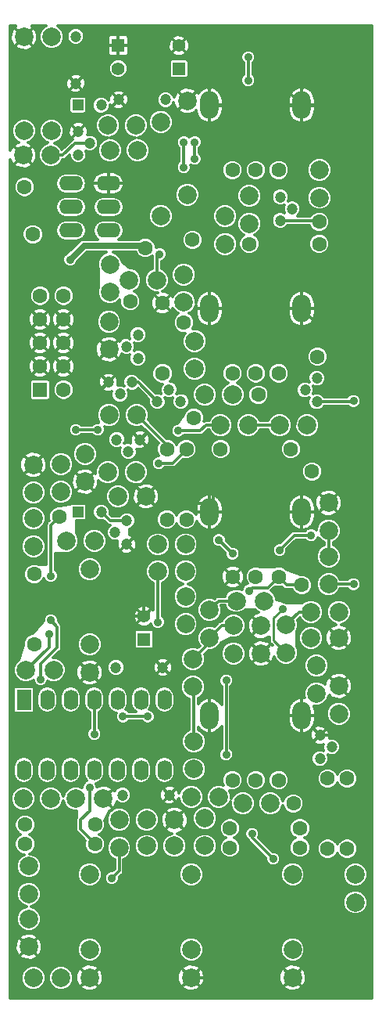
<source format=gtl>
G04 #@! TF.FileFunction,Copper,L1,Top,Signal*
%FSLAX46Y46*%
G04 Gerber Fmt 4.6, Leading zero omitted, Abs format (unit mm)*
G04 Created by KiCad (PCBNEW (2016-08-20 BZR 7083)-product) date Tue Jan 31 21:42:43 2017*
%MOMM*%
%LPD*%
G01*
G04 APERTURE LIST*
%ADD10C,0.100000*%
%ADD11C,1.600000*%
%ADD12C,2.000000*%
%ADD13C,1.200000*%
%ADD14R,1.400000X1.400000*%
%ADD15C,1.400000*%
%ADD16R,1.600000X2.200000*%
%ADD17O,1.600000X2.200000*%
%ADD18R,1.600000X1.600000*%
%ADD19O,2.000000X3.000000*%
%ADD20R,1.200000X1.200000*%
%ADD21O,2.600000X1.600000*%
%ADD22C,0.900000*%
%ADD23C,0.300000*%
%ADD24C,0.700000*%
%ADD25C,0.250000*%
G04 APERTURE END LIST*
D10*
D11*
X36900000Y16600000D03*
X36900000Y24200000D03*
X34800000Y24200000D03*
X34800000Y16600000D03*
X9600000Y17100000D03*
X2000000Y17100000D03*
D12*
X14000000Y94800000D03*
X11000000Y94800000D03*
D13*
X30935000Y85800000D03*
X29665000Y87070000D03*
X29665000Y84530000D03*
D11*
X15050000Y81550000D03*
X20150000Y82450000D03*
D12*
X16700000Y85020000D03*
X16700000Y95180000D03*
X4900000Y94220000D03*
X4900000Y104380000D03*
D14*
X18700000Y100950000D03*
D15*
X18700000Y103450000D03*
D14*
X12100000Y103450000D03*
D15*
X12100000Y100950000D03*
D13*
X17240000Y97600000D03*
X12160000Y97600000D03*
X7500000Y99360000D03*
X7500000Y104440000D03*
X11860000Y36200000D03*
X16940000Y36200000D03*
X17640000Y22400000D03*
X12560000Y22400000D03*
D14*
X14900000Y39250000D03*
D15*
X14900000Y41750000D03*
D16*
X1880000Y32710000D03*
D17*
X4420000Y32710000D03*
X6960000Y32710000D03*
X9500000Y32710000D03*
X12040000Y32710000D03*
X14580000Y32710000D03*
X17120000Y32710000D03*
X17120000Y25090000D03*
X14580000Y25090000D03*
X12040000Y25090000D03*
X9500000Y25090000D03*
X6960000Y25090000D03*
X4420000Y25090000D03*
X1880000Y25090000D03*
D11*
X2850000Y83050000D03*
X1950000Y88150000D03*
D13*
X13200000Y59565000D03*
X14470000Y60835000D03*
X11930000Y60835000D03*
X32365000Y66200000D03*
X33635000Y64930000D03*
X33635000Y67470000D03*
X35235000Y27600000D03*
X33965000Y28870000D03*
X33965000Y26330000D03*
X12965000Y70900000D03*
X14235000Y69630000D03*
X14235000Y72170000D03*
X17600000Y66235000D03*
X16330000Y64965000D03*
X18870000Y64965000D03*
X12300000Y65765000D03*
X13570000Y67035000D03*
X11030000Y67035000D03*
D18*
X3630000Y66220000D03*
D11*
X6170000Y66220000D03*
X3630000Y68760000D03*
X6170000Y68760000D03*
X3630000Y71300000D03*
X6170000Y71300000D03*
X3630000Y73840000D03*
X6170000Y73840000D03*
X3630000Y76380000D03*
X6170000Y76380000D03*
D12*
X9000000Y5698000D03*
X9000000Y13826000D03*
X9000000Y2650000D03*
X31000000Y5698000D03*
X31000000Y13826000D03*
X31000000Y2650000D03*
X20000000Y5698000D03*
X20000000Y13826000D03*
X20000000Y2650000D03*
D19*
X32000000Y31000000D03*
X22000000Y31000000D03*
D11*
X29500000Y24000000D03*
X27000000Y24000000D03*
X24500000Y24000000D03*
D19*
X32000000Y75000000D03*
X22000000Y75000000D03*
D11*
X29500000Y68000000D03*
X27000000Y68000000D03*
X24500000Y68000000D03*
D19*
X32000000Y97000000D03*
X22000000Y97000000D03*
D11*
X29500000Y90000000D03*
X27000000Y90000000D03*
X24500000Y90000000D03*
D19*
X32000000Y53000000D03*
X22000000Y53000000D03*
D11*
X29500000Y46000000D03*
X27000000Y46000000D03*
X24500000Y46000000D03*
X2000000Y19200000D03*
X9600000Y19200000D03*
X23200000Y59800000D03*
X30800000Y59800000D03*
X3000000Y38700000D03*
X3000000Y46300000D03*
X26300000Y82000000D03*
X33900000Y82000000D03*
X16900000Y68000000D03*
X16900000Y75600000D03*
X24200000Y16700000D03*
X31800000Y16700000D03*
X31800000Y18800000D03*
X24200000Y18800000D03*
D12*
X2400000Y14700000D03*
X2400000Y11700000D03*
X1800000Y22000000D03*
X4800000Y22000000D03*
X7500000Y22000000D03*
X10500000Y22000000D03*
X33900000Y87000000D03*
X33900000Y90000000D03*
X21500000Y65700000D03*
X24500000Y65700000D03*
X28600000Y21500000D03*
X25600000Y21500000D03*
X5900000Y55200000D03*
X5900000Y58200000D03*
X8500000Y59300000D03*
X8500000Y56300000D03*
X32600000Y62400000D03*
X29600000Y62400000D03*
X26200000Y62400000D03*
X23200000Y62400000D03*
X33600000Y36400000D03*
X33600000Y33400000D03*
X36000000Y31200000D03*
X36000000Y34200000D03*
X34900000Y45200000D03*
X34900000Y48200000D03*
X34900000Y51000000D03*
X34900000Y54000000D03*
X16300000Y78100000D03*
X13300000Y78100000D03*
X36000000Y42200000D03*
X33000000Y42200000D03*
X11200000Y79800000D03*
X11200000Y76800000D03*
X2100000Y35900000D03*
X5100000Y35900000D03*
X20400000Y68500000D03*
X20400000Y71500000D03*
X19200000Y78700000D03*
X19200000Y75700000D03*
X26300000Y87200000D03*
X26300000Y84200000D03*
X23700000Y85000000D03*
X23700000Y82000000D03*
X11100000Y63500000D03*
X14100000Y63500000D03*
X37800000Y10800000D03*
X37800000Y13800000D03*
X20300000Y25200000D03*
X20300000Y28200000D03*
X20000000Y22200000D03*
X23000000Y22200000D03*
X21500000Y16900000D03*
X21500000Y19900000D03*
X9000000Y38698000D03*
X9000000Y46826000D03*
X9000000Y35650000D03*
D13*
X10270000Y97000000D03*
D20*
X7730000Y97000000D03*
D12*
X12200000Y19700000D03*
X12200000Y16700000D03*
X19400000Y43900000D03*
X19400000Y40900000D03*
X16400000Y46600000D03*
X19400000Y46600000D03*
X11100000Y73600000D03*
X11100000Y70600000D03*
X24600000Y40700000D03*
X27600000Y40700000D03*
X30300000Y37800000D03*
X30300000Y40800000D03*
X33000000Y39400000D03*
X36000000Y39400000D03*
X15200000Y19700000D03*
X18200000Y19700000D03*
X20200000Y34100000D03*
X20200000Y37100000D03*
X18200000Y16900000D03*
X15200000Y16900000D03*
X2900000Y55100000D03*
X2900000Y58100000D03*
X11200000Y92100000D03*
X14200000Y92100000D03*
X2900000Y49300000D03*
X2900000Y52300000D03*
X4800000Y91600000D03*
X1800000Y91600000D03*
D11*
X5700000Y52500000D03*
X31100000Y21500000D03*
X32000000Y45100000D03*
X33700000Y69800000D03*
X33100000Y57400000D03*
X19200000Y73500000D03*
X13400000Y75800000D03*
X33900000Y84400000D03*
X20300000Y63200000D03*
X27300000Y65700000D03*
X17400000Y52200000D03*
X17400000Y59800000D03*
X19500000Y59800000D03*
X19500000Y52200000D03*
D13*
X9035000Y92900000D03*
X7765000Y94170000D03*
X7765000Y91630000D03*
D21*
X6968000Y83460000D03*
X11032000Y83460000D03*
X11032000Y88540000D03*
X6968000Y88540000D03*
X6968000Y86000000D03*
X11032000Y86000000D03*
D12*
X19600000Y87320000D03*
X19600000Y97480000D03*
X1900000Y104380000D03*
X1900000Y94220000D03*
X2400000Y9000000D03*
X2400000Y6000000D03*
X2900000Y2600000D03*
X5900000Y2600000D03*
X27900000Y43400000D03*
X24900000Y43400000D03*
X24600000Y37700000D03*
X27600000Y37700000D03*
X22000000Y42400000D03*
X22000000Y39400000D03*
X12100000Y54700000D03*
X15100000Y54700000D03*
X6500000Y49900000D03*
X9500000Y49900000D03*
X19400000Y49500000D03*
X16400000Y49500000D03*
X14000000Y57300000D03*
X11000000Y57300000D03*
D13*
X10270000Y53000000D03*
D20*
X7730000Y53000000D03*
D13*
X11765000Y50800000D03*
X13035000Y49530000D03*
X13035000Y52070000D03*
D22*
X16500000Y58300000D03*
X16400000Y41100000D03*
X37600000Y45200000D03*
X16600000Y80900000D03*
X11400000Y13400000D03*
X37600000Y65000000D03*
X19200000Y90300000D03*
X19200000Y93000000D03*
X9000000Y23200000D03*
X9500000Y29000000D03*
X18700000Y53900000D03*
X31100000Y25400000D03*
X25200000Y30400000D03*
X26400000Y34800000D03*
X1100000Y41500000D03*
X1100000Y45900000D03*
X5700000Y42200000D03*
X6000000Y45900000D03*
X6900000Y39100000D03*
X9400000Y42700000D03*
X8000000Y51400000D03*
X14500000Y46900000D03*
X17800000Y44900000D03*
X22350000Y57800000D03*
X23800000Y55900000D03*
X28600000Y59900000D03*
X26300000Y60300000D03*
X25600000Y52500000D03*
X26600000Y47700000D03*
X28200000Y52100000D03*
X22100000Y48700000D03*
X22100000Y44500000D03*
X20400000Y58200000D03*
X17800000Y69700000D03*
X19200000Y66900000D03*
X33900000Y60000000D03*
X12900000Y45400000D03*
X5600000Y61600000D03*
X7500000Y64800000D03*
X1500000Y65300000D03*
X17800000Y81200000D03*
X22600000Y90700000D03*
X22100000Y93000000D03*
X36800000Y58500000D03*
X36800000Y69900000D03*
X36800000Y77500000D03*
X24800000Y99800000D03*
X27700000Y99800000D03*
X18100000Y89100000D03*
X22500000Y87200000D03*
X19000000Y84800000D03*
X21700000Y81500000D03*
X34900000Y80600000D03*
X34900000Y71300000D03*
X32000000Y81600000D03*
X29200000Y82900000D03*
X25200000Y78700000D03*
X27800000Y75800000D03*
X27800000Y69800000D03*
X29400000Y64550000D03*
X31550000Y69550000D03*
X7800000Y11200000D03*
X16800000Y14100000D03*
X12800000Y11200000D03*
X4300000Y10400000D03*
X4300000Y7400000D03*
X4700000Y13600000D03*
X4300000Y20100000D03*
X6500000Y17800000D03*
X14500000Y4400000D03*
X28900000Y13900000D03*
X27900000Y19600000D03*
X15300000Y96700000D03*
X3900000Y98900000D03*
X16700000Y100700000D03*
X16000000Y90100000D03*
X13700000Y84200000D03*
X32300000Y88800000D03*
X7800000Y79200000D03*
X4500000Y79300000D03*
X3700000Y86900000D03*
X1300000Y84700000D03*
X1300000Y79400000D03*
X12900000Y35100000D03*
X38300000Y100000000D03*
X34600000Y103300000D03*
X26300000Y104600000D03*
X36800000Y95800000D03*
X36800000Y89300000D03*
X36500000Y28500000D03*
X35200000Y18300000D03*
X38900000Y24200000D03*
X24100000Y14400000D03*
X3100000Y27000000D03*
X4900000Y30600000D03*
X7100000Y27400000D03*
X9800000Y27400000D03*
X17100000Y28000000D03*
X36300000Y12500000D03*
X33100000Y14300000D03*
X30200000Y9200000D03*
X35800000Y8700000D03*
X38100000Y1700000D03*
X24100000Y8100000D03*
X25600000Y2700000D03*
X9900000Y61900000D03*
X7500000Y61900000D03*
X26200000Y102200000D03*
X26200000Y99700000D03*
X20400000Y93000000D03*
X20400000Y91200000D03*
X4600000Y39800000D03*
X18600000Y61800000D03*
X23000000Y50000000D03*
X24500000Y48500000D03*
X6900000Y80300000D03*
X26300000Y44500000D03*
X23800000Y34800000D03*
X23800000Y26800000D03*
X15300000Y30900000D03*
X12600000Y30900000D03*
X4800000Y41300000D03*
X3700000Y34900000D03*
X4800000Y46100000D03*
X33000000Y50500000D03*
X29600000Y48900000D03*
X29900000Y42500000D03*
X28900000Y15500000D03*
X26600000Y18200000D03*
D23*
X22000000Y42400000D02*
X23000000Y43400000D01*
X23000000Y43400000D02*
X24900000Y43400000D01*
X16500000Y58300000D02*
X18000000Y58300000D01*
X18000000Y58300000D02*
X19500000Y59800000D01*
X16400000Y46600000D02*
X16400000Y41100000D01*
X34900000Y45200000D02*
X37600000Y45200000D01*
X16300000Y80600000D02*
X16300000Y78100000D01*
X16600000Y80900000D02*
X16300000Y80600000D01*
X12200000Y14200000D02*
X11400000Y13400000D01*
X12200000Y16700000D02*
X12200000Y14200000D01*
X33635000Y64930000D02*
X37530000Y64930000D01*
X37530000Y64930000D02*
X37600000Y65000000D01*
X19200000Y93000000D02*
X19200000Y90300000D01*
X9500000Y32710000D02*
X9500000Y29000000D01*
X8000000Y18700000D02*
X9600000Y17100000D01*
X8000000Y19700000D02*
X8000000Y18700000D01*
X9000000Y20700000D02*
X8000000Y19700000D01*
X9000000Y23200000D02*
X9000000Y20700000D01*
X22000000Y53000000D02*
X21100000Y53900000D01*
X21100000Y53900000D02*
X18700000Y53900000D01*
X25200000Y30400000D02*
X26400000Y31600000D01*
X31100000Y26005000D02*
X31100000Y25400000D01*
X33965000Y28870000D02*
X31100000Y26005000D01*
X26400000Y31600000D02*
X26400000Y34800000D01*
X6000000Y45900000D02*
X4900000Y44800000D01*
X2200000Y44800000D02*
X1100000Y45900000D01*
X4900000Y44800000D02*
X2200000Y44800000D01*
X6000000Y45900000D02*
X6000000Y46600000D01*
X6900000Y41000000D02*
X5700000Y42200000D01*
X9400000Y42700000D02*
X10350000Y41750000D01*
X14900000Y41750000D02*
X10350000Y41750000D01*
X6900000Y39100000D02*
X6900000Y41000000D01*
X8000000Y48600000D02*
X8000000Y51400000D01*
X6000000Y46600000D02*
X8000000Y48600000D01*
X22350000Y57800000D02*
X23800000Y56350000D01*
X23800000Y56350000D02*
X23800000Y55900000D01*
X25600000Y52500000D02*
X26000000Y52100000D01*
X28800000Y57800000D02*
X26300000Y60300000D01*
X29300000Y57800000D02*
X28800000Y57800000D01*
X26000000Y52100000D02*
X28200000Y52100000D01*
X24500000Y46000000D02*
X23000000Y44500000D01*
X23000000Y44500000D02*
X22100000Y44500000D01*
X22350000Y57800000D02*
X21950000Y58200000D01*
X22400000Y57750000D02*
X22350000Y57800000D01*
X22400000Y53400000D02*
X22400000Y57750000D01*
X21950000Y58200000D02*
X20400000Y58200000D01*
X17800000Y69700000D02*
X18600000Y68900000D01*
X18600000Y67500000D02*
X19200000Y66900000D01*
X18600000Y68900000D02*
X18600000Y67500000D01*
X33900000Y60000000D02*
X31700000Y57800000D01*
X31700000Y57800000D02*
X29300000Y57800000D01*
X14900000Y41750000D02*
X14900000Y43400000D01*
X14900000Y43400000D02*
X12900000Y45400000D01*
X5600000Y61600000D02*
X7500000Y63500000D01*
X7500000Y63500000D02*
X7500000Y64800000D01*
X22600000Y90700000D02*
X22600000Y92500000D01*
X22500000Y90600000D02*
X22600000Y90700000D01*
X22500000Y87200000D02*
X22500000Y90600000D01*
X22600000Y92500000D02*
X22100000Y93000000D01*
X32000000Y97000000D02*
X35600000Y97000000D01*
X35600000Y97000000D02*
X36800000Y95800000D01*
X36800000Y89300000D02*
X36800000Y77500000D01*
X32000000Y53000000D02*
X32000000Y55100000D01*
X32000000Y55100000D02*
X29300000Y57800000D01*
X32000000Y97000000D02*
X29200000Y99800000D01*
X29200000Y99800000D02*
X27700000Y99800000D01*
X20100000Y84800000D02*
X22500000Y87200000D01*
X19000000Y84800000D02*
X20100000Y84800000D01*
X21400000Y81200000D02*
X21700000Y81500000D01*
X17800000Y81200000D02*
X21400000Y81200000D01*
X32000000Y75000000D02*
X34900000Y72100000D01*
X34900000Y72100000D02*
X34900000Y71300000D01*
X29200000Y82700000D02*
X29200000Y82900000D01*
X25200000Y78700000D02*
X29200000Y82700000D01*
X27800000Y69800000D02*
X27800000Y75800000D01*
X29400000Y65400000D02*
X29400000Y64550000D01*
X31550000Y67550000D02*
X29400000Y65400000D01*
X31550000Y69550000D02*
X31550000Y67550000D01*
X22000000Y53000000D02*
X22400000Y53400000D01*
X12800000Y11200000D02*
X13900000Y11200000D01*
X13900000Y11200000D02*
X16800000Y14100000D01*
X7800000Y11200000D02*
X12800000Y11200000D01*
X4300000Y7400000D02*
X4300000Y10400000D01*
X7000000Y10400000D02*
X4300000Y10400000D01*
X7000000Y10400000D02*
X7800000Y11200000D01*
X4700000Y13600000D02*
X6500000Y15400000D01*
X7100000Y11200000D02*
X4700000Y13600000D01*
X7800000Y11200000D02*
X7100000Y11200000D01*
X6500000Y15400000D02*
X6500000Y17800000D01*
X9000000Y2650000D02*
X10750000Y4400000D01*
X10750000Y4400000D02*
X14500000Y4400000D01*
X28900000Y13900000D02*
X29900000Y14900000D01*
X24100000Y8100000D02*
X28900000Y12900000D01*
X28900000Y12900000D02*
X28900000Y13900000D01*
X29900000Y17600000D02*
X27900000Y19600000D01*
X29900000Y14900000D02*
X29900000Y17600000D01*
X12160000Y97600000D02*
X15260000Y100700000D01*
X15260000Y100700000D02*
X16700000Y100700000D01*
X11032000Y88540000D02*
X14440000Y88540000D01*
X14440000Y88540000D02*
X16000000Y90100000D01*
X11032000Y88540000D02*
X12760000Y88540000D01*
X13700000Y87600000D02*
X13700000Y84200000D01*
X12760000Y88540000D02*
X13700000Y87600000D01*
X36800000Y89300000D02*
X36000000Y88500000D01*
X32600000Y88500000D02*
X32300000Y88800000D01*
X36000000Y88500000D02*
X32600000Y88500000D01*
X7800000Y79200000D02*
X4600000Y79200000D01*
X7800000Y75470000D02*
X7800000Y79200000D01*
X6170000Y73840000D02*
X7800000Y75470000D01*
X4600000Y79200000D02*
X4500000Y79300000D01*
X3630000Y73840000D02*
X1300000Y76170000D01*
X3500000Y86900000D02*
X3700000Y86900000D01*
X1300000Y84700000D02*
X3500000Y86900000D01*
X1300000Y76170000D02*
X1300000Y79400000D01*
X36800000Y98500000D02*
X36800000Y95800000D01*
X38300000Y100000000D02*
X36800000Y98500000D01*
X27600000Y103300000D02*
X34600000Y103300000D01*
X26300000Y104600000D02*
X27600000Y103300000D01*
X36500000Y28500000D02*
X38900000Y26100000D01*
X36130000Y28870000D02*
X36500000Y28500000D01*
X33965000Y28870000D02*
X36130000Y28870000D01*
X38900000Y26100000D02*
X38900000Y24200000D01*
X24100000Y8100000D02*
X24100000Y14400000D01*
X17640000Y22400000D02*
X18700000Y23460000D01*
X4900000Y28800000D02*
X3100000Y27000000D01*
X4900000Y30600000D02*
X4900000Y28800000D01*
X9800000Y27400000D02*
X7100000Y27400000D01*
X18700000Y26400000D02*
X17100000Y28000000D01*
X18700000Y23460000D02*
X18700000Y26400000D01*
X33100000Y12100000D02*
X33100000Y14300000D01*
X30200000Y9200000D02*
X33100000Y12100000D01*
X35800000Y4000000D02*
X35800000Y8700000D01*
X38100000Y1700000D02*
X35800000Y4000000D01*
X20000000Y2650000D02*
X25550000Y2650000D01*
X25550000Y2650000D02*
X25600000Y2700000D01*
X9900000Y61900000D02*
X7500000Y61900000D01*
X17400000Y59800000D02*
X17400000Y60200000D01*
X17400000Y60200000D02*
X14100000Y63500000D01*
X26200000Y99700000D02*
X26200000Y102200000D01*
X20400000Y91200000D02*
X20400000Y93000000D01*
X4600000Y38400000D02*
X2100000Y35900000D01*
X4600000Y39800000D02*
X4600000Y38400000D01*
X20200000Y37100000D02*
X22000000Y38900000D01*
X22000000Y38900000D02*
X22000000Y39400000D01*
X22000000Y39400000D02*
X23300000Y40700000D01*
X23300000Y40700000D02*
X24600000Y40700000D01*
X33770000Y84530000D02*
X29665000Y84530000D01*
X26200000Y62400000D02*
X29600000Y62400000D01*
X23200000Y62400000D02*
X21600000Y62400000D01*
X21000000Y61800000D02*
X21600000Y62400000D01*
X18600000Y61800000D02*
X21000000Y61800000D01*
X24500000Y48500000D02*
X23000000Y50000000D01*
D24*
X8400000Y81800000D02*
X14800000Y81800000D01*
X6900000Y80300000D02*
X8400000Y81800000D01*
X14800000Y81800000D02*
X15050000Y81550000D01*
D23*
X13570000Y67035000D02*
X14260000Y67035000D01*
X14260000Y67035000D02*
X16330000Y64965000D01*
X29500000Y46000000D02*
X28300000Y44800000D01*
X26600000Y44800000D02*
X26300000Y44500000D01*
X28300000Y44800000D02*
X26600000Y44800000D01*
X23800000Y26800000D02*
X23800000Y34800000D01*
X29500000Y46000000D02*
X30400000Y45100000D01*
X30400000Y45100000D02*
X32000000Y45100000D01*
X34900000Y48200000D02*
X34900000Y51000000D01*
X15300000Y30900000D02*
X12600000Y30900000D01*
X5500000Y40600000D02*
X4800000Y41300000D01*
X5500000Y38400000D02*
X5500000Y40600000D01*
X3700000Y36600000D02*
X5500000Y38400000D01*
X3700000Y34900000D02*
X3700000Y36600000D01*
X4800000Y51600000D02*
X5700000Y52500000D01*
X4800000Y46100000D02*
X4800000Y51600000D01*
X33000000Y50500000D02*
X31200000Y50500000D01*
X31200000Y50500000D02*
X29600000Y48900000D01*
D25*
X28950000Y39150000D02*
X30300000Y37800000D01*
X28950000Y41550000D02*
X28950000Y39150000D01*
X29900000Y42500000D02*
X28950000Y41550000D01*
D23*
X26600000Y17800000D02*
X26600000Y18200000D01*
X28900000Y15500000D02*
X26600000Y17800000D01*
X20300000Y28200000D02*
X20300000Y34000000D01*
X20300000Y34000000D02*
X20200000Y34100000D01*
X30300000Y40800000D02*
X31700000Y42200000D01*
X31700000Y42200000D02*
X33000000Y42200000D01*
X4800000Y91600000D02*
X6100000Y91600000D01*
X7400000Y92900000D02*
X9035000Y92900000D01*
X6100000Y91600000D02*
X7400000Y92900000D01*
X13035000Y52070000D02*
X11200000Y52070000D01*
X11200000Y52070000D02*
X10270000Y53000000D01*
G36*
X930747Y105361981D02*
X1900000Y104392728D01*
X2869253Y105361981D01*
X2781225Y105575000D01*
X4256951Y105575000D01*
X4136285Y105525142D01*
X3756193Y105145712D01*
X3550235Y104649710D01*
X3549766Y104112647D01*
X3754858Y103616285D01*
X4134288Y103236193D01*
X4630290Y103030235D01*
X5167353Y103029766D01*
X5663715Y103234858D01*
X5753012Y103324000D01*
X10932000Y103324000D01*
X10932000Y102656909D01*
X11003249Y102484899D01*
X11134899Y102353249D01*
X11306909Y102282000D01*
X11974000Y102282000D01*
X12091000Y102399000D01*
X12091000Y103441000D01*
X12109000Y103441000D01*
X12109000Y102399000D01*
X12226000Y102282000D01*
X12893091Y102282000D01*
X13065101Y102353249D01*
X13196751Y102484899D01*
X13268000Y102656909D01*
X13268000Y102684314D01*
X17947042Y102684314D01*
X18007318Y102481293D01*
X18430753Y102289954D01*
X18895178Y102275221D01*
X19329890Y102439337D01*
X19392682Y102481293D01*
X19452958Y102684314D01*
X18700000Y103437272D01*
X17947042Y102684314D01*
X13268000Y102684314D01*
X13268000Y103254822D01*
X17525221Y103254822D01*
X17689337Y102820110D01*
X17731293Y102757318D01*
X17934314Y102697042D01*
X18687272Y103450000D01*
X18712728Y103450000D01*
X19465686Y102697042D01*
X19668707Y102757318D01*
X19860046Y103180753D01*
X19874779Y103645178D01*
X19710663Y104079890D01*
X19668707Y104142682D01*
X19465686Y104202958D01*
X18712728Y103450000D01*
X18687272Y103450000D01*
X17934314Y104202958D01*
X17731293Y104142682D01*
X17539954Y103719247D01*
X17525221Y103254822D01*
X13268000Y103254822D01*
X13268000Y103324000D01*
X13151000Y103441000D01*
X12109000Y103441000D01*
X12091000Y103441000D01*
X11049000Y103441000D01*
X10932000Y103324000D01*
X5753012Y103324000D01*
X6043807Y103614288D01*
X6249765Y104110290D01*
X6249888Y104251862D01*
X6549835Y104251862D01*
X6694159Y103902571D01*
X6961165Y103635098D01*
X7310204Y103490165D01*
X7688138Y103489835D01*
X8037429Y103634159D01*
X8304902Y103901165D01*
X8446881Y104243091D01*
X10932000Y104243091D01*
X10932000Y103576000D01*
X11049000Y103459000D01*
X12091000Y103459000D01*
X12091000Y104501000D01*
X12109000Y104501000D01*
X12109000Y103459000D01*
X13151000Y103459000D01*
X13268000Y103576000D01*
X13268000Y104215686D01*
X17947042Y104215686D01*
X18700000Y103462728D01*
X19452958Y104215686D01*
X19392682Y104418707D01*
X18969247Y104610046D01*
X18504822Y104624779D01*
X18070110Y104460663D01*
X18007318Y104418707D01*
X17947042Y104215686D01*
X13268000Y104215686D01*
X13268000Y104243091D01*
X13196751Y104415101D01*
X13065101Y104546751D01*
X12893091Y104618000D01*
X12226000Y104618000D01*
X12109000Y104501000D01*
X12091000Y104501000D01*
X11974000Y104618000D01*
X11306909Y104618000D01*
X11134899Y104546751D01*
X11003249Y104415101D01*
X10932000Y104243091D01*
X8446881Y104243091D01*
X8449835Y104250204D01*
X8450165Y104628138D01*
X8305841Y104977429D01*
X8038835Y105244902D01*
X7689796Y105389835D01*
X7311862Y105390165D01*
X6962571Y105245841D01*
X6695098Y104978835D01*
X6550165Y104629796D01*
X6549835Y104251862D01*
X6249888Y104251862D01*
X6250234Y104647353D01*
X6045142Y105143715D01*
X5665712Y105523807D01*
X5542426Y105575000D01*
X39575000Y105575000D01*
X39575000Y425000D01*
X425000Y425000D01*
X425000Y2332647D01*
X1549766Y2332647D01*
X1754858Y1836285D01*
X2134288Y1456193D01*
X2630290Y1250235D01*
X3167353Y1249766D01*
X3663715Y1454858D01*
X4043807Y1834288D01*
X4249765Y2330290D01*
X4249767Y2332647D01*
X4549766Y2332647D01*
X4754858Y1836285D01*
X5134288Y1456193D01*
X5630290Y1250235D01*
X6167353Y1249766D01*
X6663715Y1454858D01*
X6877247Y1668019D01*
X8030747Y1668019D01*
X8127524Y1433827D01*
X8659346Y1192521D01*
X9243030Y1173102D01*
X9789715Y1378529D01*
X9872476Y1433827D01*
X9969253Y1668019D01*
X19030747Y1668019D01*
X19127524Y1433827D01*
X19659346Y1192521D01*
X20243030Y1173102D01*
X20789715Y1378529D01*
X20872476Y1433827D01*
X20969253Y1668019D01*
X30030747Y1668019D01*
X30127524Y1433827D01*
X30659346Y1192521D01*
X31243030Y1173102D01*
X31789715Y1378529D01*
X31872476Y1433827D01*
X31969253Y1668019D01*
X31000000Y2637272D01*
X30030747Y1668019D01*
X20969253Y1668019D01*
X20000000Y2637272D01*
X19030747Y1668019D01*
X9969253Y1668019D01*
X9000000Y2637272D01*
X8030747Y1668019D01*
X6877247Y1668019D01*
X7043807Y1834288D01*
X7249765Y2330290D01*
X7249831Y2406970D01*
X7523102Y2406970D01*
X7728529Y1860285D01*
X7783827Y1777524D01*
X8018019Y1680747D01*
X8987272Y2650000D01*
X9012728Y2650000D01*
X9981981Y1680747D01*
X10216173Y1777524D01*
X10457479Y2309346D01*
X10460726Y2406970D01*
X18523102Y2406970D01*
X18728529Y1860285D01*
X18783827Y1777524D01*
X19018019Y1680747D01*
X19987272Y2650000D01*
X20012728Y2650000D01*
X20981981Y1680747D01*
X21216173Y1777524D01*
X21457479Y2309346D01*
X21460726Y2406970D01*
X29523102Y2406970D01*
X29728529Y1860285D01*
X29783827Y1777524D01*
X30018019Y1680747D01*
X30987272Y2650000D01*
X31012728Y2650000D01*
X31981981Y1680747D01*
X32216173Y1777524D01*
X32457479Y2309346D01*
X32476898Y2893030D01*
X32271471Y3439715D01*
X32216173Y3522476D01*
X31981981Y3619253D01*
X31012728Y2650000D01*
X30987272Y2650000D01*
X30018019Y3619253D01*
X29783827Y3522476D01*
X29542521Y2990654D01*
X29523102Y2406970D01*
X21460726Y2406970D01*
X21476898Y2893030D01*
X21271471Y3439715D01*
X21216173Y3522476D01*
X20981981Y3619253D01*
X20012728Y2650000D01*
X19987272Y2650000D01*
X19018019Y3619253D01*
X18783827Y3522476D01*
X18542521Y2990654D01*
X18523102Y2406970D01*
X10460726Y2406970D01*
X10476898Y2893030D01*
X10271471Y3439715D01*
X10216173Y3522476D01*
X9981981Y3619253D01*
X9012728Y2650000D01*
X8987272Y2650000D01*
X8018019Y3619253D01*
X7783827Y3522476D01*
X7542521Y2990654D01*
X7523102Y2406970D01*
X7249831Y2406970D01*
X7250234Y2867353D01*
X7045142Y3363715D01*
X6777344Y3631981D01*
X8030747Y3631981D01*
X9000000Y2662728D01*
X9969253Y3631981D01*
X19030747Y3631981D01*
X20000000Y2662728D01*
X20969253Y3631981D01*
X30030747Y3631981D01*
X31000000Y2662728D01*
X31969253Y3631981D01*
X31872476Y3866173D01*
X31340654Y4107479D01*
X30756970Y4126898D01*
X30210285Y3921471D01*
X30127524Y3866173D01*
X30030747Y3631981D01*
X20969253Y3631981D01*
X20872476Y3866173D01*
X20340654Y4107479D01*
X19756970Y4126898D01*
X19210285Y3921471D01*
X19127524Y3866173D01*
X19030747Y3631981D01*
X9969253Y3631981D01*
X9872476Y3866173D01*
X9340654Y4107479D01*
X8756970Y4126898D01*
X8210285Y3921471D01*
X8127524Y3866173D01*
X8030747Y3631981D01*
X6777344Y3631981D01*
X6665712Y3743807D01*
X6169710Y3949765D01*
X5632647Y3950234D01*
X5136285Y3745142D01*
X4756193Y3365712D01*
X4550235Y2869710D01*
X4549766Y2332647D01*
X4249767Y2332647D01*
X4250234Y2867353D01*
X4045142Y3363715D01*
X3665712Y3743807D01*
X3169710Y3949765D01*
X2632647Y3950234D01*
X2136285Y3745142D01*
X1756193Y3365712D01*
X1550235Y2869710D01*
X1549766Y2332647D01*
X425000Y2332647D01*
X425000Y5018019D01*
X1430747Y5018019D01*
X1527524Y4783827D01*
X2059346Y4542521D01*
X2643030Y4523102D01*
X3189715Y4728529D01*
X3272476Y4783827D01*
X3369253Y5018019D01*
X2400000Y5987272D01*
X1430747Y5018019D01*
X425000Y5018019D01*
X425000Y5756970D01*
X923102Y5756970D01*
X1128529Y5210285D01*
X1183827Y5127524D01*
X1418019Y5030747D01*
X2387272Y6000000D01*
X2412728Y6000000D01*
X3381981Y5030747D01*
X3616173Y5127524D01*
X3753710Y5430647D01*
X7649766Y5430647D01*
X7854858Y4934285D01*
X8234288Y4554193D01*
X8730290Y4348235D01*
X9267353Y4347766D01*
X9763715Y4552858D01*
X10143807Y4932288D01*
X10349765Y5428290D01*
X10349767Y5430647D01*
X18649766Y5430647D01*
X18854858Y4934285D01*
X19234288Y4554193D01*
X19730290Y4348235D01*
X20267353Y4347766D01*
X20763715Y4552858D01*
X21143807Y4932288D01*
X21349765Y5428290D01*
X21349767Y5430647D01*
X29649766Y5430647D01*
X29854858Y4934285D01*
X30234288Y4554193D01*
X30730290Y4348235D01*
X31267353Y4347766D01*
X31763715Y4552858D01*
X32143807Y4932288D01*
X32349765Y5428290D01*
X32350234Y5965353D01*
X32145142Y6461715D01*
X31765712Y6841807D01*
X31269710Y7047765D01*
X30732647Y7048234D01*
X30236285Y6843142D01*
X29856193Y6463712D01*
X29650235Y5967710D01*
X29649766Y5430647D01*
X21349767Y5430647D01*
X21350234Y5965353D01*
X21145142Y6461715D01*
X20765712Y6841807D01*
X20269710Y7047765D01*
X19732647Y7048234D01*
X19236285Y6843142D01*
X18856193Y6463712D01*
X18650235Y5967710D01*
X18649766Y5430647D01*
X10349767Y5430647D01*
X10350234Y5965353D01*
X10145142Y6461715D01*
X9765712Y6841807D01*
X9269710Y7047765D01*
X8732647Y7048234D01*
X8236285Y6843142D01*
X7856193Y6463712D01*
X7650235Y5967710D01*
X7649766Y5430647D01*
X3753710Y5430647D01*
X3857479Y5659346D01*
X3876898Y6243030D01*
X3671471Y6789715D01*
X3616173Y6872476D01*
X3381981Y6969253D01*
X2412728Y6000000D01*
X2387272Y6000000D01*
X1418019Y6969253D01*
X1183827Y6872476D01*
X942521Y6340654D01*
X923102Y5756970D01*
X425000Y5756970D01*
X425000Y6981981D01*
X1430747Y6981981D01*
X2400000Y6012728D01*
X3369253Y6981981D01*
X3272476Y7216173D01*
X2740654Y7457479D01*
X2156970Y7476898D01*
X1610285Y7271471D01*
X1527524Y7216173D01*
X1430747Y6981981D01*
X425000Y6981981D01*
X425000Y11432647D01*
X1049766Y11432647D01*
X1254858Y10936285D01*
X1634288Y10556193D01*
X2130290Y10350235D01*
X2132644Y10350233D01*
X1636285Y10145142D01*
X1256193Y9765712D01*
X1050235Y9269710D01*
X1049766Y8732647D01*
X1254858Y8236285D01*
X1634288Y7856193D01*
X2130290Y7650235D01*
X2667353Y7649766D01*
X3163715Y7854858D01*
X3543807Y8234288D01*
X3749765Y8730290D01*
X3750234Y9267353D01*
X3545142Y9763715D01*
X3165712Y10143807D01*
X2669710Y10349765D01*
X2667356Y10349767D01*
X3109960Y10532647D01*
X36449766Y10532647D01*
X36654858Y10036285D01*
X37034288Y9656193D01*
X37530290Y9450235D01*
X38067353Y9449766D01*
X38563715Y9654858D01*
X38943807Y10034288D01*
X39149765Y10530290D01*
X39150234Y11067353D01*
X38945142Y11563715D01*
X38565712Y11943807D01*
X38069710Y12149765D01*
X37532647Y12150234D01*
X37036285Y11945142D01*
X36656193Y11565712D01*
X36450235Y11069710D01*
X36449766Y10532647D01*
X3109960Y10532647D01*
X3163715Y10554858D01*
X3543807Y10934288D01*
X3749765Y11430290D01*
X3750234Y11967353D01*
X3545142Y12463715D01*
X3165712Y12843807D01*
X2669710Y13049765D01*
X2132647Y13050234D01*
X1636285Y12845142D01*
X1256193Y12465712D01*
X1050235Y11969710D01*
X1049766Y11432647D01*
X425000Y11432647D01*
X425000Y18972254D01*
X849801Y18972254D01*
X1024509Y18549428D01*
X1347727Y18225646D01*
X1529828Y18150031D01*
X1349428Y18075491D01*
X1025646Y17752273D01*
X850200Y17329753D01*
X849801Y16872254D01*
X1024509Y16449428D01*
X1347727Y16125646D01*
X1770247Y15950200D01*
X1890292Y15950095D01*
X1636285Y15845142D01*
X1256193Y15465712D01*
X1050235Y14969710D01*
X1049766Y14432647D01*
X1254858Y13936285D01*
X1634288Y13556193D01*
X2130290Y13350235D01*
X2667353Y13349766D01*
X3163715Y13554858D01*
X3167510Y13558647D01*
X7649766Y13558647D01*
X7854858Y13062285D01*
X8234288Y12682193D01*
X8730290Y12476235D01*
X9267353Y12475766D01*
X9763715Y12680858D01*
X10143807Y13060288D01*
X10219081Y13241568D01*
X10599861Y13241568D01*
X10721397Y12947428D01*
X10946245Y12722188D01*
X11240172Y12600139D01*
X11558432Y12599861D01*
X11852572Y12721397D01*
X12077812Y12946245D01*
X12199861Y13240172D01*
X12200082Y13492976D01*
X12265753Y13558647D01*
X18649766Y13558647D01*
X18854858Y13062285D01*
X19234288Y12682193D01*
X19730290Y12476235D01*
X20267353Y12475766D01*
X20763715Y12680858D01*
X21143807Y13060288D01*
X21349765Y13556290D01*
X21349767Y13558647D01*
X29649766Y13558647D01*
X29854858Y13062285D01*
X30234288Y12682193D01*
X30730290Y12476235D01*
X31267353Y12475766D01*
X31763715Y12680858D01*
X32143807Y13060288D01*
X32339947Y13532647D01*
X36449766Y13532647D01*
X36654858Y13036285D01*
X37034288Y12656193D01*
X37530290Y12450235D01*
X38067353Y12449766D01*
X38563715Y12654858D01*
X38943807Y13034288D01*
X39149765Y13530290D01*
X39150234Y14067353D01*
X38945142Y14563715D01*
X38565712Y14943807D01*
X38069710Y15149765D01*
X37532647Y15150234D01*
X37036285Y14945142D01*
X36656193Y14565712D01*
X36450235Y14069710D01*
X36449766Y13532647D01*
X32339947Y13532647D01*
X32349765Y13556290D01*
X32350234Y14093353D01*
X32145142Y14589715D01*
X31765712Y14969807D01*
X31269710Y15175765D01*
X30732647Y15176234D01*
X30236285Y14971142D01*
X29856193Y14591712D01*
X29650235Y14095710D01*
X29649766Y13558647D01*
X21349767Y13558647D01*
X21350234Y14093353D01*
X21145142Y14589715D01*
X20765712Y14969807D01*
X20269710Y15175765D01*
X19732647Y15176234D01*
X19236285Y14971142D01*
X18856193Y14591712D01*
X18650235Y14095710D01*
X18649766Y13558647D01*
X12265753Y13558647D01*
X12553553Y13846447D01*
X12661940Y14008658D01*
X12700000Y14200000D01*
X12700000Y15445894D01*
X12963715Y15554858D01*
X13343807Y15934288D01*
X13549765Y16430290D01*
X13549941Y16632647D01*
X13849766Y16632647D01*
X14054858Y16136285D01*
X14434288Y15756193D01*
X14930290Y15550235D01*
X15467353Y15549766D01*
X15963715Y15754858D01*
X16343807Y16134288D01*
X16549765Y16630290D01*
X16549767Y16632647D01*
X16849766Y16632647D01*
X17054858Y16136285D01*
X17434288Y15756193D01*
X17930290Y15550235D01*
X18467353Y15549766D01*
X18963715Y15754858D01*
X19343807Y16134288D01*
X19549765Y16630290D01*
X19549767Y16632647D01*
X20149766Y16632647D01*
X20354858Y16136285D01*
X20734288Y15756193D01*
X21230290Y15550235D01*
X21767353Y15549766D01*
X22263715Y15754858D01*
X22643807Y16134288D01*
X22849765Y16630290D01*
X22850234Y17167353D01*
X22645142Y17663715D01*
X22265712Y18043807D01*
X21769710Y18249765D01*
X21232647Y18250234D01*
X20736285Y18045142D01*
X20356193Y17665712D01*
X20150235Y17169710D01*
X20149766Y16632647D01*
X19549767Y16632647D01*
X19550234Y17167353D01*
X19345142Y17663715D01*
X18965712Y18043807D01*
X18490743Y18241031D01*
X18989715Y18428529D01*
X19072476Y18483827D01*
X19169253Y18718019D01*
X18200000Y19687272D01*
X17230747Y18718019D01*
X17327524Y18483827D01*
X17859346Y18242521D01*
X17909909Y18240839D01*
X17436285Y18045142D01*
X17056193Y17665712D01*
X16850235Y17169710D01*
X16849766Y16632647D01*
X16549767Y16632647D01*
X16550234Y17167353D01*
X16345142Y17663715D01*
X15965712Y18043807D01*
X15469710Y18249765D01*
X14932647Y18250234D01*
X14436285Y18045142D01*
X14056193Y17665712D01*
X13850235Y17169710D01*
X13849766Y16632647D01*
X13549941Y16632647D01*
X13550234Y16967353D01*
X13345142Y17463715D01*
X12965712Y17843807D01*
X12469710Y18049765D01*
X11932647Y18050234D01*
X11436285Y17845142D01*
X11056193Y17465712D01*
X10850235Y16969710D01*
X10849766Y16432647D01*
X11054858Y15936285D01*
X11434288Y15556193D01*
X11700000Y15445860D01*
X11700000Y14407106D01*
X11492814Y14199920D01*
X11241568Y14200139D01*
X10947428Y14078603D01*
X10722188Y13853755D01*
X10600139Y13559828D01*
X10599861Y13241568D01*
X10219081Y13241568D01*
X10349765Y13556290D01*
X10350234Y14093353D01*
X10145142Y14589715D01*
X9765712Y14969807D01*
X9269710Y15175765D01*
X8732647Y15176234D01*
X8236285Y14971142D01*
X7856193Y14591712D01*
X7650235Y14095710D01*
X7649766Y13558647D01*
X3167510Y13558647D01*
X3543807Y13934288D01*
X3749765Y14430290D01*
X3750234Y14967353D01*
X3545142Y15463715D01*
X3165712Y15843807D01*
X2669710Y16049765D01*
X2470099Y16049939D01*
X2650572Y16124509D01*
X2974354Y16447727D01*
X3149800Y16870247D01*
X3150199Y17327746D01*
X2975491Y17750572D01*
X2652273Y18074354D01*
X2470172Y18149969D01*
X2650572Y18224509D01*
X2974354Y18547727D01*
X3149800Y18970247D01*
X3150199Y19427746D01*
X2975491Y19850572D01*
X2652273Y20174354D01*
X2229753Y20349800D01*
X1772254Y20350199D01*
X1349428Y20175491D01*
X1025646Y19852273D01*
X850200Y19429753D01*
X849801Y18972254D01*
X425000Y18972254D01*
X425000Y21732647D01*
X449766Y21732647D01*
X654858Y21236285D01*
X1034288Y20856193D01*
X1530290Y20650235D01*
X2067353Y20649766D01*
X2563715Y20854858D01*
X2943807Y21234288D01*
X3149765Y21730290D01*
X3149767Y21732647D01*
X3449766Y21732647D01*
X3654858Y21236285D01*
X4034288Y20856193D01*
X4530290Y20650235D01*
X5067353Y20649766D01*
X5563715Y20854858D01*
X5943807Y21234288D01*
X6149765Y21730290D01*
X6149767Y21732644D01*
X6354858Y21236285D01*
X6734288Y20856193D01*
X7230290Y20650235D01*
X7550000Y20649956D01*
X7550000Y19909211D01*
X7538060Y19891342D01*
X7500000Y19700000D01*
X7500000Y18700000D01*
X7530289Y18547727D01*
X7538060Y18508658D01*
X7646447Y18346447D01*
X8512678Y17480216D01*
X8450200Y17329753D01*
X8449801Y16872254D01*
X8624509Y16449428D01*
X8947727Y16125646D01*
X9370247Y15950200D01*
X9827746Y15949801D01*
X10250572Y16124509D01*
X10574354Y16447727D01*
X10749800Y16870247D01*
X10750199Y17327746D01*
X10575491Y17750572D01*
X10252273Y18074354D01*
X10070172Y18149969D01*
X10250572Y18224509D01*
X10574354Y18547727D01*
X10749800Y18970247D01*
X10750199Y19427746D01*
X10748174Y19432647D01*
X10849766Y19432647D01*
X11054858Y18936285D01*
X11434288Y18556193D01*
X11930290Y18350235D01*
X12467353Y18349766D01*
X12963715Y18554858D01*
X13343807Y18934288D01*
X13549765Y19430290D01*
X13549767Y19432647D01*
X13849766Y19432647D01*
X14054858Y18936285D01*
X14434288Y18556193D01*
X14930290Y18350235D01*
X15467353Y18349766D01*
X15963715Y18554858D01*
X16343807Y18934288D01*
X16549765Y19430290D01*
X16549788Y19456970D01*
X16723102Y19456970D01*
X16928529Y18910285D01*
X16983827Y18827524D01*
X17218019Y18730747D01*
X18187272Y19700000D01*
X18212728Y19700000D01*
X19181981Y18730747D01*
X19416173Y18827524D01*
X19657479Y19359346D01*
X19676898Y19943030D01*
X19471471Y20489715D01*
X19416173Y20572476D01*
X19181981Y20669253D01*
X18212728Y19700000D01*
X18187272Y19700000D01*
X17218019Y20669253D01*
X16983827Y20572476D01*
X16742521Y20040654D01*
X16723102Y19456970D01*
X16549788Y19456970D01*
X16550234Y19967353D01*
X16345142Y20463715D01*
X16127257Y20681981D01*
X17230747Y20681981D01*
X18200000Y19712728D01*
X19169253Y20681981D01*
X19072476Y20916173D01*
X18540654Y21157479D01*
X17956970Y21176898D01*
X17410285Y20971471D01*
X17327524Y20916173D01*
X17230747Y20681981D01*
X16127257Y20681981D01*
X15965712Y20843807D01*
X15469710Y21049765D01*
X14932647Y21050234D01*
X14436285Y20845142D01*
X14056193Y20465712D01*
X13850235Y19969710D01*
X13849766Y19432647D01*
X13549767Y19432647D01*
X13550234Y19967353D01*
X13345142Y20463715D01*
X12965712Y20843807D01*
X12469710Y21049765D01*
X11932647Y21050234D01*
X11436285Y20845142D01*
X11056193Y20465712D01*
X10850235Y19969710D01*
X10849766Y19432647D01*
X10748174Y19432647D01*
X10670797Y19619913D01*
X11103577Y20658584D01*
X11289715Y20728529D01*
X11372476Y20783827D01*
X11469253Y21018019D01*
X10500000Y21987272D01*
X10485858Y21973130D01*
X10473130Y21985858D01*
X10487272Y22000000D01*
X10512728Y22000000D01*
X11481981Y21030747D01*
X11716173Y21127524D01*
X11957338Y21659036D01*
X12021165Y21595098D01*
X12370204Y21450165D01*
X12748138Y21449835D01*
X13097429Y21594159D01*
X13209878Y21706412D01*
X16959140Y21706412D01*
X17007250Y21513783D01*
X17394555Y21339099D01*
X17819228Y21325927D01*
X18216614Y21476274D01*
X18272750Y21513783D01*
X18320860Y21706412D01*
X17640000Y22387272D01*
X16959140Y21706412D01*
X13209878Y21706412D01*
X13364902Y21861165D01*
X13509835Y22210204D01*
X13509844Y22220772D01*
X16565927Y22220772D01*
X16716274Y21823386D01*
X16753783Y21767250D01*
X16946412Y21719140D01*
X17627272Y22400000D01*
X17652728Y22400000D01*
X18333588Y21719140D01*
X18526217Y21767250D01*
X18649861Y22041390D01*
X18649766Y21932647D01*
X18854858Y21436285D01*
X19234288Y21056193D01*
X19730290Y20850235D01*
X20267353Y20849766D01*
X20733520Y21042382D01*
X20356193Y20665712D01*
X20150235Y20169710D01*
X20149766Y19632647D01*
X20354858Y19136285D01*
X20734288Y18756193D01*
X21230290Y18550235D01*
X21767353Y18549766D01*
X21821778Y18572254D01*
X23049801Y18572254D01*
X23224509Y18149428D01*
X23547727Y17825646D01*
X23729828Y17750031D01*
X23549428Y17675491D01*
X23225646Y17352273D01*
X23050200Y16929753D01*
X23049801Y16472254D01*
X23224509Y16049428D01*
X23547727Y15725646D01*
X23970247Y15550200D01*
X24427746Y15549801D01*
X24850572Y15724509D01*
X25174354Y16047727D01*
X25349800Y16470247D01*
X25350199Y16927746D01*
X25175491Y17350572D01*
X24852273Y17674354D01*
X24670172Y17749969D01*
X24850572Y17824509D01*
X25068009Y18041568D01*
X25799861Y18041568D01*
X25921397Y17747428D01*
X26146245Y17522188D01*
X26214881Y17493688D01*
X26246447Y17446447D01*
X28100080Y15592813D01*
X28099861Y15341568D01*
X28221397Y15047428D01*
X28446245Y14822188D01*
X28740172Y14700139D01*
X29058432Y14699861D01*
X29352572Y14821397D01*
X29577812Y15046245D01*
X29699861Y15340172D01*
X29700139Y15658432D01*
X29578603Y15952572D01*
X29353755Y16177812D01*
X29059828Y16299861D01*
X28807025Y16300082D01*
X27302179Y17804927D01*
X27399861Y18040172D01*
X27400139Y18358432D01*
X27311790Y18572254D01*
X30649801Y18572254D01*
X30824509Y18149428D01*
X31147727Y17825646D01*
X31329828Y17750031D01*
X31149428Y17675491D01*
X30825646Y17352273D01*
X30650200Y16929753D01*
X30649801Y16472254D01*
X30824509Y16049428D01*
X31147727Y15725646D01*
X31570247Y15550200D01*
X32027746Y15549801D01*
X32450572Y15724509D01*
X32774354Y16047727D01*
X32909109Y16372254D01*
X33649801Y16372254D01*
X33824509Y15949428D01*
X34147727Y15625646D01*
X34570247Y15450200D01*
X35027746Y15449801D01*
X35450572Y15624509D01*
X35774354Y15947727D01*
X35849969Y16129828D01*
X35924509Y15949428D01*
X36247727Y15625646D01*
X36670247Y15450200D01*
X37127746Y15449801D01*
X37550572Y15624509D01*
X37874354Y15947727D01*
X38049800Y16370247D01*
X38050199Y16827746D01*
X37875491Y17250572D01*
X37552273Y17574354D01*
X37129753Y17749800D01*
X36672254Y17750199D01*
X36249428Y17575491D01*
X35925646Y17252273D01*
X35850031Y17070172D01*
X35775491Y17250572D01*
X35452273Y17574354D01*
X35029753Y17749800D01*
X34572254Y17750199D01*
X34149428Y17575491D01*
X33825646Y17252273D01*
X33650200Y16829753D01*
X33649801Y16372254D01*
X32909109Y16372254D01*
X32949800Y16470247D01*
X32950199Y16927746D01*
X32775491Y17350572D01*
X32452273Y17674354D01*
X32270172Y17749969D01*
X32450572Y17824509D01*
X32774354Y18147727D01*
X32949800Y18570247D01*
X32950199Y19027746D01*
X32775491Y19450572D01*
X32452273Y19774354D01*
X32029753Y19949800D01*
X31572254Y19950199D01*
X31149428Y19775491D01*
X30825646Y19452273D01*
X30650200Y19029753D01*
X30649801Y18572254D01*
X27311790Y18572254D01*
X27278603Y18652572D01*
X27053755Y18877812D01*
X26759828Y18999861D01*
X26441568Y19000139D01*
X26147428Y18878603D01*
X25922188Y18653755D01*
X25800139Y18359828D01*
X25799861Y18041568D01*
X25068009Y18041568D01*
X25174354Y18147727D01*
X25349800Y18570247D01*
X25350199Y19027746D01*
X25175491Y19450572D01*
X24852273Y19774354D01*
X24429753Y19949800D01*
X23972254Y19950199D01*
X23549428Y19775491D01*
X23225646Y19452273D01*
X23050200Y19029753D01*
X23049801Y18572254D01*
X21821778Y18572254D01*
X22263715Y18754858D01*
X22643807Y19134288D01*
X22849765Y19630290D01*
X22850234Y20167353D01*
X22645142Y20663715D01*
X22266841Y21042676D01*
X22730290Y20850235D01*
X23267353Y20849766D01*
X23763715Y21054858D01*
X24143807Y21434288D01*
X24250166Y21690428D01*
X24249766Y21232647D01*
X24454858Y20736285D01*
X24834288Y20356193D01*
X25330290Y20150235D01*
X25867353Y20149766D01*
X26363715Y20354858D01*
X26743807Y20734288D01*
X26949765Y21230290D01*
X26949767Y21232647D01*
X27249766Y21232647D01*
X27454858Y20736285D01*
X27834288Y20356193D01*
X28330290Y20150235D01*
X28867353Y20149766D01*
X29363715Y20354858D01*
X29743807Y20734288D01*
X29949765Y21230290D01*
X29949802Y21272252D01*
X30124509Y20849428D01*
X30447727Y20525646D01*
X30870247Y20350200D01*
X31327746Y20349801D01*
X31750572Y20524509D01*
X32074354Y20847727D01*
X32249800Y21270247D01*
X32250199Y21727746D01*
X32075491Y22150572D01*
X31752273Y22474354D01*
X31329753Y22649800D01*
X30872254Y22650199D01*
X30449428Y22475491D01*
X30125646Y22152273D01*
X29950201Y21729756D01*
X29950234Y21767353D01*
X29745142Y22263715D01*
X29365712Y22643807D01*
X28869710Y22849765D01*
X28332647Y22850234D01*
X27836285Y22645142D01*
X27456193Y22265712D01*
X27250235Y21769710D01*
X27249766Y21232647D01*
X26949767Y21232647D01*
X26950234Y21767353D01*
X26745142Y22263715D01*
X26365712Y22643807D01*
X25869710Y22849765D01*
X25332647Y22850234D01*
X24836285Y22645142D01*
X24456193Y22265712D01*
X24349834Y22009572D01*
X24350234Y22467353D01*
X24175849Y22889397D01*
X24270247Y22850200D01*
X24727746Y22849801D01*
X25150572Y23024509D01*
X25474354Y23347727D01*
X25649800Y23770247D01*
X25649801Y23772254D01*
X25849801Y23772254D01*
X26024509Y23349428D01*
X26347727Y23025646D01*
X26770247Y22850200D01*
X27227746Y22849801D01*
X27650572Y23024509D01*
X27974354Y23347727D01*
X28149800Y23770247D01*
X28149801Y23772254D01*
X28349801Y23772254D01*
X28524509Y23349428D01*
X28847727Y23025646D01*
X29270247Y22850200D01*
X29727746Y22849801D01*
X30150572Y23024509D01*
X30474354Y23347727D01*
X30649800Y23770247D01*
X30649976Y23972254D01*
X33649801Y23972254D01*
X33824509Y23549428D01*
X34147727Y23225646D01*
X34570247Y23050200D01*
X35027746Y23049801D01*
X35450572Y23224509D01*
X35774354Y23547727D01*
X35849969Y23729828D01*
X35924509Y23549428D01*
X36247727Y23225646D01*
X36670247Y23050200D01*
X37127746Y23049801D01*
X37550572Y23224509D01*
X37874354Y23547727D01*
X38049800Y23970247D01*
X38050199Y24427746D01*
X37875491Y24850572D01*
X37552273Y25174354D01*
X37129753Y25349800D01*
X36672254Y25350199D01*
X36249428Y25175491D01*
X35925646Y24852273D01*
X35850031Y24670172D01*
X35775491Y24850572D01*
X35452273Y25174354D01*
X35029753Y25349800D01*
X34572254Y25350199D01*
X34149428Y25175491D01*
X33825646Y24852273D01*
X33650200Y24429753D01*
X33649801Y23972254D01*
X30649976Y23972254D01*
X30650199Y24227746D01*
X30475491Y24650572D01*
X30152273Y24974354D01*
X29729753Y25149800D01*
X29272254Y25150199D01*
X28849428Y24975491D01*
X28525646Y24652273D01*
X28350200Y24229753D01*
X28349801Y23772254D01*
X28149801Y23772254D01*
X28150199Y24227746D01*
X27975491Y24650572D01*
X27652273Y24974354D01*
X27229753Y25149800D01*
X26772254Y25150199D01*
X26349428Y24975491D01*
X26025646Y24652273D01*
X25850200Y24229753D01*
X25849801Y23772254D01*
X25649801Y23772254D01*
X25650199Y24227746D01*
X25475491Y24650572D01*
X25152273Y24974354D01*
X24729753Y25149800D01*
X24272254Y25150199D01*
X23849428Y24975491D01*
X23525646Y24652273D01*
X23350200Y24229753D01*
X23349801Y23772254D01*
X23477358Y23463542D01*
X23269710Y23549765D01*
X22732647Y23550234D01*
X22236285Y23345142D01*
X21856193Y22965712D01*
X21650235Y22469710D01*
X21649766Y21932647D01*
X21854858Y21436285D01*
X22233159Y21057324D01*
X21769710Y21249765D01*
X21232647Y21250234D01*
X20766480Y21057618D01*
X21143807Y21434288D01*
X21349765Y21930290D01*
X21350234Y22467353D01*
X21145142Y22963715D01*
X20765712Y23343807D01*
X20269710Y23549765D01*
X19732647Y23550234D01*
X19236285Y23345142D01*
X18856193Y22965712D01*
X18705319Y22602366D01*
X18563726Y22976614D01*
X18526217Y23032750D01*
X18333588Y23080860D01*
X17652728Y22400000D01*
X17627272Y22400000D01*
X16946412Y23080860D01*
X16753783Y23032750D01*
X16579099Y22645445D01*
X16565927Y22220772D01*
X13509844Y22220772D01*
X13510165Y22588138D01*
X13365841Y22937429D01*
X13209955Y23093588D01*
X16959140Y23093588D01*
X17640000Y22412728D01*
X18320860Y23093588D01*
X18272750Y23286217D01*
X17885445Y23460901D01*
X17460772Y23474073D01*
X17063386Y23323726D01*
X17007250Y23286217D01*
X16959140Y23093588D01*
X13209955Y23093588D01*
X13098835Y23204902D01*
X12749796Y23349835D01*
X12371862Y23350165D01*
X12022571Y23205841D01*
X11755098Y22938835D01*
X11723186Y22861981D01*
X11716173Y22872476D01*
X11481981Y22969253D01*
X10512728Y22000000D01*
X10487272Y22000000D01*
X10473130Y22014142D01*
X10485858Y22026870D01*
X10500000Y22012728D01*
X11469253Y22981981D01*
X11372476Y23216173D01*
X10840654Y23457479D01*
X10256970Y23476898D01*
X9800093Y23305218D01*
X9800139Y23358432D01*
X9680685Y23647534D01*
X9940086Y23699132D01*
X10313173Y23948420D01*
X10562461Y24321507D01*
X10650000Y24761593D01*
X10650000Y25418407D01*
X10890000Y25418407D01*
X10890000Y24761593D01*
X10977539Y24321507D01*
X11226827Y23948420D01*
X11599914Y23699132D01*
X12040000Y23611593D01*
X12480086Y23699132D01*
X12853173Y23948420D01*
X13102461Y24321507D01*
X13190000Y24761593D01*
X13190000Y25418407D01*
X13430000Y25418407D01*
X13430000Y24761593D01*
X13517539Y24321507D01*
X13766827Y23948420D01*
X14139914Y23699132D01*
X14580000Y23611593D01*
X15020086Y23699132D01*
X15393173Y23948420D01*
X15642461Y24321507D01*
X15730000Y24761593D01*
X15730000Y25418407D01*
X15970000Y25418407D01*
X15970000Y24761593D01*
X16057539Y24321507D01*
X16306827Y23948420D01*
X16679914Y23699132D01*
X17120000Y23611593D01*
X17560086Y23699132D01*
X17933173Y23948420D01*
X18182461Y24321507D01*
X18270000Y24761593D01*
X18270000Y24932647D01*
X18949766Y24932647D01*
X19154858Y24436285D01*
X19534288Y24056193D01*
X20030290Y23850235D01*
X20567353Y23849766D01*
X21063715Y24054858D01*
X21443807Y24434288D01*
X21649765Y24930290D01*
X21650234Y25467353D01*
X21445142Y25963715D01*
X21065712Y26343807D01*
X20569710Y26549765D01*
X20032647Y26550234D01*
X19536285Y26345142D01*
X19156193Y25965712D01*
X18950235Y25469710D01*
X18949766Y24932647D01*
X18270000Y24932647D01*
X18270000Y25418407D01*
X18182461Y25858493D01*
X17933173Y26231580D01*
X17560086Y26480868D01*
X17120000Y26568407D01*
X16679914Y26480868D01*
X16306827Y26231580D01*
X16057539Y25858493D01*
X15970000Y25418407D01*
X15730000Y25418407D01*
X15642461Y25858493D01*
X15393173Y26231580D01*
X15020086Y26480868D01*
X14580000Y26568407D01*
X14139914Y26480868D01*
X13766827Y26231580D01*
X13517539Y25858493D01*
X13430000Y25418407D01*
X13190000Y25418407D01*
X13102461Y25858493D01*
X12853173Y26231580D01*
X12480086Y26480868D01*
X12040000Y26568407D01*
X11599914Y26480868D01*
X11226827Y26231580D01*
X10977539Y25858493D01*
X10890000Y25418407D01*
X10650000Y25418407D01*
X10562461Y25858493D01*
X10313173Y26231580D01*
X9940086Y26480868D01*
X9500000Y26568407D01*
X9059914Y26480868D01*
X8686827Y26231580D01*
X8437539Y25858493D01*
X8350000Y25418407D01*
X8350000Y24761593D01*
X8437539Y24321507D01*
X8686827Y23948420D01*
X8698126Y23940870D01*
X8547428Y23878603D01*
X8322188Y23653755D01*
X8200139Y23359828D01*
X8199974Y23171104D01*
X7769710Y23349765D01*
X7232647Y23350234D01*
X6736285Y23145142D01*
X6356193Y22765712D01*
X6150235Y22269710D01*
X6150233Y22267356D01*
X5945142Y22763715D01*
X5565712Y23143807D01*
X5069710Y23349765D01*
X4532647Y23350234D01*
X4036285Y23145142D01*
X3656193Y22765712D01*
X3450235Y22269710D01*
X3449766Y21732647D01*
X3149767Y21732647D01*
X3150234Y22267353D01*
X2945142Y22763715D01*
X2565712Y23143807D01*
X2069710Y23349765D01*
X1532647Y23350234D01*
X1036285Y23145142D01*
X656193Y22765712D01*
X450235Y22269710D01*
X449766Y21732647D01*
X425000Y21732647D01*
X425000Y25418407D01*
X730000Y25418407D01*
X730000Y24761593D01*
X817539Y24321507D01*
X1066827Y23948420D01*
X1439914Y23699132D01*
X1880000Y23611593D01*
X2320086Y23699132D01*
X2693173Y23948420D01*
X2942461Y24321507D01*
X3030000Y24761593D01*
X3030000Y25418407D01*
X3270000Y25418407D01*
X3270000Y24761593D01*
X3357539Y24321507D01*
X3606827Y23948420D01*
X3979914Y23699132D01*
X4420000Y23611593D01*
X4860086Y23699132D01*
X5233173Y23948420D01*
X5482461Y24321507D01*
X5570000Y24761593D01*
X5570000Y25418407D01*
X5810000Y25418407D01*
X5810000Y24761593D01*
X5897539Y24321507D01*
X6146827Y23948420D01*
X6519914Y23699132D01*
X6960000Y23611593D01*
X7400086Y23699132D01*
X7773173Y23948420D01*
X8022461Y24321507D01*
X8110000Y24761593D01*
X8110000Y25418407D01*
X8022461Y25858493D01*
X7773173Y26231580D01*
X7400086Y26480868D01*
X6960000Y26568407D01*
X6519914Y26480868D01*
X6146827Y26231580D01*
X5897539Y25858493D01*
X5810000Y25418407D01*
X5570000Y25418407D01*
X5482461Y25858493D01*
X5233173Y26231580D01*
X4860086Y26480868D01*
X4420000Y26568407D01*
X3979914Y26480868D01*
X3606827Y26231580D01*
X3357539Y25858493D01*
X3270000Y25418407D01*
X3030000Y25418407D01*
X2942461Y25858493D01*
X2693173Y26231580D01*
X2320086Y26480868D01*
X1880000Y26568407D01*
X1439914Y26480868D01*
X1066827Y26231580D01*
X817539Y25858493D01*
X730000Y25418407D01*
X425000Y25418407D01*
X425000Y33810000D01*
X723144Y33810000D01*
X723144Y31610000D01*
X750308Y31473437D01*
X827665Y31357665D01*
X943437Y31280308D01*
X1080000Y31253144D01*
X2680000Y31253144D01*
X2816563Y31280308D01*
X2932335Y31357665D01*
X3009692Y31473437D01*
X3036856Y31610000D01*
X3036856Y33038407D01*
X3270000Y33038407D01*
X3270000Y32381593D01*
X3357539Y31941507D01*
X3606827Y31568420D01*
X3979914Y31319132D01*
X4420000Y31231593D01*
X4860086Y31319132D01*
X5233173Y31568420D01*
X5482461Y31941507D01*
X5570000Y32381593D01*
X5570000Y33038407D01*
X5810000Y33038407D01*
X5810000Y32381593D01*
X5897539Y31941507D01*
X6146827Y31568420D01*
X6519914Y31319132D01*
X6960000Y31231593D01*
X7400086Y31319132D01*
X7773173Y31568420D01*
X8022461Y31941507D01*
X8110000Y32381593D01*
X8110000Y33038407D01*
X8350000Y33038407D01*
X8350000Y32381593D01*
X8437539Y31941507D01*
X8686827Y31568420D01*
X9000000Y31359165D01*
X9000000Y29631258D01*
X8822188Y29453755D01*
X8700139Y29159828D01*
X8699861Y28841568D01*
X8821397Y28547428D01*
X9046245Y28322188D01*
X9340172Y28200139D01*
X9658432Y28199861D01*
X9952572Y28321397D01*
X10177812Y28546245D01*
X10299861Y28840172D01*
X10300139Y29158432D01*
X10178603Y29452572D01*
X10000000Y29631486D01*
X10000000Y31359165D01*
X10313173Y31568420D01*
X10562461Y31941507D01*
X10650000Y32381593D01*
X10650000Y33038407D01*
X10890000Y33038407D01*
X10890000Y32381593D01*
X10977539Y31941507D01*
X11226827Y31568420D01*
X11599914Y31319132D01*
X11884320Y31262560D01*
X11800139Y31059828D01*
X11799861Y30741568D01*
X11921397Y30447428D01*
X12146245Y30222188D01*
X12440172Y30100139D01*
X12758432Y30099861D01*
X13052572Y30221397D01*
X13231486Y30400000D01*
X14668742Y30400000D01*
X14846245Y30222188D01*
X15140172Y30100139D01*
X15458432Y30099861D01*
X15752572Y30221397D01*
X15977812Y30446245D01*
X16099861Y30740172D01*
X16100139Y31058432D01*
X15978603Y31352572D01*
X15753755Y31577812D01*
X15476401Y31692979D01*
X15642461Y31941507D01*
X15730000Y32381593D01*
X15730000Y33038407D01*
X15970000Y33038407D01*
X15970000Y32381593D01*
X16057539Y31941507D01*
X16306827Y31568420D01*
X16679914Y31319132D01*
X17120000Y31231593D01*
X17560086Y31319132D01*
X17933173Y31568420D01*
X18182461Y31941507D01*
X18270000Y32381593D01*
X18270000Y33038407D01*
X18182461Y33478493D01*
X17945824Y33832647D01*
X18849766Y33832647D01*
X19054858Y33336285D01*
X19434288Y32956193D01*
X19800000Y32804336D01*
X19800000Y29454106D01*
X19536285Y29345142D01*
X19156193Y28965712D01*
X18950235Y28469710D01*
X18949766Y27932647D01*
X19154858Y27436285D01*
X19534288Y27056193D01*
X20030290Y26850235D01*
X20567353Y26849766D01*
X21063715Y27054858D01*
X21443807Y27434288D01*
X21649765Y27930290D01*
X21650234Y28467353D01*
X21445142Y28963715D01*
X21065712Y29343807D01*
X20800000Y29454140D01*
X20800000Y29704215D01*
X20968331Y29455603D01*
X21446536Y29140300D01*
X21761469Y29051509D01*
X21991000Y29149030D01*
X21991000Y30991000D01*
X21971000Y30991000D01*
X21971000Y31009000D01*
X21991000Y31009000D01*
X21991000Y32850970D01*
X22009000Y32850970D01*
X22009000Y31009000D01*
X22029000Y31009000D01*
X22029000Y30991000D01*
X22009000Y30991000D01*
X22009000Y29149030D01*
X22238531Y29051509D01*
X22553464Y29140300D01*
X23031669Y29455603D01*
X23300000Y29851908D01*
X23300000Y27431258D01*
X23122188Y27253755D01*
X23000139Y26959828D01*
X22999861Y26641568D01*
X23121397Y26347428D01*
X23346245Y26122188D01*
X23640172Y26000139D01*
X23958432Y25999861D01*
X24252572Y26121397D01*
X24273072Y26141862D01*
X33014835Y26141862D01*
X33159159Y25792571D01*
X33426165Y25525098D01*
X33775204Y25380165D01*
X34153138Y25379835D01*
X34502429Y25524159D01*
X34769902Y25791165D01*
X34914835Y26140204D01*
X34915165Y26518138D01*
X34822383Y26742688D01*
X35045204Y26650165D01*
X35423138Y26649835D01*
X35772429Y26794159D01*
X36039902Y27061165D01*
X36184835Y27410204D01*
X36185165Y27788138D01*
X36040841Y28137429D01*
X35773835Y28404902D01*
X35424796Y28549835D01*
X35046862Y28550165D01*
X34979863Y28522482D01*
X35025901Y28624555D01*
X35039073Y29049228D01*
X34888726Y29446614D01*
X34851217Y29502750D01*
X34658588Y29550860D01*
X33977728Y28870000D01*
X33991870Y28855858D01*
X33979142Y28843130D01*
X33965000Y28857272D01*
X33284140Y28176412D01*
X33332250Y27983783D01*
X33719555Y27809099D01*
X34144228Y27795927D01*
X34314453Y27860330D01*
X34285165Y27789796D01*
X34284835Y27411862D01*
X34377617Y27187312D01*
X34154796Y27279835D01*
X33776862Y27280165D01*
X33427571Y27135841D01*
X33160098Y26868835D01*
X33015165Y26519796D01*
X33014835Y26141862D01*
X24273072Y26141862D01*
X24477812Y26346245D01*
X24599861Y26640172D01*
X24600139Y26958432D01*
X24478603Y27252572D01*
X24300000Y27431486D01*
X24300000Y28690772D01*
X32890927Y28690772D01*
X33041274Y28293386D01*
X33078783Y28237250D01*
X33271412Y28189140D01*
X33952272Y28870000D01*
X33271412Y29550860D01*
X33078783Y29502750D01*
X32904099Y29115445D01*
X32890927Y28690772D01*
X24300000Y28690772D01*
X24300000Y30991000D01*
X30532000Y30991000D01*
X30532000Y30491000D01*
X30647189Y29929906D01*
X30968331Y29455603D01*
X31446536Y29140300D01*
X31761469Y29051509D01*
X31991000Y29149030D01*
X31991000Y30991000D01*
X32009000Y30991000D01*
X32009000Y29149030D01*
X32238531Y29051509D01*
X32553464Y29140300D01*
X33031669Y29455603D01*
X33104783Y29563588D01*
X33284140Y29563588D01*
X33965000Y28882728D01*
X34645860Y29563588D01*
X34597750Y29756217D01*
X34210445Y29930901D01*
X33785772Y29944073D01*
X33388386Y29793726D01*
X33332250Y29756217D01*
X33284140Y29563588D01*
X33104783Y29563588D01*
X33352811Y29929906D01*
X33468000Y30491000D01*
X33468000Y30932647D01*
X34649766Y30932647D01*
X34854858Y30436285D01*
X35234288Y30056193D01*
X35730290Y29850235D01*
X36267353Y29849766D01*
X36763715Y30054858D01*
X37143807Y30434288D01*
X37349765Y30930290D01*
X37350234Y31467353D01*
X37145142Y31963715D01*
X36765712Y32343807D01*
X36269710Y32549765D01*
X35732647Y32550234D01*
X35236285Y32345142D01*
X34856193Y31965712D01*
X34650235Y31469710D01*
X34649766Y30932647D01*
X33468000Y30932647D01*
X33468000Y30991000D01*
X32009000Y30991000D01*
X31991000Y30991000D01*
X30532000Y30991000D01*
X24300000Y30991000D01*
X24300000Y31509000D01*
X30532000Y31509000D01*
X30532000Y31009000D01*
X31991000Y31009000D01*
X31991000Y32850970D01*
X32009000Y32850970D01*
X32009000Y31009000D01*
X33468000Y31009000D01*
X33468000Y31509000D01*
X33356893Y32050212D01*
X33867353Y32049766D01*
X34363715Y32254858D01*
X34743807Y32634288D01*
X34949765Y33130290D01*
X34949771Y33137647D01*
X34950074Y33137344D01*
X35030748Y33218018D01*
X35127524Y32983827D01*
X35659346Y32742521D01*
X36243030Y32723102D01*
X36789715Y32928529D01*
X36872476Y32983827D01*
X36969253Y33218019D01*
X36000000Y34187272D01*
X35985858Y34173130D01*
X35973130Y34185858D01*
X35987272Y34200000D01*
X36012728Y34200000D01*
X36981981Y33230747D01*
X37216173Y33327524D01*
X37457479Y33859346D01*
X37476898Y34443030D01*
X37271471Y34989715D01*
X37216173Y35072476D01*
X36981981Y35169253D01*
X36012728Y34200000D01*
X35987272Y34200000D01*
X35018019Y35169253D01*
X34783827Y35072476D01*
X34542521Y34540654D01*
X34536920Y34372300D01*
X34365712Y34543807D01*
X33869710Y34749765D01*
X33332647Y34750234D01*
X32836285Y34545142D01*
X32456193Y34165712D01*
X32250235Y33669710D01*
X32249766Y33132647D01*
X32337372Y32920624D01*
X32238531Y32948491D01*
X32009000Y32850970D01*
X31991000Y32850970D01*
X31761469Y32948491D01*
X31446536Y32859700D01*
X30968331Y32544397D01*
X30647189Y32070094D01*
X30532000Y31509000D01*
X24300000Y31509000D01*
X24300000Y34168742D01*
X24477812Y34346245D01*
X24599861Y34640172D01*
X24600139Y34958432D01*
X24478603Y35252572D01*
X24253755Y35477812D01*
X23959828Y35599861D01*
X23641568Y35600139D01*
X23347428Y35478603D01*
X23122188Y35253755D01*
X23000139Y34959828D01*
X22999861Y34641568D01*
X23121397Y34347428D01*
X23300000Y34168514D01*
X23300000Y32148092D01*
X23031669Y32544397D01*
X22553464Y32859700D01*
X22238531Y32948491D01*
X22009000Y32850970D01*
X21991000Y32850970D01*
X21761469Y32948491D01*
X21446536Y32859700D01*
X20968331Y32544397D01*
X20800000Y32295785D01*
X20800000Y32887213D01*
X20963715Y32954858D01*
X21343807Y33334288D01*
X21549765Y33830290D01*
X21550234Y34367353D01*
X21345142Y34863715D01*
X20965712Y35243807D01*
X20469710Y35449765D01*
X19932647Y35450234D01*
X19436285Y35245142D01*
X19056193Y34865712D01*
X18850235Y34369710D01*
X18849766Y33832647D01*
X17945824Y33832647D01*
X17933173Y33851580D01*
X17560086Y34100868D01*
X17120000Y34188407D01*
X16679914Y34100868D01*
X16306827Y33851580D01*
X16057539Y33478493D01*
X15970000Y33038407D01*
X15730000Y33038407D01*
X15642461Y33478493D01*
X15393173Y33851580D01*
X15020086Y34100868D01*
X14580000Y34188407D01*
X14139914Y34100868D01*
X13766827Y33851580D01*
X13517539Y33478493D01*
X13430000Y33038407D01*
X13430000Y32381593D01*
X13517539Y31941507D01*
X13766827Y31568420D01*
X14018886Y31400000D01*
X13231258Y31400000D01*
X13053755Y31577812D01*
X12901650Y31640971D01*
X13102461Y31941507D01*
X13190000Y32381593D01*
X13190000Y33038407D01*
X13102461Y33478493D01*
X12853173Y33851580D01*
X12480086Y34100868D01*
X12040000Y34188407D01*
X11599914Y34100868D01*
X11226827Y33851580D01*
X10977539Y33478493D01*
X10890000Y33038407D01*
X10650000Y33038407D01*
X10562461Y33478493D01*
X10313173Y33851580D01*
X9940086Y34100868D01*
X9500000Y34188407D01*
X9059914Y34100868D01*
X8686827Y33851580D01*
X8437539Y33478493D01*
X8350000Y33038407D01*
X8110000Y33038407D01*
X8022461Y33478493D01*
X7773173Y33851580D01*
X7400086Y34100868D01*
X6960000Y34188407D01*
X6519914Y34100868D01*
X6146827Y33851580D01*
X5897539Y33478493D01*
X5810000Y33038407D01*
X5570000Y33038407D01*
X5482461Y33478493D01*
X5233173Y33851580D01*
X4860086Y34100868D01*
X4420000Y34188407D01*
X3979914Y34100868D01*
X3606827Y33851580D01*
X3357539Y33478493D01*
X3270000Y33038407D01*
X3036856Y33038407D01*
X3036856Y33810000D01*
X3009692Y33946563D01*
X2932335Y34062335D01*
X2816563Y34139692D01*
X2680000Y34166856D01*
X1080000Y34166856D01*
X943437Y34139692D01*
X827665Y34062335D01*
X750308Y33946563D01*
X723144Y33810000D01*
X425000Y33810000D01*
X425000Y35632647D01*
X749766Y35632647D01*
X954858Y35136285D01*
X1334288Y34756193D01*
X1830290Y34550235D01*
X2367353Y34549766D01*
X2863715Y34754858D01*
X2899904Y34790984D01*
X2899861Y34741568D01*
X3021397Y34447428D01*
X3246245Y34222188D01*
X3540172Y34100139D01*
X3858432Y34099861D01*
X4152572Y34221397D01*
X4377812Y34446245D01*
X4481185Y34695196D01*
X4830290Y34550235D01*
X5367353Y34549766D01*
X5653547Y34668019D01*
X8030747Y34668019D01*
X8127524Y34433827D01*
X8659346Y34192521D01*
X9243030Y34173102D01*
X9789715Y34378529D01*
X9872476Y34433827D01*
X9969253Y34668019D01*
X9000000Y35637272D01*
X8030747Y34668019D01*
X5653547Y34668019D01*
X5863715Y34754858D01*
X6243807Y35134288D01*
X6357034Y35406970D01*
X7523102Y35406970D01*
X7728529Y34860285D01*
X7783827Y34777524D01*
X8018019Y34680747D01*
X8987272Y35650000D01*
X9012728Y35650000D01*
X9981981Y34680747D01*
X10216173Y34777524D01*
X10457479Y35309346D01*
X10476898Y35893030D01*
X10432245Y36011862D01*
X10909835Y36011862D01*
X11054159Y35662571D01*
X11321165Y35395098D01*
X11670204Y35250165D01*
X12048138Y35249835D01*
X12397429Y35394159D01*
X12509878Y35506412D01*
X16259140Y35506412D01*
X16307250Y35313783D01*
X16694555Y35139099D01*
X17119228Y35125927D01*
X17516614Y35276274D01*
X17572750Y35313783D01*
X17620860Y35506412D01*
X16940000Y36187272D01*
X16259140Y35506412D01*
X12509878Y35506412D01*
X12664902Y35661165D01*
X12809835Y36010204D01*
X12809844Y36020772D01*
X15865927Y36020772D01*
X16016274Y35623386D01*
X16053783Y35567250D01*
X16246412Y35519140D01*
X16927272Y36200000D01*
X16952728Y36200000D01*
X17633588Y35519140D01*
X17826217Y35567250D01*
X18000901Y35954555D01*
X18014073Y36379228D01*
X17863726Y36776614D01*
X17826286Y36832647D01*
X18849766Y36832647D01*
X19054858Y36336285D01*
X19434288Y35956193D01*
X19930290Y35750235D01*
X20467353Y35749766D01*
X20963715Y35954858D01*
X21141814Y36132647D01*
X32249766Y36132647D01*
X32454858Y35636285D01*
X32834288Y35256193D01*
X33330290Y35050235D01*
X33867353Y35049766D01*
X34187338Y35181981D01*
X35030747Y35181981D01*
X36000000Y34212728D01*
X36969253Y35181981D01*
X36872476Y35416173D01*
X36340654Y35657479D01*
X35756970Y35676898D01*
X35210285Y35471471D01*
X35127524Y35416173D01*
X35030747Y35181981D01*
X34187338Y35181981D01*
X34363715Y35254858D01*
X34743807Y35634288D01*
X34949765Y36130290D01*
X34950234Y36667353D01*
X34745142Y37163715D01*
X34365712Y37543807D01*
X33869710Y37749765D01*
X33332647Y37750234D01*
X32836285Y37545142D01*
X32456193Y37165712D01*
X32250235Y36669710D01*
X32249766Y36132647D01*
X21141814Y36132647D01*
X21343807Y36334288D01*
X21549765Y36830290D01*
X21550234Y37367353D01*
X21523256Y37432647D01*
X23249766Y37432647D01*
X23454858Y36936285D01*
X23834288Y36556193D01*
X24330290Y36350235D01*
X24867353Y36349766D01*
X25363715Y36554858D01*
X25527160Y36718019D01*
X26630747Y36718019D01*
X26727524Y36483827D01*
X27259346Y36242521D01*
X27843030Y36223102D01*
X28389715Y36428529D01*
X28472476Y36483827D01*
X28569253Y36718019D01*
X27600000Y37687272D01*
X26630747Y36718019D01*
X25527160Y36718019D01*
X25743807Y36934288D01*
X25949765Y37430290D01*
X25949788Y37456970D01*
X26123102Y37456970D01*
X26328529Y36910285D01*
X26383827Y36827524D01*
X26618019Y36730747D01*
X27587272Y37700000D01*
X26618019Y38669253D01*
X26383827Y38572476D01*
X26142521Y38040654D01*
X26123102Y37456970D01*
X25949788Y37456970D01*
X25950234Y37967353D01*
X25745142Y38463715D01*
X25527257Y38681981D01*
X26630747Y38681981D01*
X27600000Y37712728D01*
X28569253Y38681981D01*
X28472476Y38916173D01*
X27940654Y39157479D01*
X27356970Y39176898D01*
X26810285Y38971471D01*
X26727524Y38916173D01*
X26630747Y38681981D01*
X25527257Y38681981D01*
X25365712Y38843807D01*
X24869710Y39049765D01*
X24332647Y39050234D01*
X23836285Y38845142D01*
X23456193Y38465712D01*
X23250235Y37969710D01*
X23249766Y37432647D01*
X21523256Y37432647D01*
X21440365Y37633258D01*
X21857231Y38050124D01*
X22267353Y38049766D01*
X22763715Y38254858D01*
X23143807Y38634288D01*
X23257189Y38907343D01*
X24270542Y39375044D01*
X24330290Y39350235D01*
X24867353Y39349766D01*
X25363715Y39554858D01*
X25743807Y39934288D01*
X25949765Y40430290D01*
X25949788Y40456970D01*
X26123102Y40456970D01*
X26328529Y39910285D01*
X26383827Y39827524D01*
X26618019Y39730747D01*
X27587272Y40700000D01*
X26618019Y41669253D01*
X26383827Y41572476D01*
X26142521Y41040654D01*
X26123102Y40456970D01*
X25949788Y40456970D01*
X25950234Y40967353D01*
X25745142Y41463715D01*
X25365712Y41843807D01*
X24869710Y42049765D01*
X24332647Y42050234D01*
X23836285Y41845142D01*
X23456193Y41465712D01*
X23345860Y41200000D01*
X23300000Y41200000D01*
X23108658Y41161940D01*
X23046056Y41120110D01*
X22946447Y41053554D01*
X22533234Y40640340D01*
X22269710Y40749765D01*
X21732647Y40750234D01*
X21236285Y40545142D01*
X20856193Y40165712D01*
X20650235Y39669710D01*
X20649766Y39132647D01*
X20854858Y38636285D01*
X20941942Y38549049D01*
X20733234Y38340340D01*
X20469710Y38449765D01*
X19932647Y38450234D01*
X19436285Y38245142D01*
X19056193Y37865712D01*
X18850235Y37369710D01*
X18849766Y36832647D01*
X17826286Y36832647D01*
X17826217Y36832750D01*
X17633588Y36880860D01*
X16952728Y36200000D01*
X16927272Y36200000D01*
X16246412Y36880860D01*
X16053783Y36832750D01*
X15879099Y36445445D01*
X15865927Y36020772D01*
X12809844Y36020772D01*
X12810165Y36388138D01*
X12665841Y36737429D01*
X12509955Y36893588D01*
X16259140Y36893588D01*
X16940000Y36212728D01*
X17620860Y36893588D01*
X17572750Y37086217D01*
X17185445Y37260901D01*
X16760772Y37274073D01*
X16363386Y37123726D01*
X16307250Y37086217D01*
X16259140Y36893588D01*
X12509955Y36893588D01*
X12398835Y37004902D01*
X12049796Y37149835D01*
X11671862Y37150165D01*
X11322571Y37005841D01*
X11055098Y36738835D01*
X10910165Y36389796D01*
X10909835Y36011862D01*
X10432245Y36011862D01*
X10271471Y36439715D01*
X10216173Y36522476D01*
X9981981Y36619253D01*
X9012728Y35650000D01*
X8987272Y35650000D01*
X8018019Y36619253D01*
X7783827Y36522476D01*
X7542521Y35990654D01*
X7523102Y35406970D01*
X6357034Y35406970D01*
X6449765Y35630290D01*
X6450234Y36167353D01*
X6258255Y36631981D01*
X8030747Y36631981D01*
X9000000Y35662728D01*
X9969253Y36631981D01*
X9872476Y36866173D01*
X9340654Y37107479D01*
X8756970Y37126898D01*
X8210285Y36921471D01*
X8127524Y36866173D01*
X8030747Y36631981D01*
X6258255Y36631981D01*
X6245142Y36663715D01*
X5865712Y37043807D01*
X5369710Y37249765D01*
X5057145Y37250038D01*
X5853553Y38046446D01*
X5961940Y38208658D01*
X5964257Y38220308D01*
X6000000Y38400000D01*
X6000000Y38430647D01*
X7649766Y38430647D01*
X7854858Y37934285D01*
X8234288Y37554193D01*
X8730290Y37348235D01*
X9267353Y37347766D01*
X9763715Y37552858D01*
X10143807Y37932288D01*
X10349765Y38428290D01*
X10350234Y38965353D01*
X10145142Y39461715D01*
X9765712Y39841807D01*
X9505155Y39950000D01*
X13843144Y39950000D01*
X13843144Y38550000D01*
X13870308Y38413437D01*
X13947665Y38297665D01*
X14063437Y38220308D01*
X14200000Y38193144D01*
X15600000Y38193144D01*
X15736563Y38220308D01*
X15852335Y38297665D01*
X15929692Y38413437D01*
X15956856Y38550000D01*
X15956856Y39950000D01*
X15929692Y40086563D01*
X15852335Y40202335D01*
X15736563Y40279692D01*
X15600000Y40306856D01*
X14200000Y40306856D01*
X14063437Y40279692D01*
X13947665Y40202335D01*
X13870308Y40086563D01*
X13843144Y39950000D01*
X9505155Y39950000D01*
X9269710Y40047765D01*
X8732647Y40048234D01*
X8236285Y39843142D01*
X7856193Y39463712D01*
X7650235Y38967710D01*
X7649766Y38430647D01*
X6000000Y38430647D01*
X6000000Y40600000D01*
X5961940Y40791342D01*
X5922589Y40850235D01*
X5853553Y40953554D01*
X5822793Y40984314D01*
X14147042Y40984314D01*
X14207318Y40781293D01*
X14630753Y40589954D01*
X15095178Y40575221D01*
X15529890Y40739337D01*
X15592682Y40781293D01*
X15623373Y40884665D01*
X15721397Y40647428D01*
X15946245Y40422188D01*
X16240172Y40300139D01*
X16558432Y40299861D01*
X16852572Y40421397D01*
X17064190Y40632647D01*
X18049766Y40632647D01*
X18254858Y40136285D01*
X18634288Y39756193D01*
X19130290Y39550235D01*
X19667353Y39549766D01*
X20163715Y39754858D01*
X20543807Y40134288D01*
X20749765Y40630290D01*
X20750234Y41167353D01*
X20545142Y41663715D01*
X20165712Y42043807D01*
X19951762Y42132647D01*
X20649766Y42132647D01*
X20854858Y41636285D01*
X21234288Y41256193D01*
X21730290Y41050235D01*
X22267353Y41049766D01*
X22763715Y41254858D01*
X23143807Y41634288D01*
X23349765Y42130290D01*
X23350234Y42667353D01*
X23254106Y42900000D01*
X23645894Y42900000D01*
X23754858Y42636285D01*
X24134288Y42256193D01*
X24630290Y42050235D01*
X25167353Y42049766D01*
X25663715Y42254858D01*
X25859197Y42450000D01*
X26940819Y42450000D01*
X27134288Y42256193D01*
X27340319Y42170641D01*
X26810285Y41971471D01*
X26727524Y41916173D01*
X26630747Y41681981D01*
X27600000Y40712728D01*
X27614142Y40726870D01*
X27626870Y40714142D01*
X27612728Y40700000D01*
X27626870Y40685858D01*
X27614142Y40673130D01*
X27600000Y40687272D01*
X26630747Y39718019D01*
X26727524Y39483827D01*
X27259346Y39242521D01*
X27843030Y39223102D01*
X28389715Y39428529D01*
X28472476Y39483827D01*
X28475000Y39489935D01*
X28475000Y39150000D01*
X28511157Y38968225D01*
X28614124Y38814124D01*
X28808058Y38620190D01*
X28776669Y38588801D01*
X28581981Y38669253D01*
X27612728Y37700000D01*
X28581981Y36730747D01*
X28816173Y36827524D01*
X29038581Y37317697D01*
X29154858Y37036285D01*
X29534288Y36656193D01*
X30030290Y36450235D01*
X30567353Y36449766D01*
X31063715Y36654858D01*
X31443807Y37034288D01*
X31649765Y37530290D01*
X31650234Y38067353D01*
X31445142Y38563715D01*
X31444255Y38564603D01*
X31450000Y38600000D01*
X31450000Y39132647D01*
X31649766Y39132647D01*
X31854858Y38636285D01*
X32234288Y38256193D01*
X32730290Y38050235D01*
X33267353Y38049766D01*
X33763715Y38254858D01*
X33927160Y38418019D01*
X35030747Y38418019D01*
X35127524Y38183827D01*
X35659346Y37942521D01*
X36243030Y37923102D01*
X36789715Y38128529D01*
X36872476Y38183827D01*
X36969253Y38418019D01*
X36000000Y39387272D01*
X35030747Y38418019D01*
X33927160Y38418019D01*
X34143807Y38634288D01*
X34349765Y39130290D01*
X34349788Y39156970D01*
X34523102Y39156970D01*
X34728529Y38610285D01*
X34783827Y38527524D01*
X35018019Y38430747D01*
X35987272Y39400000D01*
X36012728Y39400000D01*
X36981981Y38430747D01*
X37216173Y38527524D01*
X37457479Y39059346D01*
X37476898Y39643030D01*
X37271471Y40189715D01*
X37216173Y40272476D01*
X36981981Y40369253D01*
X36012728Y39400000D01*
X35987272Y39400000D01*
X35018019Y40369253D01*
X34783827Y40272476D01*
X34542521Y39740654D01*
X34523102Y39156970D01*
X34349788Y39156970D01*
X34350234Y39667353D01*
X34145142Y40163715D01*
X33765712Y40543807D01*
X33269710Y40749765D01*
X32732647Y40750234D01*
X32236285Y40545142D01*
X31856193Y40165712D01*
X31650235Y39669710D01*
X31649766Y39132647D01*
X31450000Y39132647D01*
X31450000Y40049202D01*
X31649765Y40530290D01*
X31650234Y41067353D01*
X31540364Y41333258D01*
X31793029Y41585923D01*
X31854858Y41436285D01*
X32234288Y41056193D01*
X32730290Y40850235D01*
X33267353Y40849766D01*
X33763715Y41054858D01*
X34143807Y41434288D01*
X34349765Y41930290D01*
X34349767Y41932647D01*
X34649766Y41932647D01*
X34854858Y41436285D01*
X35234288Y41056193D01*
X35709257Y40858969D01*
X35210285Y40671471D01*
X35127524Y40616173D01*
X35030747Y40381981D01*
X36000000Y39412728D01*
X36969253Y40381981D01*
X36872476Y40616173D01*
X36340654Y40857479D01*
X36290091Y40859161D01*
X36763715Y41054858D01*
X37143807Y41434288D01*
X37349765Y41930290D01*
X37350234Y42467353D01*
X37145142Y42963715D01*
X36765712Y43343807D01*
X36269710Y43549765D01*
X35732647Y43550234D01*
X35236285Y43345142D01*
X34856193Y42965712D01*
X34650235Y42469710D01*
X34649766Y41932647D01*
X34349767Y41932647D01*
X34350234Y42467353D01*
X34145142Y42963715D01*
X33765712Y43343807D01*
X33269710Y43549765D01*
X32732647Y43550234D01*
X32236285Y43345142D01*
X32040803Y43150000D01*
X30381519Y43150000D01*
X30353755Y43177812D01*
X30059828Y43299861D01*
X30011226Y43299903D01*
X29967082Y43334164D01*
X29936380Y43345521D01*
X29250103Y43517090D01*
X29250234Y43667353D01*
X29045142Y44163715D01*
X28708275Y44501169D01*
X29119784Y44912678D01*
X29270247Y44850200D01*
X29727746Y44849801D01*
X29880129Y44912764D01*
X30046446Y44746447D01*
X30167274Y44665712D01*
X30208658Y44638060D01*
X30400000Y44600000D01*
X30962294Y44600000D01*
X31024509Y44449428D01*
X31347727Y44125646D01*
X31770247Y43950200D01*
X32227746Y43949801D01*
X32650572Y44124509D01*
X32974354Y44447727D01*
X33149800Y44870247D01*
X33149854Y44932647D01*
X33549766Y44932647D01*
X33754858Y44436285D01*
X34134288Y44056193D01*
X34630290Y43850235D01*
X35167353Y43849766D01*
X35663715Y44054858D01*
X36043807Y44434288D01*
X36154140Y44700000D01*
X36968742Y44700000D01*
X37146245Y44522188D01*
X37440172Y44400139D01*
X37758432Y44399861D01*
X38052572Y44521397D01*
X38277812Y44746245D01*
X38399861Y45040172D01*
X38400139Y45358432D01*
X38278603Y45652572D01*
X38053755Y45877812D01*
X37759828Y45999861D01*
X37441568Y46000139D01*
X37147428Y45878603D01*
X36968514Y45700000D01*
X36154106Y45700000D01*
X36045142Y45963715D01*
X35665712Y46343807D01*
X35169710Y46549765D01*
X34632647Y46550234D01*
X34136285Y46345142D01*
X33756193Y45965712D01*
X33550235Y45469710D01*
X33549766Y44932647D01*
X33149854Y44932647D01*
X33150199Y45327746D01*
X32975491Y45750572D01*
X32652273Y46074354D01*
X32229753Y46249800D01*
X31925510Y46250065D01*
X30303999Y46822363D01*
X30152273Y46974354D01*
X29729753Y47149800D01*
X29272254Y47150199D01*
X29029754Y47050000D01*
X27500000Y47050000D01*
X27479782Y47045979D01*
X27229753Y47149800D01*
X26772254Y47150199D01*
X26349428Y46975491D01*
X26025646Y46652273D01*
X25850200Y46229753D01*
X25849801Y45772254D01*
X26024509Y45349428D01*
X26093527Y45280289D01*
X25847428Y45178603D01*
X25622188Y44953755D01*
X25500139Y44659828D01*
X25500098Y44612576D01*
X25169710Y44749765D01*
X24779040Y44750106D01*
X25183164Y44902401D01*
X25252614Y44948804D01*
X25325058Y45162214D01*
X24500000Y45987272D01*
X23674942Y45162214D01*
X23747386Y44948804D01*
X24206950Y44740809D01*
X24580609Y44728732D01*
X24136285Y44545142D01*
X23756193Y44165712D01*
X23645860Y43900000D01*
X23000000Y43900000D01*
X22808658Y43861940D01*
X22790439Y43849766D01*
X22646447Y43753554D01*
X22533234Y43640340D01*
X22269710Y43749765D01*
X21732647Y43750234D01*
X21236285Y43545142D01*
X20856193Y43165712D01*
X20650235Y42669710D01*
X20649766Y42132647D01*
X19951762Y42132647D01*
X19669710Y42249765D01*
X19132647Y42250234D01*
X18636285Y42045142D01*
X18256193Y41665712D01*
X18050235Y41169710D01*
X18049766Y40632647D01*
X17064190Y40632647D01*
X17077812Y40646245D01*
X17199861Y40940172D01*
X17200139Y41258432D01*
X17078603Y41552572D01*
X16900000Y41731486D01*
X16900000Y45345894D01*
X17163715Y45454858D01*
X17543807Y45834288D01*
X17749765Y46330290D01*
X17749767Y46332647D01*
X18049766Y46332647D01*
X18254858Y45836285D01*
X18634288Y45456193D01*
X19130290Y45250235D01*
X19132644Y45250233D01*
X18636285Y45045142D01*
X18256193Y44665712D01*
X18050235Y44169710D01*
X18049766Y43632647D01*
X18254858Y43136285D01*
X18634288Y42756193D01*
X19130290Y42550235D01*
X19667353Y42549766D01*
X20163715Y42754858D01*
X20543807Y43134288D01*
X20749765Y43630290D01*
X20750234Y44167353D01*
X20545142Y44663715D01*
X20165712Y45043807D01*
X19669710Y45249765D01*
X19667356Y45249767D01*
X20163715Y45454858D01*
X20498310Y45788871D01*
X23224514Y45788871D01*
X23402401Y45316836D01*
X23448804Y45247386D01*
X23662214Y45174942D01*
X24487272Y46000000D01*
X24512728Y46000000D01*
X25337786Y45174942D01*
X25551196Y45247386D01*
X25759191Y45706950D01*
X25775486Y46211129D01*
X25597599Y46683164D01*
X25551196Y46752614D01*
X25337786Y46825058D01*
X24512728Y46000000D01*
X24487272Y46000000D01*
X23662214Y46825058D01*
X23448804Y46752614D01*
X23240809Y46293050D01*
X23224514Y45788871D01*
X20498310Y45788871D01*
X20543807Y45834288D01*
X20749765Y46330290D01*
X20750208Y46837786D01*
X23674942Y46837786D01*
X24500000Y46012728D01*
X25325058Y46837786D01*
X25252614Y47051196D01*
X24793050Y47259191D01*
X24288871Y47275486D01*
X23816836Y47097599D01*
X23747386Y47051196D01*
X23674942Y46837786D01*
X20750208Y46837786D01*
X20750234Y46867353D01*
X20545142Y47363715D01*
X20165712Y47743807D01*
X19669710Y47949765D01*
X19132647Y47950234D01*
X18636285Y47745142D01*
X18256193Y47365712D01*
X18050235Y46869710D01*
X18049766Y46332647D01*
X17749767Y46332647D01*
X17750234Y46867353D01*
X17545142Y47363715D01*
X17165712Y47743807D01*
X16669710Y47949765D01*
X16132647Y47950234D01*
X15636285Y47745142D01*
X15256193Y47365712D01*
X15050235Y46869710D01*
X15049766Y46332647D01*
X15254858Y45836285D01*
X15634288Y45456193D01*
X15900000Y45345860D01*
X15900000Y42395848D01*
X15868707Y42442682D01*
X15665686Y42502958D01*
X14912728Y41750000D01*
X14926870Y41735858D01*
X14914142Y41723130D01*
X14900000Y41737272D01*
X14147042Y40984314D01*
X5822793Y40984314D01*
X5599920Y41207187D01*
X5600139Y41458432D01*
X5560312Y41554822D01*
X13725221Y41554822D01*
X13889337Y41120110D01*
X13931293Y41057318D01*
X14134314Y40997042D01*
X14887272Y41750000D01*
X14134314Y42502958D01*
X13931293Y42442682D01*
X13739954Y42019247D01*
X13725221Y41554822D01*
X5560312Y41554822D01*
X5478603Y41752572D01*
X5253755Y41977812D01*
X4959828Y42099861D01*
X4641568Y42100139D01*
X4347428Y41978603D01*
X4122188Y41753755D01*
X4000139Y41459828D01*
X3999957Y41251884D01*
X2839893Y39850140D01*
X2772254Y39850199D01*
X2349428Y39675491D01*
X2025646Y39352273D01*
X1850200Y38929753D01*
X1849933Y38624140D01*
X1317275Y37026165D01*
X956193Y36665712D01*
X750235Y36169710D01*
X749766Y35632647D01*
X425000Y35632647D01*
X425000Y42515686D01*
X14147042Y42515686D01*
X14900000Y41762728D01*
X15652958Y42515686D01*
X15592682Y42718707D01*
X15169247Y42910046D01*
X14704822Y42924779D01*
X14270110Y42760663D01*
X14207318Y42718707D01*
X14147042Y42515686D01*
X425000Y42515686D01*
X425000Y46072254D01*
X1849801Y46072254D01*
X2024509Y45649428D01*
X2347727Y45325646D01*
X2770247Y45150200D01*
X3227746Y45149801D01*
X3650572Y45324509D01*
X3974354Y45647727D01*
X4047995Y45825074D01*
X4121397Y45647428D01*
X4346245Y45422188D01*
X4640172Y45300139D01*
X4958432Y45299861D01*
X5252572Y45421397D01*
X5477812Y45646245D01*
X5599861Y45940172D01*
X5600139Y46258432D01*
X5478603Y46552572D01*
X5472539Y46558647D01*
X7649766Y46558647D01*
X7854858Y46062285D01*
X8234288Y45682193D01*
X8730290Y45476235D01*
X9267353Y45475766D01*
X9763715Y45680858D01*
X10143807Y46060288D01*
X10349765Y46556290D01*
X10350234Y47093353D01*
X10145142Y47589715D01*
X9765712Y47969807D01*
X9269710Y48175765D01*
X8732647Y48176234D01*
X8236285Y47971142D01*
X7856193Y47591712D01*
X7650235Y47095710D01*
X7649766Y46558647D01*
X5472539Y46558647D01*
X5300000Y46731486D01*
X5300000Y48550000D01*
X6300000Y48550000D01*
X6300872Y48550173D01*
X6767353Y48549766D01*
X7263715Y48754858D01*
X7643807Y49134288D01*
X7849765Y49630290D01*
X7849767Y49632647D01*
X8149766Y49632647D01*
X8354858Y49136285D01*
X8734288Y48756193D01*
X9230290Y48550235D01*
X9767353Y48549766D01*
X10263715Y48754858D01*
X10345411Y48836412D01*
X12354140Y48836412D01*
X12402250Y48643783D01*
X12789555Y48469099D01*
X13214228Y48455927D01*
X13611614Y48606274D01*
X13667750Y48643783D01*
X13715860Y48836412D01*
X13035000Y49517272D01*
X12354140Y48836412D01*
X10345411Y48836412D01*
X10643807Y49134288D01*
X10849765Y49630290D01*
X10850234Y50167353D01*
X10645142Y50663715D01*
X10265712Y51043807D01*
X9769710Y51249765D01*
X9232647Y51250234D01*
X8736285Y51045142D01*
X8356193Y50665712D01*
X8150235Y50169710D01*
X8149766Y49632647D01*
X7849767Y49632647D01*
X7850234Y50167353D01*
X7645142Y50663715D01*
X7550000Y50759023D01*
X7550000Y52043144D01*
X8330000Y52043144D01*
X8466563Y52070308D01*
X8582335Y52147665D01*
X8659692Y52263437D01*
X8686856Y52400000D01*
X8686856Y52811862D01*
X9319835Y52811862D01*
X9464159Y52462571D01*
X9731165Y52195098D01*
X10080204Y52050165D01*
X10458138Y52049835D01*
X10497001Y52065893D01*
X10846447Y51716446D01*
X10943686Y51651474D01*
X11008658Y51608060D01*
X11193052Y51571382D01*
X10960098Y51338835D01*
X10815165Y50989796D01*
X10814835Y50611862D01*
X10959159Y50262571D01*
X11226165Y49995098D01*
X11575204Y49850165D01*
X11953138Y49849835D01*
X12020137Y49877518D01*
X11974099Y49775445D01*
X11960927Y49350772D01*
X12111274Y48953386D01*
X12148783Y48897250D01*
X12341412Y48849140D01*
X13022272Y49530000D01*
X13047728Y49530000D01*
X13728588Y48849140D01*
X13921217Y48897250D01*
X14072489Y49232647D01*
X15049766Y49232647D01*
X15254858Y48736285D01*
X15634288Y48356193D01*
X16130290Y48150235D01*
X16667353Y48149766D01*
X17163715Y48354858D01*
X17543807Y48734288D01*
X17749765Y49230290D01*
X17749767Y49232647D01*
X18049766Y49232647D01*
X18254858Y48736285D01*
X18634288Y48356193D01*
X19130290Y48150235D01*
X19667353Y48149766D01*
X20163715Y48354858D01*
X20543807Y48734288D01*
X20749765Y49230290D01*
X20750234Y49767353D01*
X20719570Y49841568D01*
X22199861Y49841568D01*
X22321397Y49547428D01*
X22546245Y49322188D01*
X22840172Y49200139D01*
X23092976Y49199918D01*
X23700080Y48592813D01*
X23699861Y48341568D01*
X23821397Y48047428D01*
X24046245Y47822188D01*
X24340172Y47700139D01*
X24658432Y47699861D01*
X24952572Y47821397D01*
X25177812Y48046245D01*
X25299861Y48340172D01*
X25300139Y48658432D01*
X25265788Y48741568D01*
X28799861Y48741568D01*
X28921397Y48447428D01*
X29146245Y48222188D01*
X29440172Y48100139D01*
X29758432Y48099861D01*
X30052572Y48221397D01*
X30277812Y48446245D01*
X30399861Y48740172D01*
X30400082Y48992976D01*
X31407107Y50000000D01*
X32368742Y50000000D01*
X32546245Y49822188D01*
X32840172Y49700139D01*
X33158432Y49699861D01*
X33452572Y49821397D01*
X33677812Y50046245D01*
X33756175Y50234965D01*
X34134288Y49856193D01*
X34400000Y49745860D01*
X34400000Y49454106D01*
X34136285Y49345142D01*
X33756193Y48965712D01*
X33550235Y48469710D01*
X33549766Y47932647D01*
X33754858Y47436285D01*
X34134288Y47056193D01*
X34630290Y46850235D01*
X35167353Y46849766D01*
X35663715Y47054858D01*
X36043807Y47434288D01*
X36249765Y47930290D01*
X36250234Y48467353D01*
X36045142Y48963715D01*
X35665712Y49343807D01*
X35400000Y49454140D01*
X35400000Y49745894D01*
X35663715Y49854858D01*
X36043807Y50234288D01*
X36249765Y50730290D01*
X36250234Y51267353D01*
X36045142Y51763715D01*
X35665712Y52143807D01*
X35169710Y52349765D01*
X34632647Y52350234D01*
X34136285Y52145142D01*
X33756193Y51765712D01*
X33550235Y51269710D01*
X33550070Y51081329D01*
X33453755Y51177812D01*
X33159828Y51299861D01*
X32841568Y51300139D01*
X32719200Y51249578D01*
X33031669Y51455603D01*
X33352811Y51929906D01*
X33468000Y52491000D01*
X33468000Y52991000D01*
X32009000Y52991000D01*
X32009000Y51149030D01*
X32238531Y51051509D01*
X32491581Y51122853D01*
X32368514Y51000000D01*
X31200000Y51000000D01*
X31008658Y50961940D01*
X30990439Y50949766D01*
X30846447Y50853554D01*
X29692813Y49699920D01*
X29441568Y49700139D01*
X29147428Y49578603D01*
X28922188Y49353755D01*
X28800139Y49059828D01*
X28799861Y48741568D01*
X25265788Y48741568D01*
X25178603Y48952572D01*
X24953755Y49177812D01*
X24659828Y49299861D01*
X24407025Y49300082D01*
X23799920Y49907187D01*
X23800139Y50158432D01*
X23678603Y50452572D01*
X23453755Y50677812D01*
X23159828Y50799861D01*
X22841568Y50800139D01*
X22547428Y50678603D01*
X22322188Y50453755D01*
X22200139Y50159828D01*
X22199861Y49841568D01*
X20719570Y49841568D01*
X20545142Y50263715D01*
X20165712Y50643807D01*
X19669710Y50849765D01*
X19132647Y50850234D01*
X18636285Y50645142D01*
X18256193Y50265712D01*
X18050235Y49769710D01*
X18049766Y49232647D01*
X17749767Y49232647D01*
X17750234Y49767353D01*
X17545142Y50263715D01*
X17165712Y50643807D01*
X16669710Y50849765D01*
X16132647Y50850234D01*
X15636285Y50645142D01*
X15256193Y50265712D01*
X15050235Y49769710D01*
X15049766Y49232647D01*
X14072489Y49232647D01*
X14095901Y49284555D01*
X14109073Y49709228D01*
X13958726Y50106614D01*
X13921217Y50162750D01*
X13728588Y50210860D01*
X13047728Y49530000D01*
X13022272Y49530000D01*
X13008130Y49544142D01*
X13020858Y49556870D01*
X13035000Y49542728D01*
X13715860Y50223588D01*
X13667750Y50416217D01*
X13350000Y50559530D01*
X13350000Y51172253D01*
X13572429Y51264159D01*
X13839902Y51531165D01*
X13984835Y51880204D01*
X13984915Y51972254D01*
X16249801Y51972254D01*
X16424509Y51549428D01*
X16747727Y51225646D01*
X17170247Y51050200D01*
X17627746Y51049801D01*
X18050572Y51224509D01*
X18374354Y51547727D01*
X18449969Y51729828D01*
X18524509Y51549428D01*
X18847727Y51225646D01*
X19270247Y51050200D01*
X19727746Y51049801D01*
X20150572Y51224509D01*
X20474354Y51547727D01*
X20642511Y51952693D01*
X20647189Y51929906D01*
X20968331Y51455603D01*
X21446536Y51140300D01*
X21761469Y51051509D01*
X21991000Y51149030D01*
X21991000Y52991000D01*
X22009000Y52991000D01*
X22009000Y51149030D01*
X22238531Y51051509D01*
X22553464Y51140300D01*
X23031669Y51455603D01*
X23352811Y51929906D01*
X23468000Y52491000D01*
X23468000Y52991000D01*
X30532000Y52991000D01*
X30532000Y52491000D01*
X30647189Y51929906D01*
X30968331Y51455603D01*
X31446536Y51140300D01*
X31761469Y51051509D01*
X31991000Y51149030D01*
X31991000Y52991000D01*
X30532000Y52991000D01*
X23468000Y52991000D01*
X22009000Y52991000D01*
X21991000Y52991000D01*
X20532000Y52991000D01*
X20532000Y52713810D01*
X20475491Y52850572D01*
X20152273Y53174354D01*
X19729753Y53349800D01*
X19272254Y53350199D01*
X18849428Y53175491D01*
X18525646Y52852273D01*
X18450031Y52670172D01*
X18375491Y52850572D01*
X18052273Y53174354D01*
X17629753Y53349800D01*
X17172254Y53350199D01*
X16749428Y53175491D01*
X16425646Y52852273D01*
X16250200Y52429753D01*
X16249801Y51972254D01*
X13984915Y51972254D01*
X13985165Y52258138D01*
X13840841Y52607429D01*
X13573835Y52874902D01*
X13224796Y53019835D01*
X12846862Y53020165D01*
X12497571Y52875841D01*
X12230098Y52608835D01*
X12213972Y52570000D01*
X11407107Y52570000D01*
X11204304Y52772802D01*
X11219835Y52810204D01*
X11220165Y53188138D01*
X11075841Y53537429D01*
X10808835Y53804902D01*
X10459796Y53949835D01*
X10081862Y53950165D01*
X9732571Y53805841D01*
X9465098Y53538835D01*
X9320165Y53189796D01*
X9319835Y52811862D01*
X8686856Y52811862D01*
X8686856Y53600000D01*
X8659692Y53736563D01*
X8582335Y53852335D01*
X8466563Y53929692D01*
X8330000Y53956856D01*
X7130000Y53956856D01*
X6993437Y53929692D01*
X6877665Y53852335D01*
X6862134Y53829091D01*
X5787132Y53649924D01*
X5472254Y53650199D01*
X5049428Y53475491D01*
X4725646Y53152273D01*
X4550200Y52729753D01*
X4549801Y52272254D01*
X4612764Y52119871D01*
X4446447Y51953553D01*
X4338060Y51791342D01*
X4300000Y51600000D01*
X4300000Y47350000D01*
X3470098Y47350000D01*
X3229753Y47449800D01*
X2772254Y47450199D01*
X2349428Y47275491D01*
X2025646Y46952273D01*
X1850200Y46529753D01*
X1849801Y46072254D01*
X425000Y46072254D01*
X425000Y49032647D01*
X1549766Y49032647D01*
X1754858Y48536285D01*
X2134288Y48156193D01*
X2630290Y47950235D01*
X3167353Y47949766D01*
X3663715Y48154858D01*
X4043807Y48534288D01*
X4249765Y49030290D01*
X4250234Y49567353D01*
X4045142Y50063715D01*
X3665712Y50443807D01*
X3169710Y50649765D01*
X2632647Y50650234D01*
X2136285Y50445142D01*
X1756193Y50065712D01*
X1550235Y49569710D01*
X1549766Y49032647D01*
X425000Y49032647D01*
X425000Y52032647D01*
X1549766Y52032647D01*
X1754858Y51536285D01*
X2134288Y51156193D01*
X2630290Y50950235D01*
X3167353Y50949766D01*
X3663715Y51154858D01*
X4043807Y51534288D01*
X4249765Y52030290D01*
X4250234Y52567353D01*
X4045142Y53063715D01*
X3665712Y53443807D01*
X3169710Y53649765D01*
X2632647Y53650234D01*
X2136285Y53445142D01*
X1756193Y53065712D01*
X1550235Y52569710D01*
X1549766Y52032647D01*
X425000Y52032647D01*
X425000Y54832647D01*
X1549766Y54832647D01*
X1754858Y54336285D01*
X2134288Y53956193D01*
X2630290Y53750235D01*
X3167353Y53749766D01*
X3663715Y53954858D01*
X4043807Y54334288D01*
X4249765Y54830290D01*
X4249854Y54932647D01*
X4549766Y54932647D01*
X4754858Y54436285D01*
X5134288Y54056193D01*
X5630290Y53850235D01*
X6167353Y53849766D01*
X6663715Y54054858D01*
X7042163Y54432647D01*
X10749766Y54432647D01*
X10954858Y53936285D01*
X11334288Y53556193D01*
X11830290Y53350235D01*
X12367353Y53349766D01*
X12863715Y53554858D01*
X13027160Y53718019D01*
X14130747Y53718019D01*
X14227524Y53483827D01*
X14759346Y53242521D01*
X15343030Y53223102D01*
X15889715Y53428529D01*
X15972476Y53483827D01*
X15982878Y53509000D01*
X20532000Y53509000D01*
X20532000Y53009000D01*
X21991000Y53009000D01*
X21991000Y54850970D01*
X22009000Y54850970D01*
X22009000Y53009000D01*
X23468000Y53009000D01*
X23468000Y53509000D01*
X30532000Y53509000D01*
X30532000Y53009000D01*
X31991000Y53009000D01*
X31991000Y54850970D01*
X32009000Y54850970D01*
X32009000Y53009000D01*
X33468000Y53009000D01*
X33468000Y53018019D01*
X33930747Y53018019D01*
X34027524Y52783827D01*
X34559346Y52542521D01*
X35143030Y52523102D01*
X35689715Y52728529D01*
X35772476Y52783827D01*
X35869253Y53018019D01*
X34900000Y53987272D01*
X33930747Y53018019D01*
X33468000Y53018019D01*
X33468000Y53509000D01*
X33417094Y53756970D01*
X33423102Y53756970D01*
X33628529Y53210285D01*
X33683827Y53127524D01*
X33918019Y53030747D01*
X34887272Y54000000D01*
X34912728Y54000000D01*
X35881981Y53030747D01*
X36116173Y53127524D01*
X36357479Y53659346D01*
X36376898Y54243030D01*
X36171471Y54789715D01*
X36116173Y54872476D01*
X35881981Y54969253D01*
X34912728Y54000000D01*
X34887272Y54000000D01*
X33918019Y54969253D01*
X33683827Y54872476D01*
X33442521Y54340654D01*
X33423102Y53756970D01*
X33417094Y53756970D01*
X33352811Y54070094D01*
X33031669Y54544397D01*
X32553464Y54859700D01*
X32238531Y54948491D01*
X32009000Y54850970D01*
X31991000Y54850970D01*
X31761469Y54948491D01*
X31446536Y54859700D01*
X30968331Y54544397D01*
X30647189Y54070094D01*
X30532000Y53509000D01*
X23468000Y53509000D01*
X23352811Y54070094D01*
X23031669Y54544397D01*
X22553464Y54859700D01*
X22238531Y54948491D01*
X22009000Y54850970D01*
X21991000Y54850970D01*
X21761469Y54948491D01*
X21446536Y54859700D01*
X20968331Y54544397D01*
X20647189Y54070094D01*
X20532000Y53509000D01*
X15982878Y53509000D01*
X16069253Y53718019D01*
X15100000Y54687272D01*
X14130747Y53718019D01*
X13027160Y53718019D01*
X13243807Y53934288D01*
X13449765Y54430290D01*
X13449788Y54456970D01*
X13623102Y54456970D01*
X13828529Y53910285D01*
X13883827Y53827524D01*
X14118019Y53730747D01*
X15087272Y54700000D01*
X15112728Y54700000D01*
X16081981Y53730747D01*
X16316173Y53827524D01*
X16557479Y54359346D01*
X16576898Y54943030D01*
X16562262Y54981981D01*
X33930747Y54981981D01*
X34900000Y54012728D01*
X35869253Y54981981D01*
X35772476Y55216173D01*
X35240654Y55457479D01*
X34656970Y55476898D01*
X34110285Y55271471D01*
X34027524Y55216173D01*
X33930747Y54981981D01*
X16562262Y54981981D01*
X16371471Y55489715D01*
X16316173Y55572476D01*
X16081981Y55669253D01*
X15112728Y54700000D01*
X15087272Y54700000D01*
X14118019Y55669253D01*
X13883827Y55572476D01*
X13642521Y55040654D01*
X13623102Y54456970D01*
X13449788Y54456970D01*
X13450234Y54967353D01*
X13245142Y55463715D01*
X12865712Y55843807D01*
X12369710Y56049765D01*
X11832647Y56050234D01*
X11336285Y55845142D01*
X10956193Y55465712D01*
X10750235Y54969710D01*
X10749766Y54432647D01*
X7042163Y54432647D01*
X7043807Y54434288D01*
X7249765Y54930290D01*
X7250103Y55318019D01*
X7530747Y55318019D01*
X7627524Y55083827D01*
X8159346Y54842521D01*
X8743030Y54823102D01*
X9289715Y55028529D01*
X9372476Y55083827D01*
X9469253Y55318019D01*
X8500000Y56287272D01*
X7530747Y55318019D01*
X7250103Y55318019D01*
X7250234Y55467353D01*
X7238922Y55494731D01*
X7283827Y55427524D01*
X7518019Y55330747D01*
X8487272Y56300000D01*
X8512728Y56300000D01*
X9481981Y55330747D01*
X9716173Y55427524D01*
X9957479Y55959346D01*
X9972745Y56418193D01*
X10234288Y56156193D01*
X10730290Y55950235D01*
X11267353Y55949766D01*
X11763715Y56154858D01*
X12143807Y56534288D01*
X12349765Y57030290D01*
X12349767Y57032647D01*
X12649766Y57032647D01*
X12854858Y56536285D01*
X13234288Y56156193D01*
X13730290Y55950235D01*
X14267353Y55949766D01*
X14294731Y55961078D01*
X14227524Y55916173D01*
X14130747Y55681981D01*
X15100000Y54712728D01*
X16069253Y55681981D01*
X15972476Y55916173D01*
X15440654Y56157479D01*
X14856970Y56176898D01*
X14416263Y56011294D01*
X14763715Y56154858D01*
X15143807Y56534288D01*
X15349765Y57030290D01*
X15349888Y57172254D01*
X31949801Y57172254D01*
X32124509Y56749428D01*
X32447727Y56425646D01*
X32870247Y56250200D01*
X33327746Y56249801D01*
X33750572Y56424509D01*
X34074354Y56747727D01*
X34249800Y57170247D01*
X34250199Y57627746D01*
X34075491Y58050572D01*
X33752273Y58374354D01*
X33329753Y58549800D01*
X32872254Y58550199D01*
X32449428Y58375491D01*
X32125646Y58052273D01*
X31950200Y57629753D01*
X31949801Y57172254D01*
X15349888Y57172254D01*
X15350234Y57567353D01*
X15145142Y58063715D01*
X14765712Y58443807D01*
X14269710Y58649765D01*
X13732647Y58650234D01*
X13236285Y58445142D01*
X12856193Y58065712D01*
X12650235Y57569710D01*
X12649766Y57032647D01*
X12349767Y57032647D01*
X12350234Y57567353D01*
X12145142Y58063715D01*
X11765712Y58443807D01*
X11269710Y58649765D01*
X10732647Y58650234D01*
X10236285Y58445142D01*
X9856193Y58065712D01*
X9650235Y57569710D01*
X9649912Y57199858D01*
X9481981Y57269253D01*
X8512728Y56300000D01*
X8487272Y56300000D01*
X7518019Y57269253D01*
X7283827Y57172476D01*
X7042521Y56640654D01*
X7023102Y56056970D01*
X7188706Y55616263D01*
X7045142Y55963715D01*
X6665712Y56343807D01*
X6169710Y56549765D01*
X5632647Y56550234D01*
X5136285Y56345142D01*
X4756193Y55965712D01*
X4550235Y55469710D01*
X4549766Y54932647D01*
X4249854Y54932647D01*
X4250234Y55367353D01*
X4045142Y55863715D01*
X3665712Y56243807D01*
X3169710Y56449765D01*
X2632647Y56450234D01*
X2136285Y56245142D01*
X1756193Y55865712D01*
X1550235Y55369710D01*
X1549766Y54832647D01*
X425000Y54832647D01*
X425000Y57118019D01*
X1930747Y57118019D01*
X2027524Y56883827D01*
X2559346Y56642521D01*
X3143030Y56623102D01*
X3689715Y56828529D01*
X3772476Y56883827D01*
X3869253Y57118019D01*
X2900000Y58087272D01*
X1930747Y57118019D01*
X425000Y57118019D01*
X425000Y57856970D01*
X1423102Y57856970D01*
X1628529Y57310285D01*
X1683827Y57227524D01*
X1918019Y57130747D01*
X2887272Y58100000D01*
X2912728Y58100000D01*
X3881981Y57130747D01*
X4116173Y57227524D01*
X4357479Y57759346D01*
X4363244Y57932647D01*
X4549766Y57932647D01*
X4754858Y57436285D01*
X5134288Y57056193D01*
X5630290Y56850235D01*
X6167353Y56849766D01*
X6663715Y57054858D01*
X6891234Y57281981D01*
X7530747Y57281981D01*
X8500000Y56312728D01*
X9469253Y57281981D01*
X9372476Y57516173D01*
X8840654Y57757479D01*
X8256970Y57776898D01*
X7710285Y57571471D01*
X7627524Y57516173D01*
X7530747Y57281981D01*
X6891234Y57281981D01*
X7043807Y57434288D01*
X7249765Y57930290D01*
X7250234Y58467353D01*
X7045142Y58963715D01*
X6976331Y59032647D01*
X7149766Y59032647D01*
X7354858Y58536285D01*
X7734288Y58156193D01*
X8230290Y57950235D01*
X8767353Y57949766D01*
X9263715Y58154858D01*
X9643807Y58534288D01*
X9849765Y59030290D01*
X9850234Y59567353D01*
X9645142Y60063715D01*
X9265712Y60443807D01*
X8776702Y60646862D01*
X10979835Y60646862D01*
X11124159Y60297571D01*
X11391165Y60030098D01*
X11740204Y59885165D01*
X12118138Y59884835D01*
X12342688Y59977617D01*
X12250165Y59754796D01*
X12249835Y59376862D01*
X12394159Y59027571D01*
X12661165Y58760098D01*
X13010204Y58615165D01*
X13388138Y58614835D01*
X13737429Y58759159D01*
X14004902Y59026165D01*
X14149835Y59375204D01*
X14150165Y59753138D01*
X14122482Y59820137D01*
X14224555Y59774099D01*
X14649228Y59760927D01*
X15046614Y59911274D01*
X15102750Y59948783D01*
X15150860Y60141412D01*
X14470000Y60822272D01*
X14455858Y60808130D01*
X14443130Y60820858D01*
X14457272Y60835000D01*
X14482728Y60835000D01*
X15163588Y60154140D01*
X15356217Y60202250D01*
X15530901Y60589555D01*
X15544073Y61014228D01*
X15393726Y61411614D01*
X15356217Y61467750D01*
X15163588Y61515860D01*
X14482728Y60835000D01*
X14457272Y60835000D01*
X13776412Y61515860D01*
X13583783Y61467750D01*
X13409099Y61080445D01*
X13395927Y60655772D01*
X13460330Y60485547D01*
X13389796Y60514835D01*
X13011862Y60515165D01*
X12787312Y60422383D01*
X12879835Y60645204D01*
X12880165Y61023138D01*
X12735841Y61372429D01*
X12579955Y61528588D01*
X13789140Y61528588D01*
X14470000Y60847728D01*
X15150860Y61528588D01*
X15102750Y61721217D01*
X14715445Y61895901D01*
X14290772Y61909073D01*
X13893386Y61758726D01*
X13837250Y61721217D01*
X13789140Y61528588D01*
X12579955Y61528588D01*
X12468835Y61639902D01*
X12119796Y61784835D01*
X11741862Y61785165D01*
X11392571Y61640841D01*
X11125098Y61373835D01*
X10980165Y61024796D01*
X10979835Y60646862D01*
X8776702Y60646862D01*
X8769710Y60649765D01*
X8232647Y60650234D01*
X7736285Y60445142D01*
X7356193Y60065712D01*
X7150235Y59569710D01*
X7149766Y59032647D01*
X6976331Y59032647D01*
X6665712Y59343807D01*
X6169710Y59549765D01*
X5632647Y59550234D01*
X5136285Y59345142D01*
X4756193Y58965712D01*
X4550235Y58469710D01*
X4549766Y57932647D01*
X4363244Y57932647D01*
X4376898Y58343030D01*
X4171471Y58889715D01*
X4116173Y58972476D01*
X3881981Y59069253D01*
X2912728Y58100000D01*
X2887272Y58100000D01*
X1918019Y59069253D01*
X1683827Y58972476D01*
X1442521Y58440654D01*
X1423102Y57856970D01*
X425000Y57856970D01*
X425000Y59081981D01*
X1930747Y59081981D01*
X2900000Y58112728D01*
X3869253Y59081981D01*
X3772476Y59316173D01*
X3240654Y59557479D01*
X2656970Y59576898D01*
X2110285Y59371471D01*
X2027524Y59316173D01*
X1930747Y59081981D01*
X425000Y59081981D01*
X425000Y61741568D01*
X6699861Y61741568D01*
X6821397Y61447428D01*
X7046245Y61222188D01*
X7340172Y61100139D01*
X7658432Y61099861D01*
X7952572Y61221397D01*
X8131486Y61400000D01*
X9268742Y61400000D01*
X9446245Y61222188D01*
X9740172Y61100139D01*
X10058432Y61099861D01*
X10352572Y61221397D01*
X10577812Y61446245D01*
X10699861Y61740172D01*
X10700139Y62058432D01*
X10627396Y62234484D01*
X10830290Y62150235D01*
X11367353Y62149766D01*
X11863715Y62354858D01*
X12243807Y62734288D01*
X12449765Y63230290D01*
X12449767Y63232647D01*
X12749766Y63232647D01*
X12954858Y62736285D01*
X13334288Y62356193D01*
X13830290Y62150235D01*
X14367353Y62149766D01*
X14633258Y62259635D01*
X16433140Y60459754D01*
X16425646Y60452273D01*
X16250200Y60029753D01*
X16249801Y59572254D01*
X16424509Y59149428D01*
X16473827Y59100023D01*
X16341568Y59100139D01*
X16047428Y58978603D01*
X15822188Y58753755D01*
X15700139Y58459828D01*
X15699861Y58141568D01*
X15821397Y57847428D01*
X16046245Y57622188D01*
X16340172Y57500139D01*
X16658432Y57499861D01*
X16952572Y57621397D01*
X17131486Y57800000D01*
X18000000Y57800000D01*
X18191342Y57838060D01*
X18353553Y57946447D01*
X19119784Y58712678D01*
X19270247Y58650200D01*
X19727746Y58649801D01*
X20150572Y58824509D01*
X20474354Y59147727D01*
X20649800Y59570247D01*
X20649801Y59572254D01*
X22049801Y59572254D01*
X22224509Y59149428D01*
X22547727Y58825646D01*
X22970247Y58650200D01*
X23427746Y58649801D01*
X23850572Y58824509D01*
X24174354Y59147727D01*
X24349800Y59570247D01*
X24349801Y59572254D01*
X29649801Y59572254D01*
X29824509Y59149428D01*
X30147727Y58825646D01*
X30570247Y58650200D01*
X31027746Y58649801D01*
X31450572Y58824509D01*
X31774354Y59147727D01*
X31949800Y59570247D01*
X31950199Y60027746D01*
X31775491Y60450572D01*
X31452273Y60774354D01*
X31029753Y60949800D01*
X30572254Y60950199D01*
X30149428Y60775491D01*
X29825646Y60452273D01*
X29650200Y60029753D01*
X29649801Y59572254D01*
X24349801Y59572254D01*
X24350199Y60027746D01*
X24175491Y60450572D01*
X23852273Y60774354D01*
X23429753Y60949800D01*
X22972254Y60950199D01*
X22549428Y60775491D01*
X22225646Y60452273D01*
X22050200Y60029753D01*
X22049801Y59572254D01*
X20649801Y59572254D01*
X20650199Y60027746D01*
X20475491Y60450572D01*
X20152273Y60774354D01*
X19729753Y60949800D01*
X19272254Y60950199D01*
X18849428Y60775491D01*
X18525646Y60452273D01*
X18450031Y60270172D01*
X18375491Y60450572D01*
X18052273Y60774354D01*
X17629753Y60949800D01*
X17357069Y60950038D01*
X16665539Y61641568D01*
X17799861Y61641568D01*
X17921397Y61347428D01*
X18146245Y61122188D01*
X18440172Y61000139D01*
X18758432Y60999861D01*
X19052572Y61121397D01*
X19231486Y61300000D01*
X21000000Y61300000D01*
X21191342Y61338060D01*
X21353553Y61446447D01*
X21807106Y61900000D01*
X21945894Y61900000D01*
X22054858Y61636285D01*
X22434288Y61256193D01*
X22930290Y61050235D01*
X23467353Y61049766D01*
X23963715Y61254858D01*
X24343807Y61634288D01*
X24549765Y62130290D01*
X24549767Y62132647D01*
X24849766Y62132647D01*
X25054858Y61636285D01*
X25434288Y61256193D01*
X25930290Y61050235D01*
X26467353Y61049766D01*
X26963715Y61254858D01*
X27343807Y61634288D01*
X27454140Y61900000D01*
X28345894Y61900000D01*
X28454858Y61636285D01*
X28834288Y61256193D01*
X29330290Y61050235D01*
X29867353Y61049766D01*
X30363715Y61254858D01*
X30743807Y61634288D01*
X30949765Y62130290D01*
X30949767Y62132647D01*
X31249766Y62132647D01*
X31454858Y61636285D01*
X31834288Y61256193D01*
X32330290Y61050235D01*
X32867353Y61049766D01*
X33363715Y61254858D01*
X33743807Y61634288D01*
X33949765Y62130290D01*
X33950234Y62667353D01*
X33745142Y63163715D01*
X33365712Y63543807D01*
X32869710Y63749765D01*
X32332647Y63750234D01*
X31836285Y63545142D01*
X31456193Y63165712D01*
X31250235Y62669710D01*
X31249766Y62132647D01*
X30949767Y62132647D01*
X30950234Y62667353D01*
X30745142Y63163715D01*
X30365712Y63543807D01*
X29869710Y63749765D01*
X29332647Y63750234D01*
X28836285Y63545142D01*
X28456193Y63165712D01*
X28345860Y62900000D01*
X27454106Y62900000D01*
X27345142Y63163715D01*
X26965712Y63543807D01*
X26469710Y63749765D01*
X25932647Y63750234D01*
X25436285Y63545142D01*
X25056193Y63165712D01*
X24850235Y62669710D01*
X24849766Y62132647D01*
X24549767Y62132647D01*
X24550234Y62667353D01*
X24345142Y63163715D01*
X23965712Y63543807D01*
X23469710Y63749765D01*
X22932647Y63750234D01*
X22436285Y63545142D01*
X22056193Y63165712D01*
X21945860Y62900000D01*
X21600000Y62900000D01*
X21408658Y62861940D01*
X21403356Y62858397D01*
X21449800Y62970247D01*
X21450199Y63427746D01*
X21275491Y63850572D01*
X20952273Y64174354D01*
X20529753Y64349800D01*
X20072254Y64350199D01*
X19649428Y64175491D01*
X19325646Y63852273D01*
X19170155Y63477811D01*
X18468000Y62600116D01*
X18441568Y62600139D01*
X18147428Y62478603D01*
X17922188Y62253755D01*
X17800139Y61959828D01*
X17799861Y61641568D01*
X16665539Y61641568D01*
X15340340Y62966766D01*
X15449765Y63230290D01*
X15450234Y63767353D01*
X15245142Y64263715D01*
X14865712Y64643807D01*
X14369710Y64849765D01*
X13832647Y64850234D01*
X13336285Y64645142D01*
X12956193Y64265712D01*
X12750235Y63769710D01*
X12749766Y63232647D01*
X12449767Y63232647D01*
X12450234Y63767353D01*
X12245142Y64263715D01*
X11865712Y64643807D01*
X11369710Y64849765D01*
X10832647Y64850234D01*
X10336285Y64645142D01*
X9956193Y64265712D01*
X9750235Y63769710D01*
X9749766Y63232647D01*
X9954858Y62736285D01*
X9991159Y62699921D01*
X9741568Y62700139D01*
X9447428Y62578603D01*
X9268514Y62400000D01*
X8131258Y62400000D01*
X7953755Y62577812D01*
X7659828Y62699861D01*
X7341568Y62700139D01*
X7047428Y62578603D01*
X6822188Y62353755D01*
X6700139Y62059828D01*
X6699861Y61741568D01*
X425000Y61741568D01*
X425000Y67020000D01*
X2473144Y67020000D01*
X2473144Y65420000D01*
X2500308Y65283437D01*
X2577665Y65167665D01*
X2693437Y65090308D01*
X2830000Y65063144D01*
X4430000Y65063144D01*
X4566563Y65090308D01*
X4682335Y65167665D01*
X4759692Y65283437D01*
X4786856Y65420000D01*
X4786856Y65992254D01*
X5019801Y65992254D01*
X5194509Y65569428D01*
X5517727Y65245646D01*
X5940247Y65070200D01*
X6397746Y65069801D01*
X6820572Y65244509D01*
X7144354Y65567727D01*
X7319800Y65990247D01*
X7320106Y66341412D01*
X10349140Y66341412D01*
X10397250Y66148783D01*
X10784555Y65974099D01*
X11209228Y65960927D01*
X11379453Y66025330D01*
X11350165Y65954796D01*
X11349835Y65576862D01*
X11494159Y65227571D01*
X11761165Y64960098D01*
X12110204Y64815165D01*
X12488138Y64814835D01*
X12837429Y64959159D01*
X13104902Y65226165D01*
X13249835Y65575204D01*
X13250165Y65953138D01*
X13157383Y66177688D01*
X13380204Y66085165D01*
X13758138Y66084835D01*
X14107429Y66229159D01*
X14233192Y66354702D01*
X15395696Y65192198D01*
X15380165Y65154796D01*
X15379835Y64776862D01*
X15524159Y64427571D01*
X15791165Y64160098D01*
X16140204Y64015165D01*
X16518138Y64014835D01*
X16867429Y64159159D01*
X17134902Y64426165D01*
X17279835Y64775204D01*
X17280165Y65153138D01*
X17187383Y65377688D01*
X17410204Y65285165D01*
X17788138Y65284835D01*
X18012688Y65377617D01*
X17920165Y65154796D01*
X17919835Y64776862D01*
X18064159Y64427571D01*
X18331165Y64160098D01*
X18680204Y64015165D01*
X19058138Y64014835D01*
X19407429Y64159159D01*
X19674902Y64426165D01*
X19819835Y64775204D01*
X19820165Y65153138D01*
X19704675Y65432647D01*
X20149766Y65432647D01*
X20354858Y64936285D01*
X20734288Y64556193D01*
X21230290Y64350235D01*
X21767353Y64349766D01*
X22263715Y64554858D01*
X22643807Y64934288D01*
X22849765Y65430290D01*
X22849767Y65432647D01*
X23149766Y65432647D01*
X23354858Y64936285D01*
X23734288Y64556193D01*
X24230290Y64350235D01*
X24767353Y64349766D01*
X25263715Y64554858D01*
X25643807Y64934288D01*
X25849765Y65430290D01*
X25850234Y65967353D01*
X25645142Y66463715D01*
X25265712Y66843807D01*
X24990158Y66958227D01*
X25150572Y67024509D01*
X25474354Y67347727D01*
X25649800Y67770247D01*
X25649801Y67772254D01*
X25849801Y67772254D01*
X26024509Y67349428D01*
X26347727Y67025646D01*
X26770247Y66850200D01*
X27071620Y66849937D01*
X26649428Y66675491D01*
X26325646Y66352273D01*
X26150200Y65929753D01*
X26149801Y65472254D01*
X26324509Y65049428D01*
X26647727Y64725646D01*
X27070247Y64550200D01*
X27527746Y64549801D01*
X27950572Y64724509D01*
X28274354Y65047727D01*
X28449800Y65470247D01*
X28450199Y65927746D01*
X28415444Y66011862D01*
X31414835Y66011862D01*
X31559159Y65662571D01*
X31826165Y65395098D01*
X32175204Y65250165D01*
X32553138Y65249835D01*
X32777688Y65342617D01*
X32685165Y65119796D01*
X32684835Y64741862D01*
X32829159Y64392571D01*
X33096165Y64125098D01*
X33445204Y63980165D01*
X33823138Y63979835D01*
X34172429Y64124159D01*
X34439902Y64391165D01*
X34456028Y64430000D01*
X37038621Y64430000D01*
X37146245Y64322188D01*
X37440172Y64200139D01*
X37758432Y64199861D01*
X38052572Y64321397D01*
X38277812Y64546245D01*
X38399861Y64840172D01*
X38400139Y65158432D01*
X38278603Y65452572D01*
X38053755Y65677812D01*
X37759828Y65799861D01*
X37441568Y65800139D01*
X37147428Y65678603D01*
X36922188Y65453755D01*
X36912324Y65430000D01*
X34456306Y65430000D01*
X34440841Y65467429D01*
X34173835Y65734902D01*
X33824796Y65879835D01*
X33446862Y65880165D01*
X33222312Y65787383D01*
X33314835Y66010204D01*
X33315165Y66388138D01*
X33222383Y66612688D01*
X33445204Y66520165D01*
X33823138Y66519835D01*
X34172429Y66664159D01*
X34439902Y66931165D01*
X34584835Y67280204D01*
X34585165Y67658138D01*
X34440841Y68007429D01*
X34173835Y68274902D01*
X33824796Y68419835D01*
X33446862Y68420165D01*
X33097571Y68275841D01*
X32830098Y68008835D01*
X32685165Y67659796D01*
X32684835Y67281862D01*
X32777617Y67057312D01*
X32554796Y67149835D01*
X32176862Y67150165D01*
X31827571Y67005841D01*
X31560098Y66738835D01*
X31415165Y66389796D01*
X31414835Y66011862D01*
X28415444Y66011862D01*
X28275491Y66350572D01*
X27952273Y66674354D01*
X27529753Y66849800D01*
X27228380Y66850063D01*
X27650572Y67024509D01*
X27974354Y67347727D01*
X28149800Y67770247D01*
X28149801Y67772254D01*
X28349801Y67772254D01*
X28524509Y67349428D01*
X28847727Y67025646D01*
X29270247Y66850200D01*
X29727746Y66849801D01*
X30150572Y67024509D01*
X30474354Y67347727D01*
X30649800Y67770247D01*
X30650199Y68227746D01*
X30475491Y68650572D01*
X30152273Y68974354D01*
X29729753Y69149800D01*
X29272254Y69150199D01*
X28849428Y68975491D01*
X28525646Y68652273D01*
X28350200Y68229753D01*
X28349801Y67772254D01*
X28149801Y67772254D01*
X28150199Y68227746D01*
X27975491Y68650572D01*
X27652273Y68974354D01*
X27229753Y69149800D01*
X26772254Y69150199D01*
X26349428Y68975491D01*
X26025646Y68652273D01*
X25850200Y68229753D01*
X25849801Y67772254D01*
X25649801Y67772254D01*
X25650199Y68227746D01*
X25475491Y68650572D01*
X25152273Y68974354D01*
X24729753Y69149800D01*
X24272254Y69150199D01*
X23849428Y68975491D01*
X23525646Y68652273D01*
X23350200Y68229753D01*
X23349801Y67772254D01*
X23524509Y67349428D01*
X23847727Y67025646D01*
X24010031Y66958251D01*
X23736285Y66845142D01*
X23356193Y66465712D01*
X23150235Y65969710D01*
X23149766Y65432647D01*
X22849767Y65432647D01*
X22850234Y65967353D01*
X22645142Y66463715D01*
X22265712Y66843807D01*
X21769710Y67049765D01*
X21232647Y67050234D01*
X20736285Y66845142D01*
X20356193Y66465712D01*
X20150235Y65969710D01*
X20149766Y65432647D01*
X19704675Y65432647D01*
X19675841Y65502429D01*
X19408835Y65769902D01*
X19059796Y65914835D01*
X18681862Y65915165D01*
X18457312Y65822383D01*
X18549835Y66045204D01*
X18550165Y66423138D01*
X18405841Y66772429D01*
X18138835Y67039902D01*
X17789796Y67184835D01*
X17711246Y67184904D01*
X17874354Y67347727D01*
X18049800Y67770247D01*
X18050199Y68227746D01*
X18048174Y68232647D01*
X19049766Y68232647D01*
X19254858Y67736285D01*
X19634288Y67356193D01*
X20130290Y67150235D01*
X20667353Y67149766D01*
X21163715Y67354858D01*
X21543807Y67734288D01*
X21749765Y68230290D01*
X21750234Y68767353D01*
X21545142Y69263715D01*
X21237141Y69572254D01*
X32549801Y69572254D01*
X32724509Y69149428D01*
X33047727Y68825646D01*
X33470247Y68650200D01*
X33927746Y68649801D01*
X34350572Y68824509D01*
X34674354Y69147727D01*
X34849800Y69570247D01*
X34850199Y70027746D01*
X34675491Y70450572D01*
X34352273Y70774354D01*
X33929753Y70949800D01*
X33472254Y70950199D01*
X33049428Y70775491D01*
X32725646Y70452273D01*
X32550200Y70029753D01*
X32549801Y69572254D01*
X21237141Y69572254D01*
X21165712Y69643807D01*
X20669710Y69849765D01*
X20132647Y69850234D01*
X19636285Y69645142D01*
X19256193Y69265712D01*
X19050235Y68769710D01*
X19049766Y68232647D01*
X18048174Y68232647D01*
X17875491Y68650572D01*
X17552273Y68974354D01*
X17129753Y69149800D01*
X16672254Y69150199D01*
X16249428Y68975491D01*
X15925646Y68652273D01*
X15750200Y68229753D01*
X15749801Y67772254D01*
X15924509Y67349428D01*
X16247727Y67025646D01*
X16670247Y66850200D01*
X16871421Y66850025D01*
X16795098Y66773835D01*
X16650165Y66424796D01*
X16649835Y66046862D01*
X16742617Y65822312D01*
X16519796Y65914835D01*
X16141862Y65915165D01*
X16102999Y65899107D01*
X14613553Y67388553D01*
X14451342Y67496940D01*
X14431891Y67500809D01*
X14403065Y67506543D01*
X14375841Y67572429D01*
X14108835Y67839902D01*
X13759796Y67984835D01*
X13381862Y67985165D01*
X13032571Y67840841D01*
X12765098Y67573835D01*
X12620165Y67224796D01*
X12619835Y66846862D01*
X12712617Y66622312D01*
X12489796Y66714835D01*
X12111862Y66715165D01*
X12044863Y66687482D01*
X12090901Y66789555D01*
X12104073Y67214228D01*
X11953726Y67611614D01*
X11916217Y67667750D01*
X11723588Y67715860D01*
X11042728Y67035000D01*
X11056870Y67020858D01*
X11044142Y67008130D01*
X11030000Y67022272D01*
X10349140Y66341412D01*
X7320106Y66341412D01*
X7320199Y66447746D01*
X7151607Y66855772D01*
X9955927Y66855772D01*
X10106274Y66458386D01*
X10143783Y66402250D01*
X10336412Y66354140D01*
X11017272Y67035000D01*
X10336412Y67715860D01*
X10143783Y67667750D01*
X9969099Y67280445D01*
X9955927Y66855772D01*
X7151607Y66855772D01*
X7145491Y66870572D01*
X6822273Y67194354D01*
X6399753Y67369800D01*
X5942254Y67370199D01*
X5519428Y67195491D01*
X5195646Y66872273D01*
X5020200Y66449753D01*
X5019801Y65992254D01*
X4786856Y65992254D01*
X4786856Y67020000D01*
X4759692Y67156563D01*
X4682335Y67272335D01*
X4566563Y67349692D01*
X4430000Y67376856D01*
X2830000Y67376856D01*
X2693437Y67349692D01*
X2577665Y67272335D01*
X2500308Y67156563D01*
X2473144Y67020000D01*
X425000Y67020000D01*
X425000Y67922214D01*
X2804942Y67922214D01*
X2877386Y67708804D01*
X3336950Y67500809D01*
X3841129Y67484514D01*
X4313164Y67662401D01*
X4382614Y67708804D01*
X4455058Y67922214D01*
X5344942Y67922214D01*
X5417386Y67708804D01*
X5876950Y67500809D01*
X6381129Y67484514D01*
X6853164Y67662401D01*
X6922614Y67708804D01*
X6929329Y67728588D01*
X10349140Y67728588D01*
X11030000Y67047728D01*
X11710860Y67728588D01*
X11662750Y67921217D01*
X11275445Y68095901D01*
X10850772Y68109073D01*
X10453386Y67958726D01*
X10397250Y67921217D01*
X10349140Y67728588D01*
X6929329Y67728588D01*
X6995058Y67922214D01*
X6170000Y68747272D01*
X5344942Y67922214D01*
X4455058Y67922214D01*
X3630000Y68747272D01*
X2804942Y67922214D01*
X425000Y67922214D01*
X425000Y68548871D01*
X2354514Y68548871D01*
X2532401Y68076836D01*
X2578804Y68007386D01*
X2792214Y67934942D01*
X3617272Y68760000D01*
X3642728Y68760000D01*
X4467786Y67934942D01*
X4681196Y68007386D01*
X4889191Y68466950D01*
X4891838Y68548871D01*
X4894514Y68548871D01*
X5072401Y68076836D01*
X5118804Y68007386D01*
X5332214Y67934942D01*
X6157272Y68760000D01*
X6182728Y68760000D01*
X7007786Y67934942D01*
X7221196Y68007386D01*
X7429191Y68466950D01*
X7445486Y68971129D01*
X7267599Y69443164D01*
X7221196Y69512614D01*
X7007786Y69585058D01*
X6182728Y68760000D01*
X6157272Y68760000D01*
X5332214Y69585058D01*
X5118804Y69512614D01*
X4910809Y69053050D01*
X4894514Y68548871D01*
X4891838Y68548871D01*
X4905486Y68971129D01*
X4727599Y69443164D01*
X4681196Y69512614D01*
X4467786Y69585058D01*
X3642728Y68760000D01*
X3617272Y68760000D01*
X2792214Y69585058D01*
X2578804Y69512614D01*
X2370809Y69053050D01*
X2354514Y68548871D01*
X425000Y68548871D01*
X425000Y69597786D01*
X2804942Y69597786D01*
X3630000Y68772728D01*
X4455058Y69597786D01*
X5344942Y69597786D01*
X6170000Y68772728D01*
X6995058Y69597786D01*
X6988190Y69618019D01*
X10130747Y69618019D01*
X10227524Y69383827D01*
X10759346Y69142521D01*
X11343030Y69123102D01*
X11889715Y69328529D01*
X11972476Y69383827D01*
X12069253Y69618019D01*
X11100000Y70587272D01*
X10130747Y69618019D01*
X6988190Y69618019D01*
X6922614Y69811196D01*
X6463050Y70019191D01*
X5958871Y70035486D01*
X5486836Y69857599D01*
X5417386Y69811196D01*
X5344942Y69597786D01*
X4455058Y69597786D01*
X4382614Y69811196D01*
X3923050Y70019191D01*
X3418871Y70035486D01*
X2946836Y69857599D01*
X2877386Y69811196D01*
X2804942Y69597786D01*
X425000Y69597786D01*
X425000Y70462214D01*
X2804942Y70462214D01*
X2877386Y70248804D01*
X3336950Y70040809D01*
X3841129Y70024514D01*
X4313164Y70202401D01*
X4382614Y70248804D01*
X4455058Y70462214D01*
X5344942Y70462214D01*
X5417386Y70248804D01*
X5876950Y70040809D01*
X6381129Y70024514D01*
X6853164Y70202401D01*
X6922614Y70248804D01*
X6959331Y70356970D01*
X9623102Y70356970D01*
X9828529Y69810285D01*
X9883827Y69727524D01*
X10118019Y69630747D01*
X11087272Y70600000D01*
X11112728Y70600000D01*
X12081981Y69630747D01*
X12316173Y69727524D01*
X12473951Y70075256D01*
X12775204Y69950165D01*
X13153138Y69949835D01*
X13377688Y70042617D01*
X13285165Y69819796D01*
X13284835Y69441862D01*
X13429159Y69092571D01*
X13696165Y68825098D01*
X14045204Y68680165D01*
X14423138Y68679835D01*
X14772429Y68824159D01*
X15039902Y69091165D01*
X15184835Y69440204D01*
X15185165Y69818138D01*
X15040841Y70167429D01*
X14773835Y70434902D01*
X14424796Y70579835D01*
X14046862Y70580165D01*
X13822312Y70487383D01*
X13914835Y70710204D01*
X13915165Y71088138D01*
X13822383Y71312688D01*
X14045204Y71220165D01*
X14423138Y71219835D01*
X14772429Y71364159D01*
X15039902Y71631165D01*
X15184835Y71980204D01*
X15185165Y72358138D01*
X15040841Y72707429D01*
X14773835Y72974902D01*
X14424796Y73119835D01*
X14046862Y73120165D01*
X13697571Y72975841D01*
X13430098Y72708835D01*
X13285165Y72359796D01*
X13284835Y71981862D01*
X13377617Y71757312D01*
X13154796Y71849835D01*
X12776862Y71850165D01*
X12427571Y71705841D01*
X12229625Y71508241D01*
X12081981Y71569253D01*
X11112728Y70600000D01*
X11087272Y70600000D01*
X10118019Y71569253D01*
X9883827Y71472476D01*
X9642521Y70940654D01*
X9623102Y70356970D01*
X6959331Y70356970D01*
X6995058Y70462214D01*
X6170000Y71287272D01*
X5344942Y70462214D01*
X4455058Y70462214D01*
X3630000Y71287272D01*
X2804942Y70462214D01*
X425000Y70462214D01*
X425000Y71088871D01*
X2354514Y71088871D01*
X2532401Y70616836D01*
X2578804Y70547386D01*
X2792214Y70474942D01*
X3617272Y71300000D01*
X3642728Y71300000D01*
X4467786Y70474942D01*
X4681196Y70547386D01*
X4889191Y71006950D01*
X4891838Y71088871D01*
X4894514Y71088871D01*
X5072401Y70616836D01*
X5118804Y70547386D01*
X5332214Y70474942D01*
X6157272Y71300000D01*
X6182728Y71300000D01*
X7007786Y70474942D01*
X7221196Y70547386D01*
X7429191Y71006950D01*
X7445486Y71511129D01*
X7418786Y71581981D01*
X10130747Y71581981D01*
X11100000Y70612728D01*
X12069253Y71581981D01*
X11972476Y71816173D01*
X11440654Y72057479D01*
X10856970Y72076898D01*
X10310285Y71871471D01*
X10227524Y71816173D01*
X10130747Y71581981D01*
X7418786Y71581981D01*
X7267599Y71983164D01*
X7221196Y72052614D01*
X7007786Y72125058D01*
X6182728Y71300000D01*
X6157272Y71300000D01*
X5332214Y72125058D01*
X5118804Y72052614D01*
X4910809Y71593050D01*
X4894514Y71088871D01*
X4891838Y71088871D01*
X4905486Y71511129D01*
X4727599Y71983164D01*
X4681196Y72052614D01*
X4467786Y72125058D01*
X3642728Y71300000D01*
X3617272Y71300000D01*
X2792214Y72125058D01*
X2578804Y72052614D01*
X2370809Y71593050D01*
X2354514Y71088871D01*
X425000Y71088871D01*
X425000Y72137786D01*
X2804942Y72137786D01*
X3630000Y71312728D01*
X4455058Y72137786D01*
X5344942Y72137786D01*
X6170000Y71312728D01*
X6995058Y72137786D01*
X6922614Y72351196D01*
X6463050Y72559191D01*
X5958871Y72575486D01*
X5486836Y72397599D01*
X5417386Y72351196D01*
X5344942Y72137786D01*
X4455058Y72137786D01*
X4382614Y72351196D01*
X3923050Y72559191D01*
X3418871Y72575486D01*
X2946836Y72397599D01*
X2877386Y72351196D01*
X2804942Y72137786D01*
X425000Y72137786D01*
X425000Y73002214D01*
X2804942Y73002214D01*
X2877386Y72788804D01*
X3336950Y72580809D01*
X3841129Y72564514D01*
X4313164Y72742401D01*
X4382614Y72788804D01*
X4455058Y73002214D01*
X5344942Y73002214D01*
X5417386Y72788804D01*
X5876950Y72580809D01*
X6381129Y72564514D01*
X6853164Y72742401D01*
X6922614Y72788804D01*
X6995058Y73002214D01*
X6170000Y73827272D01*
X5344942Y73002214D01*
X4455058Y73002214D01*
X3630000Y73827272D01*
X2804942Y73002214D01*
X425000Y73002214D01*
X425000Y73628871D01*
X2354514Y73628871D01*
X2532401Y73156836D01*
X2578804Y73087386D01*
X2792214Y73014942D01*
X3617272Y73840000D01*
X3642728Y73840000D01*
X4467786Y73014942D01*
X4681196Y73087386D01*
X4889191Y73546950D01*
X4891838Y73628871D01*
X4894514Y73628871D01*
X5072401Y73156836D01*
X5118804Y73087386D01*
X5332214Y73014942D01*
X6157272Y73840000D01*
X6182728Y73840000D01*
X7007786Y73014942D01*
X7221196Y73087386D01*
X7332199Y73332647D01*
X9749766Y73332647D01*
X9954858Y72836285D01*
X10334288Y72456193D01*
X10830290Y72250235D01*
X11367353Y72249766D01*
X11863715Y72454858D01*
X12243807Y72834288D01*
X12449765Y73330290D01*
X12450234Y73867353D01*
X12245142Y74363715D01*
X11865712Y74743807D01*
X11369710Y74949765D01*
X10832647Y74950234D01*
X10336285Y74745142D01*
X9956193Y74365712D01*
X9750235Y73869710D01*
X9749766Y73332647D01*
X7332199Y73332647D01*
X7429191Y73546950D01*
X7445486Y74051129D01*
X7267599Y74523164D01*
X7221196Y74592614D01*
X7007786Y74665058D01*
X6182728Y73840000D01*
X6157272Y73840000D01*
X5332214Y74665058D01*
X5118804Y74592614D01*
X4910809Y74133050D01*
X4894514Y73628871D01*
X4891838Y73628871D01*
X4905486Y74051129D01*
X4727599Y74523164D01*
X4681196Y74592614D01*
X4467786Y74665058D01*
X3642728Y73840000D01*
X3617272Y73840000D01*
X2792214Y74665058D01*
X2578804Y74592614D01*
X2370809Y74133050D01*
X2354514Y73628871D01*
X425000Y73628871D01*
X425000Y74677786D01*
X2804942Y74677786D01*
X3630000Y73852728D01*
X4455058Y74677786D01*
X5344942Y74677786D01*
X6170000Y73852728D01*
X6995058Y74677786D01*
X6922614Y74891196D01*
X6463050Y75099191D01*
X5958871Y75115486D01*
X5486836Y74937599D01*
X5417386Y74891196D01*
X5344942Y74677786D01*
X4455058Y74677786D01*
X4382614Y74891196D01*
X3923050Y75099191D01*
X3418871Y75115486D01*
X2946836Y74937599D01*
X2877386Y74891196D01*
X2804942Y74677786D01*
X425000Y74677786D01*
X425000Y76152254D01*
X2479801Y76152254D01*
X2654509Y75729428D01*
X2977727Y75405646D01*
X3400247Y75230200D01*
X3857746Y75229801D01*
X4280572Y75404509D01*
X4604354Y75727727D01*
X4779800Y76150247D01*
X4779801Y76152254D01*
X5019801Y76152254D01*
X5194509Y75729428D01*
X5517727Y75405646D01*
X5940247Y75230200D01*
X6397746Y75229801D01*
X6820572Y75404509D01*
X7144354Y75727727D01*
X7319800Y76150247D01*
X7320199Y76607746D01*
X7145491Y77030572D01*
X6822273Y77354354D01*
X6399753Y77529800D01*
X5942254Y77530199D01*
X5519428Y77355491D01*
X5195646Y77032273D01*
X5020200Y76609753D01*
X5019801Y76152254D01*
X4779801Y76152254D01*
X4780199Y76607746D01*
X4605491Y77030572D01*
X4282273Y77354354D01*
X3859753Y77529800D01*
X3402254Y77530199D01*
X2979428Y77355491D01*
X2655646Y77032273D01*
X2480200Y76609753D01*
X2479801Y76152254D01*
X425000Y76152254D01*
X425000Y80141568D01*
X6099861Y80141568D01*
X6221397Y79847428D01*
X6446245Y79622188D01*
X6740172Y79500139D01*
X7058432Y79499861D01*
X7352572Y79621397D01*
X7577812Y79846245D01*
X7678373Y80088423D01*
X8689950Y81100000D01*
X10811071Y81100000D01*
X10436285Y80945142D01*
X10056193Y80565712D01*
X9850235Y80069710D01*
X9849766Y79532647D01*
X9950000Y79290061D01*
X9950000Y77400000D01*
X9961418Y77342597D01*
X9962731Y77340631D01*
X9850235Y77069710D01*
X9849766Y76532647D01*
X10054858Y76036285D01*
X10434288Y75656193D01*
X10930290Y75450235D01*
X11467353Y75449766D01*
X11963715Y75654858D01*
X12250122Y75940767D01*
X12249801Y75572254D01*
X12424509Y75149428D01*
X12747727Y74825646D01*
X13170247Y74650200D01*
X13627746Y74649801D01*
X13899806Y74762214D01*
X16074942Y74762214D01*
X16147386Y74548804D01*
X16606950Y74340809D01*
X17111129Y74324514D01*
X17583164Y74502401D01*
X17652614Y74548804D01*
X17725058Y74762214D01*
X16900000Y75587272D01*
X16074942Y74762214D01*
X13899806Y74762214D01*
X14050572Y74824509D01*
X14374354Y75147727D01*
X14474485Y75388871D01*
X15624514Y75388871D01*
X15802401Y74916836D01*
X15848804Y74847386D01*
X16062214Y74774942D01*
X16887272Y75600000D01*
X16912728Y75600000D01*
X17737786Y74774942D01*
X17951196Y74847386D01*
X18024588Y75009545D01*
X18054858Y74936285D01*
X18434288Y74556193D01*
X18589132Y74491896D01*
X18549428Y74475491D01*
X18225646Y74152273D01*
X18050200Y73729753D01*
X18049801Y73272254D01*
X18224509Y72849428D01*
X18547727Y72525646D01*
X18970247Y72350200D01*
X19340505Y72349877D01*
X19256193Y72265712D01*
X19050235Y71769710D01*
X19049766Y71232647D01*
X19254858Y70736285D01*
X19634288Y70356193D01*
X20130290Y70150235D01*
X20667353Y70149766D01*
X21163715Y70354858D01*
X21543807Y70734288D01*
X21749765Y71230290D01*
X21750234Y71767353D01*
X21545142Y72263715D01*
X21165712Y72643807D01*
X20669710Y72849765D01*
X20175380Y72850197D01*
X20349800Y73270247D01*
X20350199Y73727746D01*
X20175491Y74150572D01*
X19852273Y74474354D01*
X19810679Y74491625D01*
X19963715Y74554858D01*
X20343807Y74934288D01*
X20367355Y74991000D01*
X20532000Y74991000D01*
X20532000Y74491000D01*
X20647189Y73929906D01*
X20968331Y73455603D01*
X21446536Y73140300D01*
X21761469Y73051509D01*
X21991000Y73149030D01*
X21991000Y74991000D01*
X22009000Y74991000D01*
X22009000Y73149030D01*
X22238531Y73051509D01*
X22553464Y73140300D01*
X23031669Y73455603D01*
X23352811Y73929906D01*
X23468000Y74491000D01*
X23468000Y74991000D01*
X30532000Y74991000D01*
X30532000Y74491000D01*
X30647189Y73929906D01*
X30968331Y73455603D01*
X31446536Y73140300D01*
X31761469Y73051509D01*
X31991000Y73149030D01*
X31991000Y74991000D01*
X32009000Y74991000D01*
X32009000Y73149030D01*
X32238531Y73051509D01*
X32553464Y73140300D01*
X33031669Y73455603D01*
X33352811Y73929906D01*
X33468000Y74491000D01*
X33468000Y74991000D01*
X32009000Y74991000D01*
X31991000Y74991000D01*
X30532000Y74991000D01*
X23468000Y74991000D01*
X22009000Y74991000D01*
X21991000Y74991000D01*
X20532000Y74991000D01*
X20367355Y74991000D01*
X20532000Y75387507D01*
X20532000Y75009000D01*
X21991000Y75009000D01*
X21991000Y76850970D01*
X22009000Y76850970D01*
X22009000Y75009000D01*
X23468000Y75009000D01*
X23468000Y75509000D01*
X30532000Y75509000D01*
X30532000Y75009000D01*
X31991000Y75009000D01*
X31991000Y76850970D01*
X32009000Y76850970D01*
X32009000Y75009000D01*
X33468000Y75009000D01*
X33468000Y75509000D01*
X33352811Y76070094D01*
X33031669Y76544397D01*
X32553464Y76859700D01*
X32238531Y76948491D01*
X32009000Y76850970D01*
X31991000Y76850970D01*
X31761469Y76948491D01*
X31446536Y76859700D01*
X30968331Y76544397D01*
X30647189Y76070094D01*
X30532000Y75509000D01*
X23468000Y75509000D01*
X23352811Y76070094D01*
X23031669Y76544397D01*
X22553464Y76859700D01*
X22238531Y76948491D01*
X22009000Y76850970D01*
X21991000Y76850970D01*
X21761469Y76948491D01*
X21446536Y76859700D01*
X20968331Y76544397D01*
X20647189Y76070094D01*
X20549910Y75596241D01*
X20550234Y75967353D01*
X20345142Y76463715D01*
X19965712Y76843807D01*
X19469710Y77049765D01*
X18932647Y77050234D01*
X18436285Y76845142D01*
X18056193Y76465712D01*
X17986987Y76299046D01*
X17951196Y76352614D01*
X17737786Y76425058D01*
X16912728Y75600000D01*
X16887272Y75600000D01*
X16062214Y76425058D01*
X15848804Y76352614D01*
X15640809Y75893050D01*
X15624514Y75388871D01*
X14474485Y75388871D01*
X14549800Y75570247D01*
X14550199Y76027746D01*
X14375491Y76450572D01*
X14052273Y76774354D01*
X13840092Y76862459D01*
X14063715Y76954858D01*
X14443807Y77334288D01*
X14649765Y77830290D01*
X14650234Y78367353D01*
X14445142Y78863715D01*
X14065712Y79243807D01*
X13569710Y79449765D01*
X13345476Y79449961D01*
X12550158Y79980173D01*
X12550234Y80067353D01*
X12345142Y80563715D01*
X11965712Y80943807D01*
X11589557Y81100000D01*
X13991634Y81100000D01*
X14074509Y80899428D01*
X14397727Y80575646D01*
X14820247Y80400200D01*
X15277746Y80399801D01*
X15700572Y80574509D01*
X15818308Y80692040D01*
X15800000Y80600000D01*
X15800000Y79354106D01*
X15536285Y79245142D01*
X15156193Y78865712D01*
X14950235Y78369710D01*
X14949766Y77832647D01*
X15154858Y77336285D01*
X15534288Y76956193D01*
X16030290Y76750235D01*
X16355755Y76749951D01*
X16216836Y76697599D01*
X16147386Y76651196D01*
X16074942Y76437786D01*
X16900000Y75612728D01*
X17725058Y76437786D01*
X17652614Y76651196D01*
X17193050Y76859191D01*
X16858362Y76870008D01*
X17063715Y76954858D01*
X17443807Y77334288D01*
X17649765Y77830290D01*
X17650234Y78367353D01*
X17623256Y78432647D01*
X17849766Y78432647D01*
X18054858Y77936285D01*
X18434288Y77556193D01*
X18930290Y77350235D01*
X19467353Y77349766D01*
X19963715Y77554858D01*
X20343807Y77934288D01*
X20549765Y78430290D01*
X20550234Y78967353D01*
X20345142Y79463715D01*
X19965712Y79843807D01*
X19469710Y80049765D01*
X18932647Y80050234D01*
X18436285Y79845142D01*
X18056193Y79465712D01*
X17850235Y78969710D01*
X17849766Y78432647D01*
X17623256Y78432647D01*
X17445142Y78863715D01*
X17065712Y79243807D01*
X16800000Y79354140D01*
X16800000Y80117037D01*
X17052572Y80221397D01*
X17277812Y80446245D01*
X17399861Y80740172D01*
X17400139Y81058432D01*
X17278603Y81352572D01*
X17053755Y81577812D01*
X16759828Y81699861D01*
X16441568Y81700139D01*
X16200044Y81600344D01*
X16200199Y81777746D01*
X16025491Y82200572D01*
X16003847Y82222254D01*
X18999801Y82222254D01*
X19174509Y81799428D01*
X19497727Y81475646D01*
X19920247Y81300200D01*
X20377746Y81299801D01*
X20800572Y81474509D01*
X21059160Y81732647D01*
X22349766Y81732647D01*
X22554858Y81236285D01*
X22934288Y80856193D01*
X23430290Y80650235D01*
X23967353Y80649766D01*
X24463715Y80854858D01*
X24843807Y81234288D01*
X25049765Y81730290D01*
X25050234Y82267353D01*
X24845142Y82763715D01*
X24465712Y83143807D01*
X23969710Y83349765D01*
X23432647Y83350234D01*
X22936285Y83145142D01*
X22556193Y82765712D01*
X22350235Y82269710D01*
X22349766Y81732647D01*
X21059160Y81732647D01*
X21124354Y81797727D01*
X21299800Y82220247D01*
X21300199Y82677746D01*
X21125491Y83100572D01*
X20802273Y83424354D01*
X20379753Y83599800D01*
X19922254Y83600199D01*
X19499428Y83425491D01*
X19175646Y83102273D01*
X19000200Y82679753D01*
X18999801Y82222254D01*
X16003847Y82222254D01*
X15702273Y82524354D01*
X15279753Y82699800D01*
X14822254Y82700199D01*
X14399428Y82525491D01*
X14373893Y82500000D01*
X12157755Y82500000D01*
X12377498Y82646827D01*
X12626786Y83019914D01*
X12714325Y83460000D01*
X12626786Y83900086D01*
X12377498Y84273173D01*
X12004411Y84522461D01*
X11564325Y84610000D01*
X10499675Y84610000D01*
X10059589Y84522461D01*
X9686502Y84273173D01*
X9437214Y83900086D01*
X9349675Y83460000D01*
X9437214Y83019914D01*
X9686502Y82646827D01*
X9906245Y82500000D01*
X8400000Y82500000D01*
X8132122Y82446716D01*
X7927512Y82310000D01*
X7905025Y82294975D01*
X6688094Y81078044D01*
X6447428Y80978603D01*
X6222188Y80753755D01*
X6100139Y80459828D01*
X6099861Y80141568D01*
X425000Y80141568D01*
X425000Y82822254D01*
X1699801Y82822254D01*
X1874509Y82399428D01*
X2197727Y82075646D01*
X2620247Y81900200D01*
X3077746Y81899801D01*
X3500572Y82074509D01*
X3824354Y82397727D01*
X3999800Y82820247D01*
X4000199Y83277746D01*
X3924894Y83460000D01*
X5285675Y83460000D01*
X5373214Y83019914D01*
X5622502Y82646827D01*
X5995589Y82397539D01*
X6435675Y82310000D01*
X7500325Y82310000D01*
X7940411Y82397539D01*
X8313498Y82646827D01*
X8562786Y83019914D01*
X8650325Y83460000D01*
X8562786Y83900086D01*
X8313498Y84273173D01*
X7940411Y84522461D01*
X7500325Y84610000D01*
X6435675Y84610000D01*
X5995589Y84522461D01*
X5622502Y84273173D01*
X5373214Y83900086D01*
X5285675Y83460000D01*
X3924894Y83460000D01*
X3825491Y83700572D01*
X3502273Y84024354D01*
X3079753Y84199800D01*
X2622254Y84200199D01*
X2199428Y84025491D01*
X1875646Y83702273D01*
X1700200Y83279753D01*
X1699801Y82822254D01*
X425000Y82822254D01*
X425000Y84752647D01*
X15349766Y84752647D01*
X15554858Y84256285D01*
X15934288Y83876193D01*
X16430290Y83670235D01*
X16967353Y83669766D01*
X17463715Y83874858D01*
X17843807Y84254288D01*
X18042438Y84732647D01*
X22349766Y84732647D01*
X22554858Y84236285D01*
X22934288Y83856193D01*
X23430290Y83650235D01*
X23967353Y83649766D01*
X24463715Y83854858D01*
X24541639Y83932647D01*
X24949766Y83932647D01*
X25154858Y83436285D01*
X25534288Y83056193D01*
X25689132Y82991896D01*
X25649428Y82975491D01*
X25325646Y82652273D01*
X25150200Y82229753D01*
X25149801Y81772254D01*
X25324509Y81349428D01*
X25647727Y81025646D01*
X26070247Y80850200D01*
X26527746Y80849801D01*
X26950572Y81024509D01*
X27274354Y81347727D01*
X27449800Y81770247D01*
X27449801Y81772254D01*
X32749801Y81772254D01*
X32924509Y81349428D01*
X33247727Y81025646D01*
X33670247Y80850200D01*
X34127746Y80849801D01*
X34550572Y81024509D01*
X34874354Y81347727D01*
X35049800Y81770247D01*
X35050199Y82227746D01*
X34875491Y82650572D01*
X34552273Y82974354D01*
X34129753Y83149800D01*
X33672254Y83150199D01*
X33249428Y82975491D01*
X32925646Y82652273D01*
X32750200Y82229753D01*
X32749801Y81772254D01*
X27449801Y81772254D01*
X27450199Y82227746D01*
X27275491Y82650572D01*
X26952273Y82974354D01*
X26910679Y82991625D01*
X27063715Y83054858D01*
X27443807Y83434288D01*
X27649765Y83930290D01*
X27650234Y84467353D01*
X27445142Y84963715D01*
X27065712Y85343807D01*
X26569710Y85549765D01*
X26032647Y85550234D01*
X25536285Y85345142D01*
X25156193Y84965712D01*
X24950235Y84469710D01*
X24949766Y83932647D01*
X24541639Y83932647D01*
X24843807Y84234288D01*
X25049765Y84730290D01*
X25050234Y85267353D01*
X24845142Y85763715D01*
X24465712Y86143807D01*
X23969710Y86349765D01*
X23432647Y86350234D01*
X22936285Y86145142D01*
X22556193Y85765712D01*
X22350235Y85269710D01*
X22349766Y84732647D01*
X18042438Y84732647D01*
X18049765Y84750290D01*
X18050234Y85287353D01*
X17845142Y85783715D01*
X17465712Y86163807D01*
X16969710Y86369765D01*
X16432647Y86370234D01*
X15936285Y86165142D01*
X15556193Y85785712D01*
X15350235Y85289710D01*
X15349766Y84752647D01*
X425000Y84752647D01*
X425000Y86000000D01*
X5285675Y86000000D01*
X5373214Y85559914D01*
X5622502Y85186827D01*
X5995589Y84937539D01*
X6435675Y84850000D01*
X7500325Y84850000D01*
X7940411Y84937539D01*
X8313498Y85186827D01*
X8562786Y85559914D01*
X8650325Y86000000D01*
X9349675Y86000000D01*
X9437214Y85559914D01*
X9686502Y85186827D01*
X10059589Y84937539D01*
X10499675Y84850000D01*
X11564325Y84850000D01*
X12004411Y84937539D01*
X12377498Y85186827D01*
X12626786Y85559914D01*
X12714325Y86000000D01*
X12626786Y86440086D01*
X12377498Y86813173D01*
X12019099Y87052647D01*
X18249766Y87052647D01*
X18454858Y86556285D01*
X18834288Y86176193D01*
X19330290Y85970235D01*
X19867353Y85969766D01*
X20363715Y86174858D01*
X20743807Y86554288D01*
X20900915Y86932647D01*
X24949766Y86932647D01*
X25154858Y86436285D01*
X25534288Y86056193D01*
X26030290Y85850235D01*
X26567353Y85849766D01*
X27063715Y86054858D01*
X27443807Y86434288D01*
X27629655Y86881862D01*
X28714835Y86881862D01*
X28859159Y86532571D01*
X29126165Y86265098D01*
X29475204Y86120165D01*
X29853138Y86119835D01*
X30077688Y86212617D01*
X29985165Y85989796D01*
X29984835Y85611862D01*
X30077617Y85387312D01*
X29854796Y85479835D01*
X29476862Y85480165D01*
X29127571Y85335841D01*
X28860098Y85068835D01*
X28715165Y84719796D01*
X28714835Y84341862D01*
X28859159Y83992571D01*
X29126165Y83725098D01*
X29475204Y83580165D01*
X29853138Y83579835D01*
X30202429Y83724159D01*
X30469902Y83991165D01*
X30486028Y84030000D01*
X32808579Y84030000D01*
X32924509Y83749428D01*
X33247727Y83425646D01*
X33670247Y83250200D01*
X34127746Y83249801D01*
X34550572Y83424509D01*
X34874354Y83747727D01*
X35049800Y84170247D01*
X35050199Y84627746D01*
X34875491Y85050572D01*
X34552273Y85374354D01*
X34129753Y85549800D01*
X33672254Y85550199D01*
X33249428Y85375491D01*
X32925646Y85052273D01*
X32916397Y85030000D01*
X31508333Y85030000D01*
X31739902Y85261165D01*
X31884835Y85610204D01*
X31885165Y85988138D01*
X31740841Y86337429D01*
X31473835Y86604902D01*
X31166190Y86732647D01*
X32549766Y86732647D01*
X32754858Y86236285D01*
X33134288Y85856193D01*
X33630290Y85650235D01*
X34167353Y85649766D01*
X34663715Y85854858D01*
X35043807Y86234288D01*
X35249765Y86730290D01*
X35250234Y87267353D01*
X35045142Y87763715D01*
X34665712Y88143807D01*
X34169710Y88349765D01*
X33632647Y88350234D01*
X33136285Y88145142D01*
X32756193Y87765712D01*
X32550235Y87269710D01*
X32549766Y86732647D01*
X31166190Y86732647D01*
X31124796Y86749835D01*
X30746862Y86750165D01*
X30522312Y86657383D01*
X30614835Y86880204D01*
X30615165Y87258138D01*
X30470841Y87607429D01*
X30203835Y87874902D01*
X29854796Y88019835D01*
X29476862Y88020165D01*
X29127571Y87875841D01*
X28860098Y87608835D01*
X28715165Y87259796D01*
X28714835Y86881862D01*
X27629655Y86881862D01*
X27649765Y86930290D01*
X27650234Y87467353D01*
X27445142Y87963715D01*
X27065712Y88343807D01*
X26569710Y88549765D01*
X26032647Y88550234D01*
X25536285Y88345142D01*
X25156193Y87965712D01*
X24950235Y87469710D01*
X24949766Y86932647D01*
X20900915Y86932647D01*
X20949765Y87050290D01*
X20950234Y87587353D01*
X20745142Y88083715D01*
X20365712Y88463807D01*
X19869710Y88669765D01*
X19332647Y88670234D01*
X18836285Y88465142D01*
X18456193Y88085712D01*
X18250235Y87589710D01*
X18249766Y87052647D01*
X12019099Y87052647D01*
X12004411Y87062461D01*
X11564325Y87150000D01*
X10499675Y87150000D01*
X10059589Y87062461D01*
X9686502Y86813173D01*
X9437214Y86440086D01*
X9349675Y86000000D01*
X8650325Y86000000D01*
X8562786Y86440086D01*
X8313498Y86813173D01*
X7940411Y87062461D01*
X7500325Y87150000D01*
X6435675Y87150000D01*
X5995589Y87062461D01*
X5622502Y86813173D01*
X5373214Y86440086D01*
X5285675Y86000000D01*
X425000Y86000000D01*
X425000Y87922254D01*
X799801Y87922254D01*
X974509Y87499428D01*
X1297727Y87175646D01*
X1720247Y87000200D01*
X2177746Y86999801D01*
X2600572Y87174509D01*
X2924354Y87497727D01*
X3099800Y87920247D01*
X3100199Y88377746D01*
X3033158Y88540000D01*
X5285675Y88540000D01*
X5373214Y88099914D01*
X5622502Y87726827D01*
X5995589Y87477539D01*
X6435675Y87390000D01*
X7500325Y87390000D01*
X7940411Y87477539D01*
X8313498Y87726827D01*
X8562786Y88099914D01*
X8609101Y88332757D01*
X9281051Y88332757D01*
X9357076Y88063073D01*
X9629024Y87649753D01*
X10038442Y87371965D01*
X10523000Y87272000D01*
X11023000Y87272000D01*
X11023000Y88531000D01*
X11041000Y88531000D01*
X11041000Y87272000D01*
X11541000Y87272000D01*
X12025558Y87371965D01*
X12434976Y87649753D01*
X12706924Y88063073D01*
X12782949Y88332757D01*
X12682965Y88531000D01*
X11041000Y88531000D01*
X11023000Y88531000D01*
X9381035Y88531000D01*
X9281051Y88332757D01*
X8609101Y88332757D01*
X8650325Y88540000D01*
X8609102Y88747243D01*
X9281051Y88747243D01*
X9381035Y88549000D01*
X11023000Y88549000D01*
X11023000Y89808000D01*
X11041000Y89808000D01*
X11041000Y88549000D01*
X12682965Y88549000D01*
X12782949Y88747243D01*
X12706924Y89016927D01*
X12434976Y89430247D01*
X12025558Y89708035D01*
X11541000Y89808000D01*
X11041000Y89808000D01*
X11023000Y89808000D01*
X10523000Y89808000D01*
X10038442Y89708035D01*
X9629024Y89430247D01*
X9357076Y89016927D01*
X9281051Y88747243D01*
X8609102Y88747243D01*
X8562786Y88980086D01*
X8313498Y89353173D01*
X7940411Y89602461D01*
X7500325Y89690000D01*
X6435675Y89690000D01*
X5995589Y89602461D01*
X5622502Y89353173D01*
X5373214Y88980086D01*
X5285675Y88540000D01*
X3033158Y88540000D01*
X2925491Y88800572D01*
X2602273Y89124354D01*
X2179753Y89299800D01*
X1722254Y89300199D01*
X1299428Y89125491D01*
X975646Y88802273D01*
X800200Y88379753D01*
X799801Y87922254D01*
X425000Y87922254D01*
X425000Y90618019D01*
X830747Y90618019D01*
X927524Y90383827D01*
X1459346Y90142521D01*
X2043030Y90123102D01*
X2589715Y90328529D01*
X2672476Y90383827D01*
X2769253Y90618019D01*
X1800000Y91587272D01*
X830747Y90618019D01*
X425000Y90618019D01*
X425000Y91085798D01*
X528529Y90810285D01*
X583827Y90727524D01*
X818019Y90630747D01*
X1787272Y91600000D01*
X1812728Y91600000D01*
X2781981Y90630747D01*
X3016173Y90727524D01*
X3257479Y91259346D01*
X3259917Y91332647D01*
X3449766Y91332647D01*
X3654858Y90836285D01*
X4034288Y90456193D01*
X4530290Y90250235D01*
X5067353Y90249766D01*
X5563715Y90454858D01*
X5943807Y90834288D01*
X6054140Y91100000D01*
X6100000Y91100000D01*
X6291342Y91138060D01*
X6453553Y91246447D01*
X6814980Y91607874D01*
X6814835Y91441862D01*
X6959159Y91092571D01*
X7226165Y90825098D01*
X7575204Y90680165D01*
X7953138Y90679835D01*
X8302429Y90824159D01*
X8569902Y91091165D01*
X8714835Y91440204D01*
X8715165Y91818138D01*
X8622383Y92042688D01*
X8845204Y91950165D01*
X9223138Y91949835D01*
X9572429Y92094159D01*
X9839902Y92361165D01*
X9984835Y92710204D01*
X9985165Y93088138D01*
X9840841Y93437429D01*
X9573835Y93704902D01*
X9224796Y93849835D01*
X8846862Y93850165D01*
X8779863Y93822482D01*
X8825901Y93924555D01*
X8839073Y94349228D01*
X8769679Y94532647D01*
X9649766Y94532647D01*
X9854858Y94036285D01*
X10234288Y93656193D01*
X10730290Y93450235D01*
X10932223Y93450059D01*
X10436285Y93245142D01*
X10056193Y92865712D01*
X9850235Y92369710D01*
X9849766Y91832647D01*
X10054858Y91336285D01*
X10434288Y90956193D01*
X10930290Y90750235D01*
X11467353Y90749766D01*
X11963715Y90954858D01*
X12343807Y91334288D01*
X12549765Y91830290D01*
X12550234Y92367353D01*
X12345142Y92863715D01*
X11965712Y93243807D01*
X11469710Y93449765D01*
X11267777Y93449941D01*
X11763715Y93654858D01*
X12143807Y94034288D01*
X12349765Y94530290D01*
X12349767Y94532647D01*
X12649766Y94532647D01*
X12854858Y94036285D01*
X13234288Y93656193D01*
X13730290Y93450235D01*
X13932223Y93450059D01*
X13436285Y93245142D01*
X13056193Y92865712D01*
X12850235Y92369710D01*
X12849766Y91832647D01*
X13054858Y91336285D01*
X13434288Y90956193D01*
X13930290Y90750235D01*
X14467353Y90749766D01*
X14963715Y90954858D01*
X15343807Y91334288D01*
X15549765Y91830290D01*
X15550234Y92367353D01*
X15354293Y92841568D01*
X18399861Y92841568D01*
X18521397Y92547428D01*
X18700000Y92368514D01*
X18700000Y90931258D01*
X18522188Y90753755D01*
X18400139Y90459828D01*
X18399861Y90141568D01*
X18521397Y89847428D01*
X18746245Y89622188D01*
X19040172Y89500139D01*
X19358432Y89499861D01*
X19652572Y89621397D01*
X19803692Y89772254D01*
X23349801Y89772254D01*
X23524509Y89349428D01*
X23847727Y89025646D01*
X24270247Y88850200D01*
X24727746Y88849801D01*
X25150572Y89024509D01*
X25474354Y89347727D01*
X25649800Y89770247D01*
X25649801Y89772254D01*
X25849801Y89772254D01*
X26024509Y89349428D01*
X26347727Y89025646D01*
X26770247Y88850200D01*
X27227746Y88849801D01*
X27650572Y89024509D01*
X27974354Y89347727D01*
X28149800Y89770247D01*
X28149801Y89772254D01*
X28349801Y89772254D01*
X28524509Y89349428D01*
X28847727Y89025646D01*
X29270247Y88850200D01*
X29727746Y88849801D01*
X30150572Y89024509D01*
X30474354Y89347727D01*
X30634187Y89732647D01*
X32549766Y89732647D01*
X32754858Y89236285D01*
X33134288Y88856193D01*
X33630290Y88650235D01*
X34167353Y88649766D01*
X34663715Y88854858D01*
X35043807Y89234288D01*
X35249765Y89730290D01*
X35250234Y90267353D01*
X35045142Y90763715D01*
X34665712Y91143807D01*
X34169710Y91349765D01*
X33632647Y91350234D01*
X33136285Y91145142D01*
X32756193Y90765712D01*
X32550235Y90269710D01*
X32549766Y89732647D01*
X30634187Y89732647D01*
X30649800Y89770247D01*
X30650199Y90227746D01*
X30475491Y90650572D01*
X30152273Y90974354D01*
X29729753Y91149800D01*
X29272254Y91150199D01*
X28849428Y90975491D01*
X28525646Y90652273D01*
X28350200Y90229753D01*
X28349801Y89772254D01*
X28149801Y89772254D01*
X28150199Y90227746D01*
X27975491Y90650572D01*
X27652273Y90974354D01*
X27229753Y91149800D01*
X26772254Y91150199D01*
X26349428Y90975491D01*
X26025646Y90652273D01*
X25850200Y90229753D01*
X25849801Y89772254D01*
X25649801Y89772254D01*
X25650199Y90227746D01*
X25475491Y90650572D01*
X25152273Y90974354D01*
X24729753Y91149800D01*
X24272254Y91150199D01*
X23849428Y90975491D01*
X23525646Y90652273D01*
X23350200Y90229753D01*
X23349801Y89772254D01*
X19803692Y89772254D01*
X19877812Y89846245D01*
X19999861Y90140172D01*
X20000139Y90458432D01*
X19979501Y90508379D01*
X20240172Y90400139D01*
X20558432Y90399861D01*
X20852572Y90521397D01*
X21077812Y90746245D01*
X21199861Y91040172D01*
X21200139Y91358432D01*
X21078603Y91652572D01*
X20900000Y91831486D01*
X20900000Y92368742D01*
X21077812Y92546245D01*
X21199861Y92840172D01*
X21200139Y93158432D01*
X21078603Y93452572D01*
X20853755Y93677812D01*
X20559828Y93799861D01*
X20241568Y93800139D01*
X19947428Y93678603D01*
X19799940Y93531372D01*
X19653755Y93677812D01*
X19359828Y93799861D01*
X19041568Y93800139D01*
X18747428Y93678603D01*
X18522188Y93453755D01*
X18400139Y93159828D01*
X18399861Y92841568D01*
X15354293Y92841568D01*
X15345142Y92863715D01*
X14965712Y93243807D01*
X14469710Y93449765D01*
X14267777Y93449941D01*
X14763715Y93654858D01*
X15143807Y94034288D01*
X15349765Y94530290D01*
X15350098Y94911843D01*
X15554858Y94416285D01*
X15934288Y94036193D01*
X16430290Y93830235D01*
X16967353Y93829766D01*
X17463715Y94034858D01*
X17843807Y94414288D01*
X18049765Y94910290D01*
X18050234Y95447353D01*
X17845142Y95943715D01*
X17465712Y96323807D01*
X17046163Y96498019D01*
X18630747Y96498019D01*
X18727524Y96263827D01*
X19259346Y96022521D01*
X19843030Y96003102D01*
X20389715Y96208529D01*
X20472476Y96263827D01*
X20543402Y96435461D01*
X20647189Y95929906D01*
X20968331Y95455603D01*
X21446536Y95140300D01*
X21761469Y95051509D01*
X21991000Y95149030D01*
X21991000Y96991000D01*
X22009000Y96991000D01*
X22009000Y95149030D01*
X22238531Y95051509D01*
X22553464Y95140300D01*
X23031669Y95455603D01*
X23352811Y95929906D01*
X23468000Y96491000D01*
X23468000Y96991000D01*
X30532000Y96991000D01*
X30532000Y96491000D01*
X30647189Y95929906D01*
X30968331Y95455603D01*
X31446536Y95140300D01*
X31761469Y95051509D01*
X31991000Y95149030D01*
X31991000Y96991000D01*
X32009000Y96991000D01*
X32009000Y95149030D01*
X32238531Y95051509D01*
X32553464Y95140300D01*
X33031669Y95455603D01*
X33352811Y95929906D01*
X33468000Y96491000D01*
X33468000Y96991000D01*
X32009000Y96991000D01*
X31991000Y96991000D01*
X30532000Y96991000D01*
X23468000Y96991000D01*
X22009000Y96991000D01*
X21991000Y96991000D01*
X21971000Y96991000D01*
X21971000Y97009000D01*
X21991000Y97009000D01*
X21991000Y98850970D01*
X22009000Y98850970D01*
X22009000Y97009000D01*
X23468000Y97009000D01*
X23468000Y97509000D01*
X30532000Y97509000D01*
X30532000Y97009000D01*
X31991000Y97009000D01*
X31991000Y98850970D01*
X32009000Y98850970D01*
X32009000Y97009000D01*
X33468000Y97009000D01*
X33468000Y97509000D01*
X33352811Y98070094D01*
X33031669Y98544397D01*
X32553464Y98859700D01*
X32238531Y98948491D01*
X32009000Y98850970D01*
X31991000Y98850970D01*
X31761469Y98948491D01*
X31446536Y98859700D01*
X30968331Y98544397D01*
X30647189Y98070094D01*
X30532000Y97509000D01*
X23468000Y97509000D01*
X23352811Y98070094D01*
X23031669Y98544397D01*
X22553464Y98859700D01*
X22238531Y98948491D01*
X22009000Y98850970D01*
X21991000Y98850970D01*
X21761469Y98948491D01*
X21446536Y98859700D01*
X20968331Y98544397D01*
X20827205Y98335965D01*
X20816173Y98352476D01*
X20581981Y98449253D01*
X19612728Y97480000D01*
X19626870Y97465858D01*
X19614142Y97453130D01*
X19600000Y97467272D01*
X18630747Y96498019D01*
X17046163Y96498019D01*
X16969710Y96529765D01*
X16432647Y96530234D01*
X15936285Y96325142D01*
X15556193Y95945712D01*
X15350235Y95449710D01*
X15349902Y95068157D01*
X15145142Y95563715D01*
X14765712Y95943807D01*
X14269710Y96149765D01*
X13732647Y96150234D01*
X13236285Y95945142D01*
X12856193Y95565712D01*
X12650235Y95069710D01*
X12649766Y94532647D01*
X12349767Y94532647D01*
X12350234Y95067353D01*
X12145142Y95563715D01*
X11765712Y95943807D01*
X11269710Y96149765D01*
X10732647Y96150234D01*
X10236285Y95945142D01*
X9856193Y95565712D01*
X9650235Y95069710D01*
X9649766Y94532647D01*
X8769679Y94532647D01*
X8688726Y94746614D01*
X8651217Y94802750D01*
X8458588Y94850860D01*
X7777728Y94170000D01*
X7791870Y94155858D01*
X7779142Y94143130D01*
X7765000Y94157272D01*
X7084140Y93476412D01*
X7126449Y93307009D01*
X7046447Y93253554D01*
X6006971Y92214077D01*
X5945142Y92363715D01*
X5565712Y92743807D01*
X5214978Y92889444D01*
X5663715Y93074858D01*
X6043807Y93454288D01*
X6249765Y93950290D01*
X6249800Y93990772D01*
X6690927Y93990772D01*
X6841274Y93593386D01*
X6878783Y93537250D01*
X7071412Y93489140D01*
X7752272Y94170000D01*
X7071412Y94850860D01*
X6878783Y94802750D01*
X6704099Y94415445D01*
X6690927Y93990772D01*
X6249800Y93990772D01*
X6250234Y94487353D01*
X6094778Y94863588D01*
X7084140Y94863588D01*
X7765000Y94182728D01*
X8445860Y94863588D01*
X8397750Y95056217D01*
X8010445Y95230901D01*
X7585772Y95244073D01*
X7188386Y95093726D01*
X7132250Y95056217D01*
X7084140Y94863588D01*
X6094778Y94863588D01*
X6045142Y94983715D01*
X5665712Y95363807D01*
X5169710Y95569765D01*
X4632647Y95570234D01*
X4136285Y95365142D01*
X3756193Y94985712D01*
X3550235Y94489710D01*
X3549766Y93952647D01*
X3754858Y93456285D01*
X4134288Y93076193D01*
X4485022Y92930556D01*
X4036285Y92745142D01*
X3656193Y92365712D01*
X3450235Y91869710D01*
X3449766Y91332647D01*
X3259917Y91332647D01*
X3276898Y91843030D01*
X3071471Y92389715D01*
X3016173Y92472476D01*
X2781981Y92569253D01*
X1812728Y91600000D01*
X1787272Y91600000D01*
X818019Y92569253D01*
X583827Y92472476D01*
X425000Y92122432D01*
X425000Y93952647D01*
X549766Y93952647D01*
X754858Y93456285D01*
X1134288Y93076193D01*
X1334193Y92993185D01*
X1010285Y92871471D01*
X927524Y92816173D01*
X830747Y92581981D01*
X1800000Y91612728D01*
X2769253Y92581981D01*
X2672476Y92816173D01*
X2369907Y92953459D01*
X2663715Y93074858D01*
X3043807Y93454288D01*
X3249765Y93950290D01*
X3250234Y94487353D01*
X3045142Y94983715D01*
X2665712Y95363807D01*
X2169710Y95569765D01*
X1632647Y95570234D01*
X1136285Y95365142D01*
X756193Y94985712D01*
X550235Y94489710D01*
X549766Y93952647D01*
X425000Y93952647D01*
X425000Y97600000D01*
X6773144Y97600000D01*
X6773144Y96400000D01*
X6800308Y96263437D01*
X6877665Y96147665D01*
X6993437Y96070308D01*
X7130000Y96043144D01*
X8330000Y96043144D01*
X8466563Y96070308D01*
X8582335Y96147665D01*
X8659692Y96263437D01*
X8686856Y96400000D01*
X8686856Y96811862D01*
X9319835Y96811862D01*
X9464159Y96462571D01*
X9731165Y96195098D01*
X10080204Y96050165D01*
X10458138Y96049835D01*
X10807429Y96194159D01*
X11074902Y96461165D01*
X11219835Y96810204D01*
X11219919Y96906412D01*
X11479140Y96906412D01*
X11527250Y96713783D01*
X11914555Y96539099D01*
X12339228Y96525927D01*
X12736614Y96676274D01*
X12792750Y96713783D01*
X12840860Y96906412D01*
X12160000Y97587272D01*
X11479140Y96906412D01*
X11219919Y96906412D01*
X11220059Y97066245D01*
X11236274Y97023386D01*
X11273783Y96967250D01*
X11466412Y96919140D01*
X12147272Y97600000D01*
X12172728Y97600000D01*
X12853588Y96919140D01*
X13046217Y96967250D01*
X13220901Y97354555D01*
X13222678Y97411862D01*
X16289835Y97411862D01*
X16434159Y97062571D01*
X16701165Y96795098D01*
X17050204Y96650165D01*
X17428138Y96649835D01*
X17777429Y96794159D01*
X18044902Y97061165D01*
X18123555Y97250583D01*
X18123102Y97236970D01*
X18328529Y96690285D01*
X18383827Y96607524D01*
X18618019Y96510747D01*
X19587272Y97480000D01*
X18618019Y98449253D01*
X18383827Y98352476D01*
X18160425Y97860114D01*
X18045841Y98137429D01*
X17778835Y98404902D01*
X17641373Y98461981D01*
X18630747Y98461981D01*
X19600000Y97492728D01*
X20569253Y98461981D01*
X20472476Y98696173D01*
X19940654Y98937479D01*
X19356970Y98956898D01*
X18810285Y98751471D01*
X18727524Y98696173D01*
X18630747Y98461981D01*
X17641373Y98461981D01*
X17429796Y98549835D01*
X17051862Y98550165D01*
X16702571Y98405841D01*
X16435098Y98138835D01*
X16290165Y97789796D01*
X16289835Y97411862D01*
X13222678Y97411862D01*
X13234073Y97779228D01*
X13083726Y98176614D01*
X13046217Y98232750D01*
X12853588Y98280860D01*
X12172728Y97600000D01*
X12147272Y97600000D01*
X11466412Y98280860D01*
X11273783Y98232750D01*
X11099099Y97845445D01*
X11088588Y97506578D01*
X11075841Y97537429D01*
X10808835Y97804902D01*
X10459796Y97949835D01*
X10081862Y97950165D01*
X9732571Y97805841D01*
X9465098Y97538835D01*
X9320165Y97189796D01*
X9319835Y96811862D01*
X8686856Y96811862D01*
X8686856Y97600000D01*
X8659692Y97736563D01*
X8582335Y97852335D01*
X8466563Y97929692D01*
X8330000Y97956856D01*
X7130000Y97956856D01*
X6993437Y97929692D01*
X6877665Y97852335D01*
X6800308Y97736563D01*
X6773144Y97600000D01*
X425000Y97600000D01*
X425000Y98666412D01*
X6819140Y98666412D01*
X6867250Y98473783D01*
X7254555Y98299099D01*
X7679228Y98285927D01*
X7699476Y98293588D01*
X11479140Y98293588D01*
X12160000Y97612728D01*
X12840860Y98293588D01*
X12792750Y98486217D01*
X12405445Y98660901D01*
X11980772Y98674073D01*
X11583386Y98523726D01*
X11527250Y98486217D01*
X11479140Y98293588D01*
X7699476Y98293588D01*
X8076614Y98436274D01*
X8132750Y98473783D01*
X8180860Y98666412D01*
X7500000Y99347272D01*
X6819140Y98666412D01*
X425000Y98666412D01*
X425000Y99180772D01*
X6425927Y99180772D01*
X6576274Y98783386D01*
X6613783Y98727250D01*
X6806412Y98679140D01*
X7487272Y99360000D01*
X7512728Y99360000D01*
X8193588Y98679140D01*
X8386217Y98727250D01*
X8560901Y99114555D01*
X8574073Y99539228D01*
X8423726Y99936614D01*
X8386217Y99992750D01*
X8193588Y100040860D01*
X7512728Y99360000D01*
X7487272Y99360000D01*
X6806412Y100040860D01*
X6613783Y99992750D01*
X6439099Y99605445D01*
X6425927Y99180772D01*
X425000Y99180772D01*
X425000Y100053588D01*
X6819140Y100053588D01*
X7500000Y99372728D01*
X8180860Y100053588D01*
X8132750Y100246217D01*
X7745445Y100420901D01*
X7320772Y100434073D01*
X6923386Y100283726D01*
X6867250Y100246217D01*
X6819140Y100053588D01*
X425000Y100053588D01*
X425000Y100742058D01*
X11049818Y100742058D01*
X11209334Y100356000D01*
X11504446Y100060372D01*
X11890226Y99900182D01*
X12307942Y99899818D01*
X12694000Y100059334D01*
X12989628Y100354446D01*
X13149818Y100740226D01*
X13150182Y101157942D01*
X12990666Y101544000D01*
X12884852Y101650000D01*
X17643144Y101650000D01*
X17643144Y100250000D01*
X17670308Y100113437D01*
X17747665Y99997665D01*
X17863437Y99920308D01*
X18000000Y99893144D01*
X19400000Y99893144D01*
X19536563Y99920308D01*
X19652335Y99997665D01*
X19729692Y100113437D01*
X19756856Y100250000D01*
X19756856Y101650000D01*
X19729692Y101786563D01*
X19652335Y101902335D01*
X19536563Y101979692D01*
X19400000Y102006856D01*
X18000000Y102006856D01*
X17863437Y101979692D01*
X17747665Y101902335D01*
X17670308Y101786563D01*
X17643144Y101650000D01*
X12884852Y101650000D01*
X12695554Y101839628D01*
X12309774Y101999818D01*
X11892058Y102000182D01*
X11506000Y101840666D01*
X11210372Y101545554D01*
X11050182Y101159774D01*
X11049818Y100742058D01*
X425000Y100742058D01*
X425000Y102041568D01*
X25399861Y102041568D01*
X25521397Y101747428D01*
X25700000Y101568514D01*
X25700000Y100331258D01*
X25522188Y100153755D01*
X25400139Y99859828D01*
X25399861Y99541568D01*
X25521397Y99247428D01*
X25746245Y99022188D01*
X26040172Y98900139D01*
X26358432Y98899861D01*
X26652572Y99021397D01*
X26877812Y99246245D01*
X26999861Y99540172D01*
X27000139Y99858432D01*
X26878603Y100152572D01*
X26700000Y100331486D01*
X26700000Y101568742D01*
X26877812Y101746245D01*
X26999861Y102040172D01*
X27000139Y102358432D01*
X26878603Y102652572D01*
X26653755Y102877812D01*
X26359828Y102999861D01*
X26041568Y103000139D01*
X25747428Y102878603D01*
X25522188Y102653755D01*
X25400139Y102359828D01*
X25399861Y102041568D01*
X425000Y102041568D01*
X425000Y103398019D01*
X930747Y103398019D01*
X1027524Y103163827D01*
X1559346Y102922521D01*
X2143030Y102903102D01*
X2689715Y103108529D01*
X2772476Y103163827D01*
X2869253Y103398019D01*
X1900000Y104367272D01*
X930747Y103398019D01*
X425000Y103398019D01*
X425000Y104131919D01*
X628529Y103590285D01*
X683827Y103507524D01*
X918019Y103410747D01*
X1887272Y104380000D01*
X1912728Y104380000D01*
X2881981Y103410747D01*
X3116173Y103507524D01*
X3357479Y104039346D01*
X3376898Y104623030D01*
X3171471Y105169715D01*
X3116173Y105252476D01*
X2881981Y105349253D01*
X1912728Y104380000D01*
X1887272Y104380000D01*
X918019Y105349253D01*
X683827Y105252476D01*
X442521Y104720654D01*
X425000Y104194019D01*
X425000Y105575000D01*
X1018775Y105575000D01*
X930747Y105361981D01*
X930747Y105361981D01*
G37*
X930747Y105361981D02*
X1900000Y104392728D01*
X2869253Y105361981D01*
X2781225Y105575000D01*
X4256951Y105575000D01*
X4136285Y105525142D01*
X3756193Y105145712D01*
X3550235Y104649710D01*
X3549766Y104112647D01*
X3754858Y103616285D01*
X4134288Y103236193D01*
X4630290Y103030235D01*
X5167353Y103029766D01*
X5663715Y103234858D01*
X5753012Y103324000D01*
X10932000Y103324000D01*
X10932000Y102656909D01*
X11003249Y102484899D01*
X11134899Y102353249D01*
X11306909Y102282000D01*
X11974000Y102282000D01*
X12091000Y102399000D01*
X12091000Y103441000D01*
X12109000Y103441000D01*
X12109000Y102399000D01*
X12226000Y102282000D01*
X12893091Y102282000D01*
X13065101Y102353249D01*
X13196751Y102484899D01*
X13268000Y102656909D01*
X13268000Y102684314D01*
X17947042Y102684314D01*
X18007318Y102481293D01*
X18430753Y102289954D01*
X18895178Y102275221D01*
X19329890Y102439337D01*
X19392682Y102481293D01*
X19452958Y102684314D01*
X18700000Y103437272D01*
X17947042Y102684314D01*
X13268000Y102684314D01*
X13268000Y103254822D01*
X17525221Y103254822D01*
X17689337Y102820110D01*
X17731293Y102757318D01*
X17934314Y102697042D01*
X18687272Y103450000D01*
X18712728Y103450000D01*
X19465686Y102697042D01*
X19668707Y102757318D01*
X19860046Y103180753D01*
X19874779Y103645178D01*
X19710663Y104079890D01*
X19668707Y104142682D01*
X19465686Y104202958D01*
X18712728Y103450000D01*
X18687272Y103450000D01*
X17934314Y104202958D01*
X17731293Y104142682D01*
X17539954Y103719247D01*
X17525221Y103254822D01*
X13268000Y103254822D01*
X13268000Y103324000D01*
X13151000Y103441000D01*
X12109000Y103441000D01*
X12091000Y103441000D01*
X11049000Y103441000D01*
X10932000Y103324000D01*
X5753012Y103324000D01*
X6043807Y103614288D01*
X6249765Y104110290D01*
X6249888Y104251862D01*
X6549835Y104251862D01*
X6694159Y103902571D01*
X6961165Y103635098D01*
X7310204Y103490165D01*
X7688138Y103489835D01*
X8037429Y103634159D01*
X8304902Y103901165D01*
X8446881Y104243091D01*
X10932000Y104243091D01*
X10932000Y103576000D01*
X11049000Y103459000D01*
X12091000Y103459000D01*
X12091000Y104501000D01*
X12109000Y104501000D01*
X12109000Y103459000D01*
X13151000Y103459000D01*
X13268000Y103576000D01*
X13268000Y104215686D01*
X17947042Y104215686D01*
X18700000Y103462728D01*
X19452958Y104215686D01*
X19392682Y104418707D01*
X18969247Y104610046D01*
X18504822Y104624779D01*
X18070110Y104460663D01*
X18007318Y104418707D01*
X17947042Y104215686D01*
X13268000Y104215686D01*
X13268000Y104243091D01*
X13196751Y104415101D01*
X13065101Y104546751D01*
X12893091Y104618000D01*
X12226000Y104618000D01*
X12109000Y104501000D01*
X12091000Y104501000D01*
X11974000Y104618000D01*
X11306909Y104618000D01*
X11134899Y104546751D01*
X11003249Y104415101D01*
X10932000Y104243091D01*
X8446881Y104243091D01*
X8449835Y104250204D01*
X8450165Y104628138D01*
X8305841Y104977429D01*
X8038835Y105244902D01*
X7689796Y105389835D01*
X7311862Y105390165D01*
X6962571Y105245841D01*
X6695098Y104978835D01*
X6550165Y104629796D01*
X6549835Y104251862D01*
X6249888Y104251862D01*
X6250234Y104647353D01*
X6045142Y105143715D01*
X5665712Y105523807D01*
X5542426Y105575000D01*
X39575000Y105575000D01*
X39575000Y425000D01*
X425000Y425000D01*
X425000Y2332647D01*
X1549766Y2332647D01*
X1754858Y1836285D01*
X2134288Y1456193D01*
X2630290Y1250235D01*
X3167353Y1249766D01*
X3663715Y1454858D01*
X4043807Y1834288D01*
X4249765Y2330290D01*
X4249767Y2332647D01*
X4549766Y2332647D01*
X4754858Y1836285D01*
X5134288Y1456193D01*
X5630290Y1250235D01*
X6167353Y1249766D01*
X6663715Y1454858D01*
X6877247Y1668019D01*
X8030747Y1668019D01*
X8127524Y1433827D01*
X8659346Y1192521D01*
X9243030Y1173102D01*
X9789715Y1378529D01*
X9872476Y1433827D01*
X9969253Y1668019D01*
X19030747Y1668019D01*
X19127524Y1433827D01*
X19659346Y1192521D01*
X20243030Y1173102D01*
X20789715Y1378529D01*
X20872476Y1433827D01*
X20969253Y1668019D01*
X30030747Y1668019D01*
X30127524Y1433827D01*
X30659346Y1192521D01*
X31243030Y1173102D01*
X31789715Y1378529D01*
X31872476Y1433827D01*
X31969253Y1668019D01*
X31000000Y2637272D01*
X30030747Y1668019D01*
X20969253Y1668019D01*
X20000000Y2637272D01*
X19030747Y1668019D01*
X9969253Y1668019D01*
X9000000Y2637272D01*
X8030747Y1668019D01*
X6877247Y1668019D01*
X7043807Y1834288D01*
X7249765Y2330290D01*
X7249831Y2406970D01*
X7523102Y2406970D01*
X7728529Y1860285D01*
X7783827Y1777524D01*
X8018019Y1680747D01*
X8987272Y2650000D01*
X9012728Y2650000D01*
X9981981Y1680747D01*
X10216173Y1777524D01*
X10457479Y2309346D01*
X10460726Y2406970D01*
X18523102Y2406970D01*
X18728529Y1860285D01*
X18783827Y1777524D01*
X19018019Y1680747D01*
X19987272Y2650000D01*
X20012728Y2650000D01*
X20981981Y1680747D01*
X21216173Y1777524D01*
X21457479Y2309346D01*
X21460726Y2406970D01*
X29523102Y2406970D01*
X29728529Y1860285D01*
X29783827Y1777524D01*
X30018019Y1680747D01*
X30987272Y2650000D01*
X31012728Y2650000D01*
X31981981Y1680747D01*
X32216173Y1777524D01*
X32457479Y2309346D01*
X32476898Y2893030D01*
X32271471Y3439715D01*
X32216173Y3522476D01*
X31981981Y3619253D01*
X31012728Y2650000D01*
X30987272Y2650000D01*
X30018019Y3619253D01*
X29783827Y3522476D01*
X29542521Y2990654D01*
X29523102Y2406970D01*
X21460726Y2406970D01*
X21476898Y2893030D01*
X21271471Y3439715D01*
X21216173Y3522476D01*
X20981981Y3619253D01*
X20012728Y2650000D01*
X19987272Y2650000D01*
X19018019Y3619253D01*
X18783827Y3522476D01*
X18542521Y2990654D01*
X18523102Y2406970D01*
X10460726Y2406970D01*
X10476898Y2893030D01*
X10271471Y3439715D01*
X10216173Y3522476D01*
X9981981Y3619253D01*
X9012728Y2650000D01*
X8987272Y2650000D01*
X8018019Y3619253D01*
X7783827Y3522476D01*
X7542521Y2990654D01*
X7523102Y2406970D01*
X7249831Y2406970D01*
X7250234Y2867353D01*
X7045142Y3363715D01*
X6777344Y3631981D01*
X8030747Y3631981D01*
X9000000Y2662728D01*
X9969253Y3631981D01*
X19030747Y3631981D01*
X20000000Y2662728D01*
X20969253Y3631981D01*
X30030747Y3631981D01*
X31000000Y2662728D01*
X31969253Y3631981D01*
X31872476Y3866173D01*
X31340654Y4107479D01*
X30756970Y4126898D01*
X30210285Y3921471D01*
X30127524Y3866173D01*
X30030747Y3631981D01*
X20969253Y3631981D01*
X20872476Y3866173D01*
X20340654Y4107479D01*
X19756970Y4126898D01*
X19210285Y3921471D01*
X19127524Y3866173D01*
X19030747Y3631981D01*
X9969253Y3631981D01*
X9872476Y3866173D01*
X9340654Y4107479D01*
X8756970Y4126898D01*
X8210285Y3921471D01*
X8127524Y3866173D01*
X8030747Y3631981D01*
X6777344Y3631981D01*
X6665712Y3743807D01*
X6169710Y3949765D01*
X5632647Y3950234D01*
X5136285Y3745142D01*
X4756193Y3365712D01*
X4550235Y2869710D01*
X4549766Y2332647D01*
X4249767Y2332647D01*
X4250234Y2867353D01*
X4045142Y3363715D01*
X3665712Y3743807D01*
X3169710Y3949765D01*
X2632647Y3950234D01*
X2136285Y3745142D01*
X1756193Y3365712D01*
X1550235Y2869710D01*
X1549766Y2332647D01*
X425000Y2332647D01*
X425000Y5018019D01*
X1430747Y5018019D01*
X1527524Y4783827D01*
X2059346Y4542521D01*
X2643030Y4523102D01*
X3189715Y4728529D01*
X3272476Y4783827D01*
X3369253Y5018019D01*
X2400000Y5987272D01*
X1430747Y5018019D01*
X425000Y5018019D01*
X425000Y5756970D01*
X923102Y5756970D01*
X1128529Y5210285D01*
X1183827Y5127524D01*
X1418019Y5030747D01*
X2387272Y6000000D01*
X2412728Y6000000D01*
X3381981Y5030747D01*
X3616173Y5127524D01*
X3753710Y5430647D01*
X7649766Y5430647D01*
X7854858Y4934285D01*
X8234288Y4554193D01*
X8730290Y4348235D01*
X9267353Y4347766D01*
X9763715Y4552858D01*
X10143807Y4932288D01*
X10349765Y5428290D01*
X10349767Y5430647D01*
X18649766Y5430647D01*
X18854858Y4934285D01*
X19234288Y4554193D01*
X19730290Y4348235D01*
X20267353Y4347766D01*
X20763715Y4552858D01*
X21143807Y4932288D01*
X21349765Y5428290D01*
X21349767Y5430647D01*
X29649766Y5430647D01*
X29854858Y4934285D01*
X30234288Y4554193D01*
X30730290Y4348235D01*
X31267353Y4347766D01*
X31763715Y4552858D01*
X32143807Y4932288D01*
X32349765Y5428290D01*
X32350234Y5965353D01*
X32145142Y6461715D01*
X31765712Y6841807D01*
X31269710Y7047765D01*
X30732647Y7048234D01*
X30236285Y6843142D01*
X29856193Y6463712D01*
X29650235Y5967710D01*
X29649766Y5430647D01*
X21349767Y5430647D01*
X21350234Y5965353D01*
X21145142Y6461715D01*
X20765712Y6841807D01*
X20269710Y7047765D01*
X19732647Y7048234D01*
X19236285Y6843142D01*
X18856193Y6463712D01*
X18650235Y5967710D01*
X18649766Y5430647D01*
X10349767Y5430647D01*
X10350234Y5965353D01*
X10145142Y6461715D01*
X9765712Y6841807D01*
X9269710Y7047765D01*
X8732647Y7048234D01*
X8236285Y6843142D01*
X7856193Y6463712D01*
X7650235Y5967710D01*
X7649766Y5430647D01*
X3753710Y5430647D01*
X3857479Y5659346D01*
X3876898Y6243030D01*
X3671471Y6789715D01*
X3616173Y6872476D01*
X3381981Y6969253D01*
X2412728Y6000000D01*
X2387272Y6000000D01*
X1418019Y6969253D01*
X1183827Y6872476D01*
X942521Y6340654D01*
X923102Y5756970D01*
X425000Y5756970D01*
X425000Y6981981D01*
X1430747Y6981981D01*
X2400000Y6012728D01*
X3369253Y6981981D01*
X3272476Y7216173D01*
X2740654Y7457479D01*
X2156970Y7476898D01*
X1610285Y7271471D01*
X1527524Y7216173D01*
X1430747Y6981981D01*
X425000Y6981981D01*
X425000Y11432647D01*
X1049766Y11432647D01*
X1254858Y10936285D01*
X1634288Y10556193D01*
X2130290Y10350235D01*
X2132644Y10350233D01*
X1636285Y10145142D01*
X1256193Y9765712D01*
X1050235Y9269710D01*
X1049766Y8732647D01*
X1254858Y8236285D01*
X1634288Y7856193D01*
X2130290Y7650235D01*
X2667353Y7649766D01*
X3163715Y7854858D01*
X3543807Y8234288D01*
X3749765Y8730290D01*
X3750234Y9267353D01*
X3545142Y9763715D01*
X3165712Y10143807D01*
X2669710Y10349765D01*
X2667356Y10349767D01*
X3109960Y10532647D01*
X36449766Y10532647D01*
X36654858Y10036285D01*
X37034288Y9656193D01*
X37530290Y9450235D01*
X38067353Y9449766D01*
X38563715Y9654858D01*
X38943807Y10034288D01*
X39149765Y10530290D01*
X39150234Y11067353D01*
X38945142Y11563715D01*
X38565712Y11943807D01*
X38069710Y12149765D01*
X37532647Y12150234D01*
X37036285Y11945142D01*
X36656193Y11565712D01*
X36450235Y11069710D01*
X36449766Y10532647D01*
X3109960Y10532647D01*
X3163715Y10554858D01*
X3543807Y10934288D01*
X3749765Y11430290D01*
X3750234Y11967353D01*
X3545142Y12463715D01*
X3165712Y12843807D01*
X2669710Y13049765D01*
X2132647Y13050234D01*
X1636285Y12845142D01*
X1256193Y12465712D01*
X1050235Y11969710D01*
X1049766Y11432647D01*
X425000Y11432647D01*
X425000Y18972254D01*
X849801Y18972254D01*
X1024509Y18549428D01*
X1347727Y18225646D01*
X1529828Y18150031D01*
X1349428Y18075491D01*
X1025646Y17752273D01*
X850200Y17329753D01*
X849801Y16872254D01*
X1024509Y16449428D01*
X1347727Y16125646D01*
X1770247Y15950200D01*
X1890292Y15950095D01*
X1636285Y15845142D01*
X1256193Y15465712D01*
X1050235Y14969710D01*
X1049766Y14432647D01*
X1254858Y13936285D01*
X1634288Y13556193D01*
X2130290Y13350235D01*
X2667353Y13349766D01*
X3163715Y13554858D01*
X3167510Y13558647D01*
X7649766Y13558647D01*
X7854858Y13062285D01*
X8234288Y12682193D01*
X8730290Y12476235D01*
X9267353Y12475766D01*
X9763715Y12680858D01*
X10143807Y13060288D01*
X10219081Y13241568D01*
X10599861Y13241568D01*
X10721397Y12947428D01*
X10946245Y12722188D01*
X11240172Y12600139D01*
X11558432Y12599861D01*
X11852572Y12721397D01*
X12077812Y12946245D01*
X12199861Y13240172D01*
X12200082Y13492976D01*
X12265753Y13558647D01*
X18649766Y13558647D01*
X18854858Y13062285D01*
X19234288Y12682193D01*
X19730290Y12476235D01*
X20267353Y12475766D01*
X20763715Y12680858D01*
X21143807Y13060288D01*
X21349765Y13556290D01*
X21349767Y13558647D01*
X29649766Y13558647D01*
X29854858Y13062285D01*
X30234288Y12682193D01*
X30730290Y12476235D01*
X31267353Y12475766D01*
X31763715Y12680858D01*
X32143807Y13060288D01*
X32339947Y13532647D01*
X36449766Y13532647D01*
X36654858Y13036285D01*
X37034288Y12656193D01*
X37530290Y12450235D01*
X38067353Y12449766D01*
X38563715Y12654858D01*
X38943807Y13034288D01*
X39149765Y13530290D01*
X39150234Y14067353D01*
X38945142Y14563715D01*
X38565712Y14943807D01*
X38069710Y15149765D01*
X37532647Y15150234D01*
X37036285Y14945142D01*
X36656193Y14565712D01*
X36450235Y14069710D01*
X36449766Y13532647D01*
X32339947Y13532647D01*
X32349765Y13556290D01*
X32350234Y14093353D01*
X32145142Y14589715D01*
X31765712Y14969807D01*
X31269710Y15175765D01*
X30732647Y15176234D01*
X30236285Y14971142D01*
X29856193Y14591712D01*
X29650235Y14095710D01*
X29649766Y13558647D01*
X21349767Y13558647D01*
X21350234Y14093353D01*
X21145142Y14589715D01*
X20765712Y14969807D01*
X20269710Y15175765D01*
X19732647Y15176234D01*
X19236285Y14971142D01*
X18856193Y14591712D01*
X18650235Y14095710D01*
X18649766Y13558647D01*
X12265753Y13558647D01*
X12553553Y13846447D01*
X12661940Y14008658D01*
X12700000Y14200000D01*
X12700000Y15445894D01*
X12963715Y15554858D01*
X13343807Y15934288D01*
X13549765Y16430290D01*
X13549941Y16632647D01*
X13849766Y16632647D01*
X14054858Y16136285D01*
X14434288Y15756193D01*
X14930290Y15550235D01*
X15467353Y15549766D01*
X15963715Y15754858D01*
X16343807Y16134288D01*
X16549765Y16630290D01*
X16549767Y16632647D01*
X16849766Y16632647D01*
X17054858Y16136285D01*
X17434288Y15756193D01*
X17930290Y15550235D01*
X18467353Y15549766D01*
X18963715Y15754858D01*
X19343807Y16134288D01*
X19549765Y16630290D01*
X19549767Y16632647D01*
X20149766Y16632647D01*
X20354858Y16136285D01*
X20734288Y15756193D01*
X21230290Y15550235D01*
X21767353Y15549766D01*
X22263715Y15754858D01*
X22643807Y16134288D01*
X22849765Y16630290D01*
X22850234Y17167353D01*
X22645142Y17663715D01*
X22265712Y18043807D01*
X21769710Y18249765D01*
X21232647Y18250234D01*
X20736285Y18045142D01*
X20356193Y17665712D01*
X20150235Y17169710D01*
X20149766Y16632647D01*
X19549767Y16632647D01*
X19550234Y17167353D01*
X19345142Y17663715D01*
X18965712Y18043807D01*
X18490743Y18241031D01*
X18989715Y18428529D01*
X19072476Y18483827D01*
X19169253Y18718019D01*
X18200000Y19687272D01*
X17230747Y18718019D01*
X17327524Y18483827D01*
X17859346Y18242521D01*
X17909909Y18240839D01*
X17436285Y18045142D01*
X17056193Y17665712D01*
X16850235Y17169710D01*
X16849766Y16632647D01*
X16549767Y16632647D01*
X16550234Y17167353D01*
X16345142Y17663715D01*
X15965712Y18043807D01*
X15469710Y18249765D01*
X14932647Y18250234D01*
X14436285Y18045142D01*
X14056193Y17665712D01*
X13850235Y17169710D01*
X13849766Y16632647D01*
X13549941Y16632647D01*
X13550234Y16967353D01*
X13345142Y17463715D01*
X12965712Y17843807D01*
X12469710Y18049765D01*
X11932647Y18050234D01*
X11436285Y17845142D01*
X11056193Y17465712D01*
X10850235Y16969710D01*
X10849766Y16432647D01*
X11054858Y15936285D01*
X11434288Y15556193D01*
X11700000Y15445860D01*
X11700000Y14407106D01*
X11492814Y14199920D01*
X11241568Y14200139D01*
X10947428Y14078603D01*
X10722188Y13853755D01*
X10600139Y13559828D01*
X10599861Y13241568D01*
X10219081Y13241568D01*
X10349765Y13556290D01*
X10350234Y14093353D01*
X10145142Y14589715D01*
X9765712Y14969807D01*
X9269710Y15175765D01*
X8732647Y15176234D01*
X8236285Y14971142D01*
X7856193Y14591712D01*
X7650235Y14095710D01*
X7649766Y13558647D01*
X3167510Y13558647D01*
X3543807Y13934288D01*
X3749765Y14430290D01*
X3750234Y14967353D01*
X3545142Y15463715D01*
X3165712Y15843807D01*
X2669710Y16049765D01*
X2470099Y16049939D01*
X2650572Y16124509D01*
X2974354Y16447727D01*
X3149800Y16870247D01*
X3150199Y17327746D01*
X2975491Y17750572D01*
X2652273Y18074354D01*
X2470172Y18149969D01*
X2650572Y18224509D01*
X2974354Y18547727D01*
X3149800Y18970247D01*
X3150199Y19427746D01*
X2975491Y19850572D01*
X2652273Y20174354D01*
X2229753Y20349800D01*
X1772254Y20350199D01*
X1349428Y20175491D01*
X1025646Y19852273D01*
X850200Y19429753D01*
X849801Y18972254D01*
X425000Y18972254D01*
X425000Y21732647D01*
X449766Y21732647D01*
X654858Y21236285D01*
X1034288Y20856193D01*
X1530290Y20650235D01*
X2067353Y20649766D01*
X2563715Y20854858D01*
X2943807Y21234288D01*
X3149765Y21730290D01*
X3149767Y21732647D01*
X3449766Y21732647D01*
X3654858Y21236285D01*
X4034288Y20856193D01*
X4530290Y20650235D01*
X5067353Y20649766D01*
X5563715Y20854858D01*
X5943807Y21234288D01*
X6149765Y21730290D01*
X6149767Y21732644D01*
X6354858Y21236285D01*
X6734288Y20856193D01*
X7230290Y20650235D01*
X7550000Y20649956D01*
X7550000Y19909211D01*
X7538060Y19891342D01*
X7500000Y19700000D01*
X7500000Y18700000D01*
X7530289Y18547727D01*
X7538060Y18508658D01*
X7646447Y18346447D01*
X8512678Y17480216D01*
X8450200Y17329753D01*
X8449801Y16872254D01*
X8624509Y16449428D01*
X8947727Y16125646D01*
X9370247Y15950200D01*
X9827746Y15949801D01*
X10250572Y16124509D01*
X10574354Y16447727D01*
X10749800Y16870247D01*
X10750199Y17327746D01*
X10575491Y17750572D01*
X10252273Y18074354D01*
X10070172Y18149969D01*
X10250572Y18224509D01*
X10574354Y18547727D01*
X10749800Y18970247D01*
X10750199Y19427746D01*
X10748174Y19432647D01*
X10849766Y19432647D01*
X11054858Y18936285D01*
X11434288Y18556193D01*
X11930290Y18350235D01*
X12467353Y18349766D01*
X12963715Y18554858D01*
X13343807Y18934288D01*
X13549765Y19430290D01*
X13549767Y19432647D01*
X13849766Y19432647D01*
X14054858Y18936285D01*
X14434288Y18556193D01*
X14930290Y18350235D01*
X15467353Y18349766D01*
X15963715Y18554858D01*
X16343807Y18934288D01*
X16549765Y19430290D01*
X16549788Y19456970D01*
X16723102Y19456970D01*
X16928529Y18910285D01*
X16983827Y18827524D01*
X17218019Y18730747D01*
X18187272Y19700000D01*
X18212728Y19700000D01*
X19181981Y18730747D01*
X19416173Y18827524D01*
X19657479Y19359346D01*
X19676898Y19943030D01*
X19471471Y20489715D01*
X19416173Y20572476D01*
X19181981Y20669253D01*
X18212728Y19700000D01*
X18187272Y19700000D01*
X17218019Y20669253D01*
X16983827Y20572476D01*
X16742521Y20040654D01*
X16723102Y19456970D01*
X16549788Y19456970D01*
X16550234Y19967353D01*
X16345142Y20463715D01*
X16127257Y20681981D01*
X17230747Y20681981D01*
X18200000Y19712728D01*
X19169253Y20681981D01*
X19072476Y20916173D01*
X18540654Y21157479D01*
X17956970Y21176898D01*
X17410285Y20971471D01*
X17327524Y20916173D01*
X17230747Y20681981D01*
X16127257Y20681981D01*
X15965712Y20843807D01*
X15469710Y21049765D01*
X14932647Y21050234D01*
X14436285Y20845142D01*
X14056193Y20465712D01*
X13850235Y19969710D01*
X13849766Y19432647D01*
X13549767Y19432647D01*
X13550234Y19967353D01*
X13345142Y20463715D01*
X12965712Y20843807D01*
X12469710Y21049765D01*
X11932647Y21050234D01*
X11436285Y20845142D01*
X11056193Y20465712D01*
X10850235Y19969710D01*
X10849766Y19432647D01*
X10748174Y19432647D01*
X10670797Y19619913D01*
X11103577Y20658584D01*
X11289715Y20728529D01*
X11372476Y20783827D01*
X11469253Y21018019D01*
X10500000Y21987272D01*
X10485858Y21973130D01*
X10473130Y21985858D01*
X10487272Y22000000D01*
X10512728Y22000000D01*
X11481981Y21030747D01*
X11716173Y21127524D01*
X11957338Y21659036D01*
X12021165Y21595098D01*
X12370204Y21450165D01*
X12748138Y21449835D01*
X13097429Y21594159D01*
X13209878Y21706412D01*
X16959140Y21706412D01*
X17007250Y21513783D01*
X17394555Y21339099D01*
X17819228Y21325927D01*
X18216614Y21476274D01*
X18272750Y21513783D01*
X18320860Y21706412D01*
X17640000Y22387272D01*
X16959140Y21706412D01*
X13209878Y21706412D01*
X13364902Y21861165D01*
X13509835Y22210204D01*
X13509844Y22220772D01*
X16565927Y22220772D01*
X16716274Y21823386D01*
X16753783Y21767250D01*
X16946412Y21719140D01*
X17627272Y22400000D01*
X17652728Y22400000D01*
X18333588Y21719140D01*
X18526217Y21767250D01*
X18649861Y22041390D01*
X18649766Y21932647D01*
X18854858Y21436285D01*
X19234288Y21056193D01*
X19730290Y20850235D01*
X20267353Y20849766D01*
X20733520Y21042382D01*
X20356193Y20665712D01*
X20150235Y20169710D01*
X20149766Y19632647D01*
X20354858Y19136285D01*
X20734288Y18756193D01*
X21230290Y18550235D01*
X21767353Y18549766D01*
X21821778Y18572254D01*
X23049801Y18572254D01*
X23224509Y18149428D01*
X23547727Y17825646D01*
X23729828Y17750031D01*
X23549428Y17675491D01*
X23225646Y17352273D01*
X23050200Y16929753D01*
X23049801Y16472254D01*
X23224509Y16049428D01*
X23547727Y15725646D01*
X23970247Y15550200D01*
X24427746Y15549801D01*
X24850572Y15724509D01*
X25174354Y16047727D01*
X25349800Y16470247D01*
X25350199Y16927746D01*
X25175491Y17350572D01*
X24852273Y17674354D01*
X24670172Y17749969D01*
X24850572Y17824509D01*
X25068009Y18041568D01*
X25799861Y18041568D01*
X25921397Y17747428D01*
X26146245Y17522188D01*
X26214881Y17493688D01*
X26246447Y17446447D01*
X28100080Y15592813D01*
X28099861Y15341568D01*
X28221397Y15047428D01*
X28446245Y14822188D01*
X28740172Y14700139D01*
X29058432Y14699861D01*
X29352572Y14821397D01*
X29577812Y15046245D01*
X29699861Y15340172D01*
X29700139Y15658432D01*
X29578603Y15952572D01*
X29353755Y16177812D01*
X29059828Y16299861D01*
X28807025Y16300082D01*
X27302179Y17804927D01*
X27399861Y18040172D01*
X27400139Y18358432D01*
X27311790Y18572254D01*
X30649801Y18572254D01*
X30824509Y18149428D01*
X31147727Y17825646D01*
X31329828Y17750031D01*
X31149428Y17675491D01*
X30825646Y17352273D01*
X30650200Y16929753D01*
X30649801Y16472254D01*
X30824509Y16049428D01*
X31147727Y15725646D01*
X31570247Y15550200D01*
X32027746Y15549801D01*
X32450572Y15724509D01*
X32774354Y16047727D01*
X32909109Y16372254D01*
X33649801Y16372254D01*
X33824509Y15949428D01*
X34147727Y15625646D01*
X34570247Y15450200D01*
X35027746Y15449801D01*
X35450572Y15624509D01*
X35774354Y15947727D01*
X35849969Y16129828D01*
X35924509Y15949428D01*
X36247727Y15625646D01*
X36670247Y15450200D01*
X37127746Y15449801D01*
X37550572Y15624509D01*
X37874354Y15947727D01*
X38049800Y16370247D01*
X38050199Y16827746D01*
X37875491Y17250572D01*
X37552273Y17574354D01*
X37129753Y17749800D01*
X36672254Y17750199D01*
X36249428Y17575491D01*
X35925646Y17252273D01*
X35850031Y17070172D01*
X35775491Y17250572D01*
X35452273Y17574354D01*
X35029753Y17749800D01*
X34572254Y17750199D01*
X34149428Y17575491D01*
X33825646Y17252273D01*
X33650200Y16829753D01*
X33649801Y16372254D01*
X32909109Y16372254D01*
X32949800Y16470247D01*
X32950199Y16927746D01*
X32775491Y17350572D01*
X32452273Y17674354D01*
X32270172Y17749969D01*
X32450572Y17824509D01*
X32774354Y18147727D01*
X32949800Y18570247D01*
X32950199Y19027746D01*
X32775491Y19450572D01*
X32452273Y19774354D01*
X32029753Y19949800D01*
X31572254Y19950199D01*
X31149428Y19775491D01*
X30825646Y19452273D01*
X30650200Y19029753D01*
X30649801Y18572254D01*
X27311790Y18572254D01*
X27278603Y18652572D01*
X27053755Y18877812D01*
X26759828Y18999861D01*
X26441568Y19000139D01*
X26147428Y18878603D01*
X25922188Y18653755D01*
X25800139Y18359828D01*
X25799861Y18041568D01*
X25068009Y18041568D01*
X25174354Y18147727D01*
X25349800Y18570247D01*
X25350199Y19027746D01*
X25175491Y19450572D01*
X24852273Y19774354D01*
X24429753Y19949800D01*
X23972254Y19950199D01*
X23549428Y19775491D01*
X23225646Y19452273D01*
X23050200Y19029753D01*
X23049801Y18572254D01*
X21821778Y18572254D01*
X22263715Y18754858D01*
X22643807Y19134288D01*
X22849765Y19630290D01*
X22850234Y20167353D01*
X22645142Y20663715D01*
X22266841Y21042676D01*
X22730290Y20850235D01*
X23267353Y20849766D01*
X23763715Y21054858D01*
X24143807Y21434288D01*
X24250166Y21690428D01*
X24249766Y21232647D01*
X24454858Y20736285D01*
X24834288Y20356193D01*
X25330290Y20150235D01*
X25867353Y20149766D01*
X26363715Y20354858D01*
X26743807Y20734288D01*
X26949765Y21230290D01*
X26949767Y21232647D01*
X27249766Y21232647D01*
X27454858Y20736285D01*
X27834288Y20356193D01*
X28330290Y20150235D01*
X28867353Y20149766D01*
X29363715Y20354858D01*
X29743807Y20734288D01*
X29949765Y21230290D01*
X29949802Y21272252D01*
X30124509Y20849428D01*
X30447727Y20525646D01*
X30870247Y20350200D01*
X31327746Y20349801D01*
X31750572Y20524509D01*
X32074354Y20847727D01*
X32249800Y21270247D01*
X32250199Y21727746D01*
X32075491Y22150572D01*
X31752273Y22474354D01*
X31329753Y22649800D01*
X30872254Y22650199D01*
X30449428Y22475491D01*
X30125646Y22152273D01*
X29950201Y21729756D01*
X29950234Y21767353D01*
X29745142Y22263715D01*
X29365712Y22643807D01*
X28869710Y22849765D01*
X28332647Y22850234D01*
X27836285Y22645142D01*
X27456193Y22265712D01*
X27250235Y21769710D01*
X27249766Y21232647D01*
X26949767Y21232647D01*
X26950234Y21767353D01*
X26745142Y22263715D01*
X26365712Y22643807D01*
X25869710Y22849765D01*
X25332647Y22850234D01*
X24836285Y22645142D01*
X24456193Y22265712D01*
X24349834Y22009572D01*
X24350234Y22467353D01*
X24175849Y22889397D01*
X24270247Y22850200D01*
X24727746Y22849801D01*
X25150572Y23024509D01*
X25474354Y23347727D01*
X25649800Y23770247D01*
X25649801Y23772254D01*
X25849801Y23772254D01*
X26024509Y23349428D01*
X26347727Y23025646D01*
X26770247Y22850200D01*
X27227746Y22849801D01*
X27650572Y23024509D01*
X27974354Y23347727D01*
X28149800Y23770247D01*
X28149801Y23772254D01*
X28349801Y23772254D01*
X28524509Y23349428D01*
X28847727Y23025646D01*
X29270247Y22850200D01*
X29727746Y22849801D01*
X30150572Y23024509D01*
X30474354Y23347727D01*
X30649800Y23770247D01*
X30649976Y23972254D01*
X33649801Y23972254D01*
X33824509Y23549428D01*
X34147727Y23225646D01*
X34570247Y23050200D01*
X35027746Y23049801D01*
X35450572Y23224509D01*
X35774354Y23547727D01*
X35849969Y23729828D01*
X35924509Y23549428D01*
X36247727Y23225646D01*
X36670247Y23050200D01*
X37127746Y23049801D01*
X37550572Y23224509D01*
X37874354Y23547727D01*
X38049800Y23970247D01*
X38050199Y24427746D01*
X37875491Y24850572D01*
X37552273Y25174354D01*
X37129753Y25349800D01*
X36672254Y25350199D01*
X36249428Y25175491D01*
X35925646Y24852273D01*
X35850031Y24670172D01*
X35775491Y24850572D01*
X35452273Y25174354D01*
X35029753Y25349800D01*
X34572254Y25350199D01*
X34149428Y25175491D01*
X33825646Y24852273D01*
X33650200Y24429753D01*
X33649801Y23972254D01*
X30649976Y23972254D01*
X30650199Y24227746D01*
X30475491Y24650572D01*
X30152273Y24974354D01*
X29729753Y25149800D01*
X29272254Y25150199D01*
X28849428Y24975491D01*
X28525646Y24652273D01*
X28350200Y24229753D01*
X28349801Y23772254D01*
X28149801Y23772254D01*
X28150199Y24227746D01*
X27975491Y24650572D01*
X27652273Y24974354D01*
X27229753Y25149800D01*
X26772254Y25150199D01*
X26349428Y24975491D01*
X26025646Y24652273D01*
X25850200Y24229753D01*
X25849801Y23772254D01*
X25649801Y23772254D01*
X25650199Y24227746D01*
X25475491Y24650572D01*
X25152273Y24974354D01*
X24729753Y25149800D01*
X24272254Y25150199D01*
X23849428Y24975491D01*
X23525646Y24652273D01*
X23350200Y24229753D01*
X23349801Y23772254D01*
X23477358Y23463542D01*
X23269710Y23549765D01*
X22732647Y23550234D01*
X22236285Y23345142D01*
X21856193Y22965712D01*
X21650235Y22469710D01*
X21649766Y21932647D01*
X21854858Y21436285D01*
X22233159Y21057324D01*
X21769710Y21249765D01*
X21232647Y21250234D01*
X20766480Y21057618D01*
X21143807Y21434288D01*
X21349765Y21930290D01*
X21350234Y22467353D01*
X21145142Y22963715D01*
X20765712Y23343807D01*
X20269710Y23549765D01*
X19732647Y23550234D01*
X19236285Y23345142D01*
X18856193Y22965712D01*
X18705319Y22602366D01*
X18563726Y22976614D01*
X18526217Y23032750D01*
X18333588Y23080860D01*
X17652728Y22400000D01*
X17627272Y22400000D01*
X16946412Y23080860D01*
X16753783Y23032750D01*
X16579099Y22645445D01*
X16565927Y22220772D01*
X13509844Y22220772D01*
X13510165Y22588138D01*
X13365841Y22937429D01*
X13209955Y23093588D01*
X16959140Y23093588D01*
X17640000Y22412728D01*
X18320860Y23093588D01*
X18272750Y23286217D01*
X17885445Y23460901D01*
X17460772Y23474073D01*
X17063386Y23323726D01*
X17007250Y23286217D01*
X16959140Y23093588D01*
X13209955Y23093588D01*
X13098835Y23204902D01*
X12749796Y23349835D01*
X12371862Y23350165D01*
X12022571Y23205841D01*
X11755098Y22938835D01*
X11723186Y22861981D01*
X11716173Y22872476D01*
X11481981Y22969253D01*
X10512728Y22000000D01*
X10487272Y22000000D01*
X10473130Y22014142D01*
X10485858Y22026870D01*
X10500000Y22012728D01*
X11469253Y22981981D01*
X11372476Y23216173D01*
X10840654Y23457479D01*
X10256970Y23476898D01*
X9800093Y23305218D01*
X9800139Y23358432D01*
X9680685Y23647534D01*
X9940086Y23699132D01*
X10313173Y23948420D01*
X10562461Y24321507D01*
X10650000Y24761593D01*
X10650000Y25418407D01*
X10890000Y25418407D01*
X10890000Y24761593D01*
X10977539Y24321507D01*
X11226827Y23948420D01*
X11599914Y23699132D01*
X12040000Y23611593D01*
X12480086Y23699132D01*
X12853173Y23948420D01*
X13102461Y24321507D01*
X13190000Y24761593D01*
X13190000Y25418407D01*
X13430000Y25418407D01*
X13430000Y24761593D01*
X13517539Y24321507D01*
X13766827Y23948420D01*
X14139914Y23699132D01*
X14580000Y23611593D01*
X15020086Y23699132D01*
X15393173Y23948420D01*
X15642461Y24321507D01*
X15730000Y24761593D01*
X15730000Y25418407D01*
X15970000Y25418407D01*
X15970000Y24761593D01*
X16057539Y24321507D01*
X16306827Y23948420D01*
X16679914Y23699132D01*
X17120000Y23611593D01*
X17560086Y23699132D01*
X17933173Y23948420D01*
X18182461Y24321507D01*
X18270000Y24761593D01*
X18270000Y24932647D01*
X18949766Y24932647D01*
X19154858Y24436285D01*
X19534288Y24056193D01*
X20030290Y23850235D01*
X20567353Y23849766D01*
X21063715Y24054858D01*
X21443807Y24434288D01*
X21649765Y24930290D01*
X21650234Y25467353D01*
X21445142Y25963715D01*
X21065712Y26343807D01*
X20569710Y26549765D01*
X20032647Y26550234D01*
X19536285Y26345142D01*
X19156193Y25965712D01*
X18950235Y25469710D01*
X18949766Y24932647D01*
X18270000Y24932647D01*
X18270000Y25418407D01*
X18182461Y25858493D01*
X17933173Y26231580D01*
X17560086Y26480868D01*
X17120000Y26568407D01*
X16679914Y26480868D01*
X16306827Y26231580D01*
X16057539Y25858493D01*
X15970000Y25418407D01*
X15730000Y25418407D01*
X15642461Y25858493D01*
X15393173Y26231580D01*
X15020086Y26480868D01*
X14580000Y26568407D01*
X14139914Y26480868D01*
X13766827Y26231580D01*
X13517539Y25858493D01*
X13430000Y25418407D01*
X13190000Y25418407D01*
X13102461Y25858493D01*
X12853173Y26231580D01*
X12480086Y26480868D01*
X12040000Y26568407D01*
X11599914Y26480868D01*
X11226827Y26231580D01*
X10977539Y25858493D01*
X10890000Y25418407D01*
X10650000Y25418407D01*
X10562461Y25858493D01*
X10313173Y26231580D01*
X9940086Y26480868D01*
X9500000Y26568407D01*
X9059914Y26480868D01*
X8686827Y26231580D01*
X8437539Y25858493D01*
X8350000Y25418407D01*
X8350000Y24761593D01*
X8437539Y24321507D01*
X8686827Y23948420D01*
X8698126Y23940870D01*
X8547428Y23878603D01*
X8322188Y23653755D01*
X8200139Y23359828D01*
X8199974Y23171104D01*
X7769710Y23349765D01*
X7232647Y23350234D01*
X6736285Y23145142D01*
X6356193Y22765712D01*
X6150235Y22269710D01*
X6150233Y22267356D01*
X5945142Y22763715D01*
X5565712Y23143807D01*
X5069710Y23349765D01*
X4532647Y23350234D01*
X4036285Y23145142D01*
X3656193Y22765712D01*
X3450235Y22269710D01*
X3449766Y21732647D01*
X3149767Y21732647D01*
X3150234Y22267353D01*
X2945142Y22763715D01*
X2565712Y23143807D01*
X2069710Y23349765D01*
X1532647Y23350234D01*
X1036285Y23145142D01*
X656193Y22765712D01*
X450235Y22269710D01*
X449766Y21732647D01*
X425000Y21732647D01*
X425000Y25418407D01*
X730000Y25418407D01*
X730000Y24761593D01*
X817539Y24321507D01*
X1066827Y23948420D01*
X1439914Y23699132D01*
X1880000Y23611593D01*
X2320086Y23699132D01*
X2693173Y23948420D01*
X2942461Y24321507D01*
X3030000Y24761593D01*
X3030000Y25418407D01*
X3270000Y25418407D01*
X3270000Y24761593D01*
X3357539Y24321507D01*
X3606827Y23948420D01*
X3979914Y23699132D01*
X4420000Y23611593D01*
X4860086Y23699132D01*
X5233173Y23948420D01*
X5482461Y24321507D01*
X5570000Y24761593D01*
X5570000Y25418407D01*
X5810000Y25418407D01*
X5810000Y24761593D01*
X5897539Y24321507D01*
X6146827Y23948420D01*
X6519914Y23699132D01*
X6960000Y23611593D01*
X7400086Y23699132D01*
X7773173Y23948420D01*
X8022461Y24321507D01*
X8110000Y24761593D01*
X8110000Y25418407D01*
X8022461Y25858493D01*
X7773173Y26231580D01*
X7400086Y26480868D01*
X6960000Y26568407D01*
X6519914Y26480868D01*
X6146827Y26231580D01*
X5897539Y25858493D01*
X5810000Y25418407D01*
X5570000Y25418407D01*
X5482461Y25858493D01*
X5233173Y26231580D01*
X4860086Y26480868D01*
X4420000Y26568407D01*
X3979914Y26480868D01*
X3606827Y26231580D01*
X3357539Y25858493D01*
X3270000Y25418407D01*
X3030000Y25418407D01*
X2942461Y25858493D01*
X2693173Y26231580D01*
X2320086Y26480868D01*
X1880000Y26568407D01*
X1439914Y26480868D01*
X1066827Y26231580D01*
X817539Y25858493D01*
X730000Y25418407D01*
X425000Y25418407D01*
X425000Y33810000D01*
X723144Y33810000D01*
X723144Y31610000D01*
X750308Y31473437D01*
X827665Y31357665D01*
X943437Y31280308D01*
X1080000Y31253144D01*
X2680000Y31253144D01*
X2816563Y31280308D01*
X2932335Y31357665D01*
X3009692Y31473437D01*
X3036856Y31610000D01*
X3036856Y33038407D01*
X3270000Y33038407D01*
X3270000Y32381593D01*
X3357539Y31941507D01*
X3606827Y31568420D01*
X3979914Y31319132D01*
X4420000Y31231593D01*
X4860086Y31319132D01*
X5233173Y31568420D01*
X5482461Y31941507D01*
X5570000Y32381593D01*
X5570000Y33038407D01*
X5810000Y33038407D01*
X5810000Y32381593D01*
X5897539Y31941507D01*
X6146827Y31568420D01*
X6519914Y31319132D01*
X6960000Y31231593D01*
X7400086Y31319132D01*
X7773173Y31568420D01*
X8022461Y31941507D01*
X8110000Y32381593D01*
X8110000Y33038407D01*
X8350000Y33038407D01*
X8350000Y32381593D01*
X8437539Y31941507D01*
X8686827Y31568420D01*
X9000000Y31359165D01*
X9000000Y29631258D01*
X8822188Y29453755D01*
X8700139Y29159828D01*
X8699861Y28841568D01*
X8821397Y28547428D01*
X9046245Y28322188D01*
X9340172Y28200139D01*
X9658432Y28199861D01*
X9952572Y28321397D01*
X10177812Y28546245D01*
X10299861Y28840172D01*
X10300139Y29158432D01*
X10178603Y29452572D01*
X10000000Y29631486D01*
X10000000Y31359165D01*
X10313173Y31568420D01*
X10562461Y31941507D01*
X10650000Y32381593D01*
X10650000Y33038407D01*
X10890000Y33038407D01*
X10890000Y32381593D01*
X10977539Y31941507D01*
X11226827Y31568420D01*
X11599914Y31319132D01*
X11884320Y31262560D01*
X11800139Y31059828D01*
X11799861Y30741568D01*
X11921397Y30447428D01*
X12146245Y30222188D01*
X12440172Y30100139D01*
X12758432Y30099861D01*
X13052572Y30221397D01*
X13231486Y30400000D01*
X14668742Y30400000D01*
X14846245Y30222188D01*
X15140172Y30100139D01*
X15458432Y30099861D01*
X15752572Y30221397D01*
X15977812Y30446245D01*
X16099861Y30740172D01*
X16100139Y31058432D01*
X15978603Y31352572D01*
X15753755Y31577812D01*
X15476401Y31692979D01*
X15642461Y31941507D01*
X15730000Y32381593D01*
X15730000Y33038407D01*
X15970000Y33038407D01*
X15970000Y32381593D01*
X16057539Y31941507D01*
X16306827Y31568420D01*
X16679914Y31319132D01*
X17120000Y31231593D01*
X17560086Y31319132D01*
X17933173Y31568420D01*
X18182461Y31941507D01*
X18270000Y32381593D01*
X18270000Y33038407D01*
X18182461Y33478493D01*
X17945824Y33832647D01*
X18849766Y33832647D01*
X19054858Y33336285D01*
X19434288Y32956193D01*
X19800000Y32804336D01*
X19800000Y29454106D01*
X19536285Y29345142D01*
X19156193Y28965712D01*
X18950235Y28469710D01*
X18949766Y27932647D01*
X19154858Y27436285D01*
X19534288Y27056193D01*
X20030290Y26850235D01*
X20567353Y26849766D01*
X21063715Y27054858D01*
X21443807Y27434288D01*
X21649765Y27930290D01*
X21650234Y28467353D01*
X21445142Y28963715D01*
X21065712Y29343807D01*
X20800000Y29454140D01*
X20800000Y29704215D01*
X20968331Y29455603D01*
X21446536Y29140300D01*
X21761469Y29051509D01*
X21991000Y29149030D01*
X21991000Y30991000D01*
X21971000Y30991000D01*
X21971000Y31009000D01*
X21991000Y31009000D01*
X21991000Y32850970D01*
X22009000Y32850970D01*
X22009000Y31009000D01*
X22029000Y31009000D01*
X22029000Y30991000D01*
X22009000Y30991000D01*
X22009000Y29149030D01*
X22238531Y29051509D01*
X22553464Y29140300D01*
X23031669Y29455603D01*
X23300000Y29851908D01*
X23300000Y27431258D01*
X23122188Y27253755D01*
X23000139Y26959828D01*
X22999861Y26641568D01*
X23121397Y26347428D01*
X23346245Y26122188D01*
X23640172Y26000139D01*
X23958432Y25999861D01*
X24252572Y26121397D01*
X24273072Y26141862D01*
X33014835Y26141862D01*
X33159159Y25792571D01*
X33426165Y25525098D01*
X33775204Y25380165D01*
X34153138Y25379835D01*
X34502429Y25524159D01*
X34769902Y25791165D01*
X34914835Y26140204D01*
X34915165Y26518138D01*
X34822383Y26742688D01*
X35045204Y26650165D01*
X35423138Y26649835D01*
X35772429Y26794159D01*
X36039902Y27061165D01*
X36184835Y27410204D01*
X36185165Y27788138D01*
X36040841Y28137429D01*
X35773835Y28404902D01*
X35424796Y28549835D01*
X35046862Y28550165D01*
X34979863Y28522482D01*
X35025901Y28624555D01*
X35039073Y29049228D01*
X34888726Y29446614D01*
X34851217Y29502750D01*
X34658588Y29550860D01*
X33977728Y28870000D01*
X33991870Y28855858D01*
X33979142Y28843130D01*
X33965000Y28857272D01*
X33284140Y28176412D01*
X33332250Y27983783D01*
X33719555Y27809099D01*
X34144228Y27795927D01*
X34314453Y27860330D01*
X34285165Y27789796D01*
X34284835Y27411862D01*
X34377617Y27187312D01*
X34154796Y27279835D01*
X33776862Y27280165D01*
X33427571Y27135841D01*
X33160098Y26868835D01*
X33015165Y26519796D01*
X33014835Y26141862D01*
X24273072Y26141862D01*
X24477812Y26346245D01*
X24599861Y26640172D01*
X24600139Y26958432D01*
X24478603Y27252572D01*
X24300000Y27431486D01*
X24300000Y28690772D01*
X32890927Y28690772D01*
X33041274Y28293386D01*
X33078783Y28237250D01*
X33271412Y28189140D01*
X33952272Y28870000D01*
X33271412Y29550860D01*
X33078783Y29502750D01*
X32904099Y29115445D01*
X32890927Y28690772D01*
X24300000Y28690772D01*
X24300000Y30991000D01*
X30532000Y30991000D01*
X30532000Y30491000D01*
X30647189Y29929906D01*
X30968331Y29455603D01*
X31446536Y29140300D01*
X31761469Y29051509D01*
X31991000Y29149030D01*
X31991000Y30991000D01*
X32009000Y30991000D01*
X32009000Y29149030D01*
X32238531Y29051509D01*
X32553464Y29140300D01*
X33031669Y29455603D01*
X33104783Y29563588D01*
X33284140Y29563588D01*
X33965000Y28882728D01*
X34645860Y29563588D01*
X34597750Y29756217D01*
X34210445Y29930901D01*
X33785772Y29944073D01*
X33388386Y29793726D01*
X33332250Y29756217D01*
X33284140Y29563588D01*
X33104783Y29563588D01*
X33352811Y29929906D01*
X33468000Y30491000D01*
X33468000Y30932647D01*
X34649766Y30932647D01*
X34854858Y30436285D01*
X35234288Y30056193D01*
X35730290Y29850235D01*
X36267353Y29849766D01*
X36763715Y30054858D01*
X37143807Y30434288D01*
X37349765Y30930290D01*
X37350234Y31467353D01*
X37145142Y31963715D01*
X36765712Y32343807D01*
X36269710Y32549765D01*
X35732647Y32550234D01*
X35236285Y32345142D01*
X34856193Y31965712D01*
X34650235Y31469710D01*
X34649766Y30932647D01*
X33468000Y30932647D01*
X33468000Y30991000D01*
X32009000Y30991000D01*
X31991000Y30991000D01*
X30532000Y30991000D01*
X24300000Y30991000D01*
X24300000Y31509000D01*
X30532000Y31509000D01*
X30532000Y31009000D01*
X31991000Y31009000D01*
X31991000Y32850970D01*
X32009000Y32850970D01*
X32009000Y31009000D01*
X33468000Y31009000D01*
X33468000Y31509000D01*
X33356893Y32050212D01*
X33867353Y32049766D01*
X34363715Y32254858D01*
X34743807Y32634288D01*
X34949765Y33130290D01*
X34949771Y33137647D01*
X34950074Y33137344D01*
X35030748Y33218018D01*
X35127524Y32983827D01*
X35659346Y32742521D01*
X36243030Y32723102D01*
X36789715Y32928529D01*
X36872476Y32983827D01*
X36969253Y33218019D01*
X36000000Y34187272D01*
X35985858Y34173130D01*
X35973130Y34185858D01*
X35987272Y34200000D01*
X36012728Y34200000D01*
X36981981Y33230747D01*
X37216173Y33327524D01*
X37457479Y33859346D01*
X37476898Y34443030D01*
X37271471Y34989715D01*
X37216173Y35072476D01*
X36981981Y35169253D01*
X36012728Y34200000D01*
X35987272Y34200000D01*
X35018019Y35169253D01*
X34783827Y35072476D01*
X34542521Y34540654D01*
X34536920Y34372300D01*
X34365712Y34543807D01*
X33869710Y34749765D01*
X33332647Y34750234D01*
X32836285Y34545142D01*
X32456193Y34165712D01*
X32250235Y33669710D01*
X32249766Y33132647D01*
X32337372Y32920624D01*
X32238531Y32948491D01*
X32009000Y32850970D01*
X31991000Y32850970D01*
X31761469Y32948491D01*
X31446536Y32859700D01*
X30968331Y32544397D01*
X30647189Y32070094D01*
X30532000Y31509000D01*
X24300000Y31509000D01*
X24300000Y34168742D01*
X24477812Y34346245D01*
X24599861Y34640172D01*
X24600139Y34958432D01*
X24478603Y35252572D01*
X24253755Y35477812D01*
X23959828Y35599861D01*
X23641568Y35600139D01*
X23347428Y35478603D01*
X23122188Y35253755D01*
X23000139Y34959828D01*
X22999861Y34641568D01*
X23121397Y34347428D01*
X23300000Y34168514D01*
X23300000Y32148092D01*
X23031669Y32544397D01*
X22553464Y32859700D01*
X22238531Y32948491D01*
X22009000Y32850970D01*
X21991000Y32850970D01*
X21761469Y32948491D01*
X21446536Y32859700D01*
X20968331Y32544397D01*
X20800000Y32295785D01*
X20800000Y32887213D01*
X20963715Y32954858D01*
X21343807Y33334288D01*
X21549765Y33830290D01*
X21550234Y34367353D01*
X21345142Y34863715D01*
X20965712Y35243807D01*
X20469710Y35449765D01*
X19932647Y35450234D01*
X19436285Y35245142D01*
X19056193Y34865712D01*
X18850235Y34369710D01*
X18849766Y33832647D01*
X17945824Y33832647D01*
X17933173Y33851580D01*
X17560086Y34100868D01*
X17120000Y34188407D01*
X16679914Y34100868D01*
X16306827Y33851580D01*
X16057539Y33478493D01*
X15970000Y33038407D01*
X15730000Y33038407D01*
X15642461Y33478493D01*
X15393173Y33851580D01*
X15020086Y34100868D01*
X14580000Y34188407D01*
X14139914Y34100868D01*
X13766827Y33851580D01*
X13517539Y33478493D01*
X13430000Y33038407D01*
X13430000Y32381593D01*
X13517539Y31941507D01*
X13766827Y31568420D01*
X14018886Y31400000D01*
X13231258Y31400000D01*
X13053755Y31577812D01*
X12901650Y31640971D01*
X13102461Y31941507D01*
X13190000Y32381593D01*
X13190000Y33038407D01*
X13102461Y33478493D01*
X12853173Y33851580D01*
X12480086Y34100868D01*
X12040000Y34188407D01*
X11599914Y34100868D01*
X11226827Y33851580D01*
X10977539Y33478493D01*
X10890000Y33038407D01*
X10650000Y33038407D01*
X10562461Y33478493D01*
X10313173Y33851580D01*
X9940086Y34100868D01*
X9500000Y34188407D01*
X9059914Y34100868D01*
X8686827Y33851580D01*
X8437539Y33478493D01*
X8350000Y33038407D01*
X8110000Y33038407D01*
X8022461Y33478493D01*
X7773173Y33851580D01*
X7400086Y34100868D01*
X6960000Y34188407D01*
X6519914Y34100868D01*
X6146827Y33851580D01*
X5897539Y33478493D01*
X5810000Y33038407D01*
X5570000Y33038407D01*
X5482461Y33478493D01*
X5233173Y33851580D01*
X4860086Y34100868D01*
X4420000Y34188407D01*
X3979914Y34100868D01*
X3606827Y33851580D01*
X3357539Y33478493D01*
X3270000Y33038407D01*
X3036856Y33038407D01*
X3036856Y33810000D01*
X3009692Y33946563D01*
X2932335Y34062335D01*
X2816563Y34139692D01*
X2680000Y34166856D01*
X1080000Y34166856D01*
X943437Y34139692D01*
X827665Y34062335D01*
X750308Y33946563D01*
X723144Y33810000D01*
X425000Y33810000D01*
X425000Y35632647D01*
X749766Y35632647D01*
X954858Y35136285D01*
X1334288Y34756193D01*
X1830290Y34550235D01*
X2367353Y34549766D01*
X2863715Y34754858D01*
X2899904Y34790984D01*
X2899861Y34741568D01*
X3021397Y34447428D01*
X3246245Y34222188D01*
X3540172Y34100139D01*
X3858432Y34099861D01*
X4152572Y34221397D01*
X4377812Y34446245D01*
X4481185Y34695196D01*
X4830290Y34550235D01*
X5367353Y34549766D01*
X5653547Y34668019D01*
X8030747Y34668019D01*
X8127524Y34433827D01*
X8659346Y34192521D01*
X9243030Y34173102D01*
X9789715Y34378529D01*
X9872476Y34433827D01*
X9969253Y34668019D01*
X9000000Y35637272D01*
X8030747Y34668019D01*
X5653547Y34668019D01*
X5863715Y34754858D01*
X6243807Y35134288D01*
X6357034Y35406970D01*
X7523102Y35406970D01*
X7728529Y34860285D01*
X7783827Y34777524D01*
X8018019Y34680747D01*
X8987272Y35650000D01*
X9012728Y35650000D01*
X9981981Y34680747D01*
X10216173Y34777524D01*
X10457479Y35309346D01*
X10476898Y35893030D01*
X10432245Y36011862D01*
X10909835Y36011862D01*
X11054159Y35662571D01*
X11321165Y35395098D01*
X11670204Y35250165D01*
X12048138Y35249835D01*
X12397429Y35394159D01*
X12509878Y35506412D01*
X16259140Y35506412D01*
X16307250Y35313783D01*
X16694555Y35139099D01*
X17119228Y35125927D01*
X17516614Y35276274D01*
X17572750Y35313783D01*
X17620860Y35506412D01*
X16940000Y36187272D01*
X16259140Y35506412D01*
X12509878Y35506412D01*
X12664902Y35661165D01*
X12809835Y36010204D01*
X12809844Y36020772D01*
X15865927Y36020772D01*
X16016274Y35623386D01*
X16053783Y35567250D01*
X16246412Y35519140D01*
X16927272Y36200000D01*
X16952728Y36200000D01*
X17633588Y35519140D01*
X17826217Y35567250D01*
X18000901Y35954555D01*
X18014073Y36379228D01*
X17863726Y36776614D01*
X17826286Y36832647D01*
X18849766Y36832647D01*
X19054858Y36336285D01*
X19434288Y35956193D01*
X19930290Y35750235D01*
X20467353Y35749766D01*
X20963715Y35954858D01*
X21141814Y36132647D01*
X32249766Y36132647D01*
X32454858Y35636285D01*
X32834288Y35256193D01*
X33330290Y35050235D01*
X33867353Y35049766D01*
X34187338Y35181981D01*
X35030747Y35181981D01*
X36000000Y34212728D01*
X36969253Y35181981D01*
X36872476Y35416173D01*
X36340654Y35657479D01*
X35756970Y35676898D01*
X35210285Y35471471D01*
X35127524Y35416173D01*
X35030747Y35181981D01*
X34187338Y35181981D01*
X34363715Y35254858D01*
X34743807Y35634288D01*
X34949765Y36130290D01*
X34950234Y36667353D01*
X34745142Y37163715D01*
X34365712Y37543807D01*
X33869710Y37749765D01*
X33332647Y37750234D01*
X32836285Y37545142D01*
X32456193Y37165712D01*
X32250235Y36669710D01*
X32249766Y36132647D01*
X21141814Y36132647D01*
X21343807Y36334288D01*
X21549765Y36830290D01*
X21550234Y37367353D01*
X21523256Y37432647D01*
X23249766Y37432647D01*
X23454858Y36936285D01*
X23834288Y36556193D01*
X24330290Y36350235D01*
X24867353Y36349766D01*
X25363715Y36554858D01*
X25527160Y36718019D01*
X26630747Y36718019D01*
X26727524Y36483827D01*
X27259346Y36242521D01*
X27843030Y36223102D01*
X28389715Y36428529D01*
X28472476Y36483827D01*
X28569253Y36718019D01*
X27600000Y37687272D01*
X26630747Y36718019D01*
X25527160Y36718019D01*
X25743807Y36934288D01*
X25949765Y37430290D01*
X25949788Y37456970D01*
X26123102Y37456970D01*
X26328529Y36910285D01*
X26383827Y36827524D01*
X26618019Y36730747D01*
X27587272Y37700000D01*
X26618019Y38669253D01*
X26383827Y38572476D01*
X26142521Y38040654D01*
X26123102Y37456970D01*
X25949788Y37456970D01*
X25950234Y37967353D01*
X25745142Y38463715D01*
X25527257Y38681981D01*
X26630747Y38681981D01*
X27600000Y37712728D01*
X28569253Y38681981D01*
X28472476Y38916173D01*
X27940654Y39157479D01*
X27356970Y39176898D01*
X26810285Y38971471D01*
X26727524Y38916173D01*
X26630747Y38681981D01*
X25527257Y38681981D01*
X25365712Y38843807D01*
X24869710Y39049765D01*
X24332647Y39050234D01*
X23836285Y38845142D01*
X23456193Y38465712D01*
X23250235Y37969710D01*
X23249766Y37432647D01*
X21523256Y37432647D01*
X21440365Y37633258D01*
X21857231Y38050124D01*
X22267353Y38049766D01*
X22763715Y38254858D01*
X23143807Y38634288D01*
X23257189Y38907343D01*
X24270542Y39375044D01*
X24330290Y39350235D01*
X24867353Y39349766D01*
X25363715Y39554858D01*
X25743807Y39934288D01*
X25949765Y40430290D01*
X25949788Y40456970D01*
X26123102Y40456970D01*
X26328529Y39910285D01*
X26383827Y39827524D01*
X26618019Y39730747D01*
X27587272Y40700000D01*
X26618019Y41669253D01*
X26383827Y41572476D01*
X26142521Y41040654D01*
X26123102Y40456970D01*
X25949788Y40456970D01*
X25950234Y40967353D01*
X25745142Y41463715D01*
X25365712Y41843807D01*
X24869710Y42049765D01*
X24332647Y42050234D01*
X23836285Y41845142D01*
X23456193Y41465712D01*
X23345860Y41200000D01*
X23300000Y41200000D01*
X23108658Y41161940D01*
X23046056Y41120110D01*
X22946447Y41053554D01*
X22533234Y40640340D01*
X22269710Y40749765D01*
X21732647Y40750234D01*
X21236285Y40545142D01*
X20856193Y40165712D01*
X20650235Y39669710D01*
X20649766Y39132647D01*
X20854858Y38636285D01*
X20941942Y38549049D01*
X20733234Y38340340D01*
X20469710Y38449765D01*
X19932647Y38450234D01*
X19436285Y38245142D01*
X19056193Y37865712D01*
X18850235Y37369710D01*
X18849766Y36832647D01*
X17826286Y36832647D01*
X17826217Y36832750D01*
X17633588Y36880860D01*
X16952728Y36200000D01*
X16927272Y36200000D01*
X16246412Y36880860D01*
X16053783Y36832750D01*
X15879099Y36445445D01*
X15865927Y36020772D01*
X12809844Y36020772D01*
X12810165Y36388138D01*
X12665841Y36737429D01*
X12509955Y36893588D01*
X16259140Y36893588D01*
X16940000Y36212728D01*
X17620860Y36893588D01*
X17572750Y37086217D01*
X17185445Y37260901D01*
X16760772Y37274073D01*
X16363386Y37123726D01*
X16307250Y37086217D01*
X16259140Y36893588D01*
X12509955Y36893588D01*
X12398835Y37004902D01*
X12049796Y37149835D01*
X11671862Y37150165D01*
X11322571Y37005841D01*
X11055098Y36738835D01*
X10910165Y36389796D01*
X10909835Y36011862D01*
X10432245Y36011862D01*
X10271471Y36439715D01*
X10216173Y36522476D01*
X9981981Y36619253D01*
X9012728Y35650000D01*
X8987272Y35650000D01*
X8018019Y36619253D01*
X7783827Y36522476D01*
X7542521Y35990654D01*
X7523102Y35406970D01*
X6357034Y35406970D01*
X6449765Y35630290D01*
X6450234Y36167353D01*
X6258255Y36631981D01*
X8030747Y36631981D01*
X9000000Y35662728D01*
X9969253Y36631981D01*
X9872476Y36866173D01*
X9340654Y37107479D01*
X8756970Y37126898D01*
X8210285Y36921471D01*
X8127524Y36866173D01*
X8030747Y36631981D01*
X6258255Y36631981D01*
X6245142Y36663715D01*
X5865712Y37043807D01*
X5369710Y37249765D01*
X5057145Y37250038D01*
X5853553Y38046446D01*
X5961940Y38208658D01*
X5964257Y38220308D01*
X6000000Y38400000D01*
X6000000Y38430647D01*
X7649766Y38430647D01*
X7854858Y37934285D01*
X8234288Y37554193D01*
X8730290Y37348235D01*
X9267353Y37347766D01*
X9763715Y37552858D01*
X10143807Y37932288D01*
X10349765Y38428290D01*
X10350234Y38965353D01*
X10145142Y39461715D01*
X9765712Y39841807D01*
X9505155Y39950000D01*
X13843144Y39950000D01*
X13843144Y38550000D01*
X13870308Y38413437D01*
X13947665Y38297665D01*
X14063437Y38220308D01*
X14200000Y38193144D01*
X15600000Y38193144D01*
X15736563Y38220308D01*
X15852335Y38297665D01*
X15929692Y38413437D01*
X15956856Y38550000D01*
X15956856Y39950000D01*
X15929692Y40086563D01*
X15852335Y40202335D01*
X15736563Y40279692D01*
X15600000Y40306856D01*
X14200000Y40306856D01*
X14063437Y40279692D01*
X13947665Y40202335D01*
X13870308Y40086563D01*
X13843144Y39950000D01*
X9505155Y39950000D01*
X9269710Y40047765D01*
X8732647Y40048234D01*
X8236285Y39843142D01*
X7856193Y39463712D01*
X7650235Y38967710D01*
X7649766Y38430647D01*
X6000000Y38430647D01*
X6000000Y40600000D01*
X5961940Y40791342D01*
X5922589Y40850235D01*
X5853553Y40953554D01*
X5822793Y40984314D01*
X14147042Y40984314D01*
X14207318Y40781293D01*
X14630753Y40589954D01*
X15095178Y40575221D01*
X15529890Y40739337D01*
X15592682Y40781293D01*
X15623373Y40884665D01*
X15721397Y40647428D01*
X15946245Y40422188D01*
X16240172Y40300139D01*
X16558432Y40299861D01*
X16852572Y40421397D01*
X17064190Y40632647D01*
X18049766Y40632647D01*
X18254858Y40136285D01*
X18634288Y39756193D01*
X19130290Y39550235D01*
X19667353Y39549766D01*
X20163715Y39754858D01*
X20543807Y40134288D01*
X20749765Y40630290D01*
X20750234Y41167353D01*
X20545142Y41663715D01*
X20165712Y42043807D01*
X19951762Y42132647D01*
X20649766Y42132647D01*
X20854858Y41636285D01*
X21234288Y41256193D01*
X21730290Y41050235D01*
X22267353Y41049766D01*
X22763715Y41254858D01*
X23143807Y41634288D01*
X23349765Y42130290D01*
X23350234Y42667353D01*
X23254106Y42900000D01*
X23645894Y42900000D01*
X23754858Y42636285D01*
X24134288Y42256193D01*
X24630290Y42050235D01*
X25167353Y42049766D01*
X25663715Y42254858D01*
X25859197Y42450000D01*
X26940819Y42450000D01*
X27134288Y42256193D01*
X27340319Y42170641D01*
X26810285Y41971471D01*
X26727524Y41916173D01*
X26630747Y41681981D01*
X27600000Y40712728D01*
X27614142Y40726870D01*
X27626870Y40714142D01*
X27612728Y40700000D01*
X27626870Y40685858D01*
X27614142Y40673130D01*
X27600000Y40687272D01*
X26630747Y39718019D01*
X26727524Y39483827D01*
X27259346Y39242521D01*
X27843030Y39223102D01*
X28389715Y39428529D01*
X28472476Y39483827D01*
X28475000Y39489935D01*
X28475000Y39150000D01*
X28511157Y38968225D01*
X28614124Y38814124D01*
X28808058Y38620190D01*
X28776669Y38588801D01*
X28581981Y38669253D01*
X27612728
... [82221 chars truncated]
</source>
